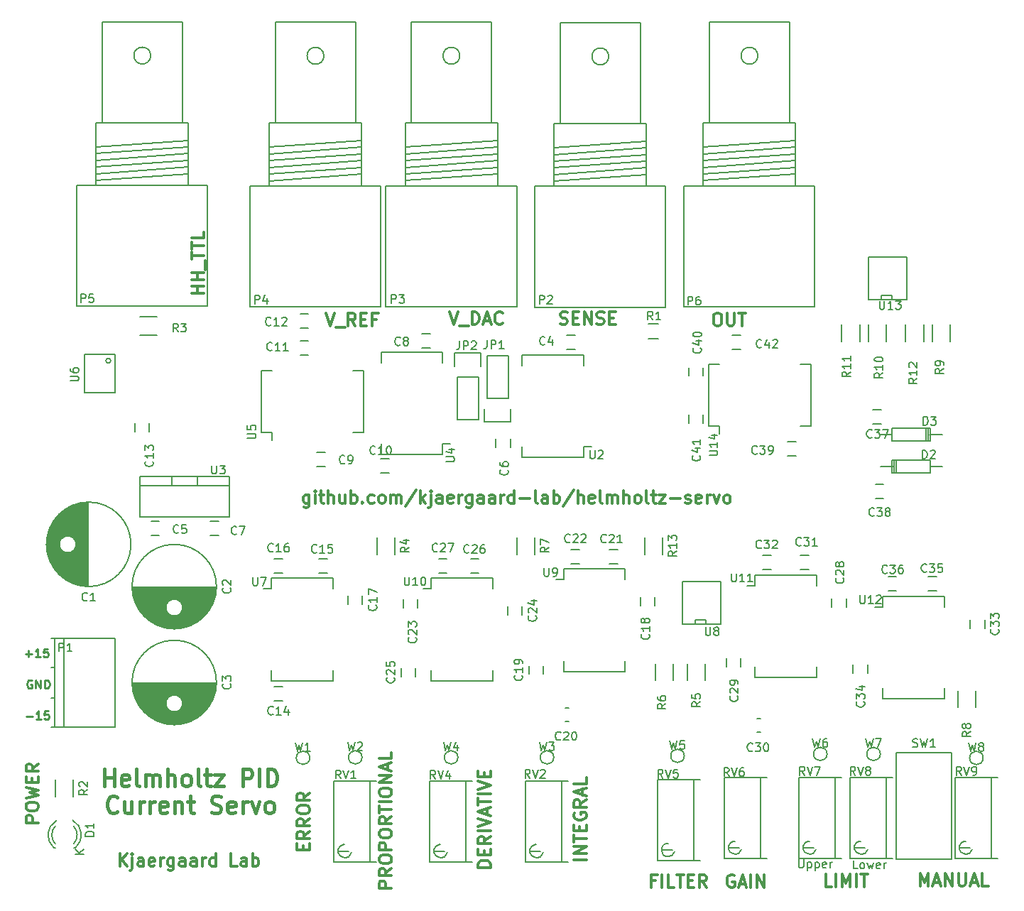
<source format=gbr>
G04 #@! TF.FileFunction,Legend,Top*
%FSLAX46Y46*%
G04 Gerber Fmt 4.6, Leading zero omitted, Abs format (unit mm)*
G04 Created by KiCad (PCBNEW 4.0.2+dfsg1-stable) date Mon 14 Nov 2016 14:02:26 NZDT*
%MOMM*%
G01*
G04 APERTURE LIST*
%ADD10C,0.100000*%
%ADD11C,0.300000*%
%ADD12C,0.200000*%
%ADD13C,0.400000*%
%ADD14C,0.250000*%
%ADD15C,0.150000*%
G04 APERTURE END LIST*
D10*
D11*
X39449999Y-36878571D02*
X39449999Y-38092857D01*
X39378570Y-38235714D01*
X39307142Y-38307143D01*
X39164285Y-38378571D01*
X38949999Y-38378571D01*
X38807142Y-38307143D01*
X39449999Y-37807143D02*
X39307142Y-37878571D01*
X39021428Y-37878571D01*
X38878570Y-37807143D01*
X38807142Y-37735714D01*
X38735713Y-37592857D01*
X38735713Y-37164286D01*
X38807142Y-37021429D01*
X38878570Y-36950000D01*
X39021428Y-36878571D01*
X39307142Y-36878571D01*
X39449999Y-36950000D01*
X40164285Y-37878571D02*
X40164285Y-36878571D01*
X40164285Y-36378571D02*
X40092856Y-36450000D01*
X40164285Y-36521429D01*
X40235713Y-36450000D01*
X40164285Y-36378571D01*
X40164285Y-36521429D01*
X40664285Y-36878571D02*
X41235714Y-36878571D01*
X40878571Y-36378571D02*
X40878571Y-37664286D01*
X40949999Y-37807143D01*
X41092857Y-37878571D01*
X41235714Y-37878571D01*
X41735714Y-37878571D02*
X41735714Y-36378571D01*
X42378571Y-37878571D02*
X42378571Y-37092857D01*
X42307142Y-36950000D01*
X42164285Y-36878571D01*
X41950000Y-36878571D01*
X41807142Y-36950000D01*
X41735714Y-37021429D01*
X43735714Y-36878571D02*
X43735714Y-37878571D01*
X43092857Y-36878571D02*
X43092857Y-37664286D01*
X43164285Y-37807143D01*
X43307143Y-37878571D01*
X43521428Y-37878571D01*
X43664285Y-37807143D01*
X43735714Y-37735714D01*
X44450000Y-37878571D02*
X44450000Y-36378571D01*
X44450000Y-36950000D02*
X44592857Y-36878571D01*
X44878571Y-36878571D01*
X45021428Y-36950000D01*
X45092857Y-37021429D01*
X45164286Y-37164286D01*
X45164286Y-37592857D01*
X45092857Y-37735714D01*
X45021428Y-37807143D01*
X44878571Y-37878571D01*
X44592857Y-37878571D01*
X44450000Y-37807143D01*
X45807143Y-37735714D02*
X45878571Y-37807143D01*
X45807143Y-37878571D01*
X45735714Y-37807143D01*
X45807143Y-37735714D01*
X45807143Y-37878571D01*
X47164286Y-37807143D02*
X47021429Y-37878571D01*
X46735715Y-37878571D01*
X46592857Y-37807143D01*
X46521429Y-37735714D01*
X46450000Y-37592857D01*
X46450000Y-37164286D01*
X46521429Y-37021429D01*
X46592857Y-36950000D01*
X46735715Y-36878571D01*
X47021429Y-36878571D01*
X47164286Y-36950000D01*
X48021429Y-37878571D02*
X47878571Y-37807143D01*
X47807143Y-37735714D01*
X47735714Y-37592857D01*
X47735714Y-37164286D01*
X47807143Y-37021429D01*
X47878571Y-36950000D01*
X48021429Y-36878571D01*
X48235714Y-36878571D01*
X48378571Y-36950000D01*
X48450000Y-37021429D01*
X48521429Y-37164286D01*
X48521429Y-37592857D01*
X48450000Y-37735714D01*
X48378571Y-37807143D01*
X48235714Y-37878571D01*
X48021429Y-37878571D01*
X49164286Y-37878571D02*
X49164286Y-36878571D01*
X49164286Y-37021429D02*
X49235714Y-36950000D01*
X49378572Y-36878571D01*
X49592857Y-36878571D01*
X49735714Y-36950000D01*
X49807143Y-37092857D01*
X49807143Y-37878571D01*
X49807143Y-37092857D02*
X49878572Y-36950000D01*
X50021429Y-36878571D01*
X50235714Y-36878571D01*
X50378572Y-36950000D01*
X50450000Y-37092857D01*
X50450000Y-37878571D01*
X52235714Y-36307143D02*
X50950000Y-38235714D01*
X52735715Y-37878571D02*
X52735715Y-36378571D01*
X52878572Y-37307143D02*
X53307143Y-37878571D01*
X53307143Y-36878571D02*
X52735715Y-37450000D01*
X53950001Y-36878571D02*
X53950001Y-38164286D01*
X53878572Y-38307143D01*
X53735715Y-38378571D01*
X53664287Y-38378571D01*
X53950001Y-36378571D02*
X53878572Y-36450000D01*
X53950001Y-36521429D01*
X54021429Y-36450000D01*
X53950001Y-36378571D01*
X53950001Y-36521429D01*
X55307144Y-37878571D02*
X55307144Y-37092857D01*
X55235715Y-36950000D01*
X55092858Y-36878571D01*
X54807144Y-36878571D01*
X54664287Y-36950000D01*
X55307144Y-37807143D02*
X55164287Y-37878571D01*
X54807144Y-37878571D01*
X54664287Y-37807143D01*
X54592858Y-37664286D01*
X54592858Y-37521429D01*
X54664287Y-37378571D01*
X54807144Y-37307143D01*
X55164287Y-37307143D01*
X55307144Y-37235714D01*
X56592858Y-37807143D02*
X56450001Y-37878571D01*
X56164287Y-37878571D01*
X56021430Y-37807143D01*
X55950001Y-37664286D01*
X55950001Y-37092857D01*
X56021430Y-36950000D01*
X56164287Y-36878571D01*
X56450001Y-36878571D01*
X56592858Y-36950000D01*
X56664287Y-37092857D01*
X56664287Y-37235714D01*
X55950001Y-37378571D01*
X57307144Y-37878571D02*
X57307144Y-36878571D01*
X57307144Y-37164286D02*
X57378572Y-37021429D01*
X57450001Y-36950000D01*
X57592858Y-36878571D01*
X57735715Y-36878571D01*
X58878572Y-36878571D02*
X58878572Y-38092857D01*
X58807143Y-38235714D01*
X58735715Y-38307143D01*
X58592858Y-38378571D01*
X58378572Y-38378571D01*
X58235715Y-38307143D01*
X58878572Y-37807143D02*
X58735715Y-37878571D01*
X58450001Y-37878571D01*
X58307143Y-37807143D01*
X58235715Y-37735714D01*
X58164286Y-37592857D01*
X58164286Y-37164286D01*
X58235715Y-37021429D01*
X58307143Y-36950000D01*
X58450001Y-36878571D01*
X58735715Y-36878571D01*
X58878572Y-36950000D01*
X60235715Y-37878571D02*
X60235715Y-37092857D01*
X60164286Y-36950000D01*
X60021429Y-36878571D01*
X59735715Y-36878571D01*
X59592858Y-36950000D01*
X60235715Y-37807143D02*
X60092858Y-37878571D01*
X59735715Y-37878571D01*
X59592858Y-37807143D01*
X59521429Y-37664286D01*
X59521429Y-37521429D01*
X59592858Y-37378571D01*
X59735715Y-37307143D01*
X60092858Y-37307143D01*
X60235715Y-37235714D01*
X61592858Y-37878571D02*
X61592858Y-37092857D01*
X61521429Y-36950000D01*
X61378572Y-36878571D01*
X61092858Y-36878571D01*
X60950001Y-36950000D01*
X61592858Y-37807143D02*
X61450001Y-37878571D01*
X61092858Y-37878571D01*
X60950001Y-37807143D01*
X60878572Y-37664286D01*
X60878572Y-37521429D01*
X60950001Y-37378571D01*
X61092858Y-37307143D01*
X61450001Y-37307143D01*
X61592858Y-37235714D01*
X62307144Y-37878571D02*
X62307144Y-36878571D01*
X62307144Y-37164286D02*
X62378572Y-37021429D01*
X62450001Y-36950000D01*
X62592858Y-36878571D01*
X62735715Y-36878571D01*
X63878572Y-37878571D02*
X63878572Y-36378571D01*
X63878572Y-37807143D02*
X63735715Y-37878571D01*
X63450001Y-37878571D01*
X63307143Y-37807143D01*
X63235715Y-37735714D01*
X63164286Y-37592857D01*
X63164286Y-37164286D01*
X63235715Y-37021429D01*
X63307143Y-36950000D01*
X63450001Y-36878571D01*
X63735715Y-36878571D01*
X63878572Y-36950000D01*
X64592858Y-37307143D02*
X65735715Y-37307143D01*
X66664287Y-37878571D02*
X66521429Y-37807143D01*
X66450001Y-37664286D01*
X66450001Y-36378571D01*
X67878572Y-37878571D02*
X67878572Y-37092857D01*
X67807143Y-36950000D01*
X67664286Y-36878571D01*
X67378572Y-36878571D01*
X67235715Y-36950000D01*
X67878572Y-37807143D02*
X67735715Y-37878571D01*
X67378572Y-37878571D01*
X67235715Y-37807143D01*
X67164286Y-37664286D01*
X67164286Y-37521429D01*
X67235715Y-37378571D01*
X67378572Y-37307143D01*
X67735715Y-37307143D01*
X67878572Y-37235714D01*
X68592858Y-37878571D02*
X68592858Y-36378571D01*
X68592858Y-36950000D02*
X68735715Y-36878571D01*
X69021429Y-36878571D01*
X69164286Y-36950000D01*
X69235715Y-37021429D01*
X69307144Y-37164286D01*
X69307144Y-37592857D01*
X69235715Y-37735714D01*
X69164286Y-37807143D01*
X69021429Y-37878571D01*
X68735715Y-37878571D01*
X68592858Y-37807143D01*
X71021429Y-36307143D02*
X69735715Y-38235714D01*
X71521430Y-37878571D02*
X71521430Y-36378571D01*
X72164287Y-37878571D02*
X72164287Y-37092857D01*
X72092858Y-36950000D01*
X71950001Y-36878571D01*
X71735716Y-36878571D01*
X71592858Y-36950000D01*
X71521430Y-37021429D01*
X73450001Y-37807143D02*
X73307144Y-37878571D01*
X73021430Y-37878571D01*
X72878573Y-37807143D01*
X72807144Y-37664286D01*
X72807144Y-37092857D01*
X72878573Y-36950000D01*
X73021430Y-36878571D01*
X73307144Y-36878571D01*
X73450001Y-36950000D01*
X73521430Y-37092857D01*
X73521430Y-37235714D01*
X72807144Y-37378571D01*
X74378573Y-37878571D02*
X74235715Y-37807143D01*
X74164287Y-37664286D01*
X74164287Y-36378571D01*
X74950001Y-37878571D02*
X74950001Y-36878571D01*
X74950001Y-37021429D02*
X75021429Y-36950000D01*
X75164287Y-36878571D01*
X75378572Y-36878571D01*
X75521429Y-36950000D01*
X75592858Y-37092857D01*
X75592858Y-37878571D01*
X75592858Y-37092857D02*
X75664287Y-36950000D01*
X75807144Y-36878571D01*
X76021429Y-36878571D01*
X76164287Y-36950000D01*
X76235715Y-37092857D01*
X76235715Y-37878571D01*
X76950001Y-37878571D02*
X76950001Y-36378571D01*
X77592858Y-37878571D02*
X77592858Y-37092857D01*
X77521429Y-36950000D01*
X77378572Y-36878571D01*
X77164287Y-36878571D01*
X77021429Y-36950000D01*
X76950001Y-37021429D01*
X78521430Y-37878571D02*
X78378572Y-37807143D01*
X78307144Y-37735714D01*
X78235715Y-37592857D01*
X78235715Y-37164286D01*
X78307144Y-37021429D01*
X78378572Y-36950000D01*
X78521430Y-36878571D01*
X78735715Y-36878571D01*
X78878572Y-36950000D01*
X78950001Y-37021429D01*
X79021430Y-37164286D01*
X79021430Y-37592857D01*
X78950001Y-37735714D01*
X78878572Y-37807143D01*
X78735715Y-37878571D01*
X78521430Y-37878571D01*
X79878573Y-37878571D02*
X79735715Y-37807143D01*
X79664287Y-37664286D01*
X79664287Y-36378571D01*
X80235715Y-36878571D02*
X80807144Y-36878571D01*
X80450001Y-36378571D02*
X80450001Y-37664286D01*
X80521429Y-37807143D01*
X80664287Y-37878571D01*
X80807144Y-37878571D01*
X81164287Y-36878571D02*
X81950001Y-36878571D01*
X81164287Y-37878571D01*
X81950001Y-37878571D01*
X82521430Y-37307143D02*
X83664287Y-37307143D01*
X84307144Y-37807143D02*
X84450001Y-37878571D01*
X84735716Y-37878571D01*
X84878573Y-37807143D01*
X84950001Y-37664286D01*
X84950001Y-37592857D01*
X84878573Y-37450000D01*
X84735716Y-37378571D01*
X84521430Y-37378571D01*
X84378573Y-37307143D01*
X84307144Y-37164286D01*
X84307144Y-37092857D01*
X84378573Y-36950000D01*
X84521430Y-36878571D01*
X84735716Y-36878571D01*
X84878573Y-36950000D01*
X86164287Y-37807143D02*
X86021430Y-37878571D01*
X85735716Y-37878571D01*
X85592859Y-37807143D01*
X85521430Y-37664286D01*
X85521430Y-37092857D01*
X85592859Y-36950000D01*
X85735716Y-36878571D01*
X86021430Y-36878571D01*
X86164287Y-36950000D01*
X86235716Y-37092857D01*
X86235716Y-37235714D01*
X85521430Y-37378571D01*
X86878573Y-37878571D02*
X86878573Y-36878571D01*
X86878573Y-37164286D02*
X86950001Y-37021429D01*
X87021430Y-36950000D01*
X87164287Y-36878571D01*
X87307144Y-36878571D01*
X87664287Y-36878571D02*
X88021430Y-37878571D01*
X88378572Y-36878571D01*
X89164287Y-37878571D02*
X89021429Y-37807143D01*
X88950001Y-37735714D01*
X88878572Y-37592857D01*
X88878572Y-37164286D01*
X88950001Y-37021429D01*
X89021429Y-36950000D01*
X89164287Y-36878571D01*
X89378572Y-36878571D01*
X89521429Y-36950000D01*
X89592858Y-37021429D01*
X89664287Y-37164286D01*
X89664287Y-37592857D01*
X89592858Y-37735714D01*
X89521429Y-37807143D01*
X89378572Y-37878571D01*
X89164287Y-37878571D01*
X26903571Y-12835714D02*
X25403571Y-12835714D01*
X26117857Y-12835714D02*
X26117857Y-11978571D01*
X26903571Y-11978571D02*
X25403571Y-11978571D01*
X26903571Y-11264285D02*
X25403571Y-11264285D01*
X26117857Y-11264285D02*
X26117857Y-10407142D01*
X26903571Y-10407142D02*
X25403571Y-10407142D01*
X27046429Y-10049999D02*
X27046429Y-8907142D01*
X25403571Y-8764285D02*
X25403571Y-7907142D01*
X26903571Y-8335713D02*
X25403571Y-8335713D01*
X25403571Y-7621428D02*
X25403571Y-6764285D01*
X26903571Y-7192856D02*
X25403571Y-7192856D01*
X26903571Y-5549999D02*
X26903571Y-6264285D01*
X25403571Y-6264285D01*
D12*
X104845238Y-81452381D02*
X104369047Y-81452381D01*
X104369047Y-80452381D01*
X105321428Y-81452381D02*
X105226190Y-81404762D01*
X105178571Y-81357143D01*
X105130952Y-81261905D01*
X105130952Y-80976190D01*
X105178571Y-80880952D01*
X105226190Y-80833333D01*
X105321428Y-80785714D01*
X105464286Y-80785714D01*
X105559524Y-80833333D01*
X105607143Y-80880952D01*
X105654762Y-80976190D01*
X105654762Y-81261905D01*
X105607143Y-81357143D01*
X105559524Y-81404762D01*
X105464286Y-81452381D01*
X105321428Y-81452381D01*
X105988095Y-80785714D02*
X106178571Y-81452381D01*
X106369048Y-80976190D01*
X106559524Y-81452381D01*
X106750000Y-80785714D01*
X107511905Y-81404762D02*
X107416667Y-81452381D01*
X107226190Y-81452381D01*
X107130952Y-81404762D01*
X107083333Y-81309524D01*
X107083333Y-80928571D01*
X107130952Y-80833333D01*
X107226190Y-80785714D01*
X107416667Y-80785714D01*
X107511905Y-80833333D01*
X107559524Y-80928571D01*
X107559524Y-81023810D01*
X107083333Y-81119048D01*
X107988095Y-81452381D02*
X107988095Y-80785714D01*
X107988095Y-80976190D02*
X108035714Y-80880952D01*
X108083333Y-80833333D01*
X108178571Y-80785714D01*
X108273810Y-80785714D01*
X97821428Y-80352381D02*
X97821428Y-81161905D01*
X97869047Y-81257143D01*
X97916666Y-81304762D01*
X98011904Y-81352381D01*
X98202381Y-81352381D01*
X98297619Y-81304762D01*
X98345238Y-81257143D01*
X98392857Y-81161905D01*
X98392857Y-80352381D01*
X98869047Y-80685714D02*
X98869047Y-81685714D01*
X98869047Y-80733333D02*
X98964285Y-80685714D01*
X99154762Y-80685714D01*
X99250000Y-80733333D01*
X99297619Y-80780952D01*
X99345238Y-80876190D01*
X99345238Y-81161905D01*
X99297619Y-81257143D01*
X99250000Y-81304762D01*
X99154762Y-81352381D01*
X98964285Y-81352381D01*
X98869047Y-81304762D01*
X99773809Y-80685714D02*
X99773809Y-81685714D01*
X99773809Y-80733333D02*
X99869047Y-80685714D01*
X100059524Y-80685714D01*
X100154762Y-80733333D01*
X100202381Y-80780952D01*
X100250000Y-80876190D01*
X100250000Y-81161905D01*
X100202381Y-81257143D01*
X100154762Y-81304762D01*
X100059524Y-81352381D01*
X99869047Y-81352381D01*
X99773809Y-81304762D01*
X101059524Y-81304762D02*
X100964286Y-81352381D01*
X100773809Y-81352381D01*
X100678571Y-81304762D01*
X100630952Y-81209524D01*
X100630952Y-80828571D01*
X100678571Y-80733333D01*
X100773809Y-80685714D01*
X100964286Y-80685714D01*
X101059524Y-80733333D01*
X101107143Y-80828571D01*
X101107143Y-80923810D01*
X100630952Y-81019048D01*
X101535714Y-81352381D02*
X101535714Y-80685714D01*
X101535714Y-80876190D02*
X101583333Y-80780952D01*
X101630952Y-80733333D01*
X101726190Y-80685714D01*
X101821429Y-80685714D01*
D11*
X88000000Y-15203571D02*
X88285714Y-15203571D01*
X88428572Y-15275000D01*
X88571429Y-15417857D01*
X88642857Y-15703571D01*
X88642857Y-16203571D01*
X88571429Y-16489286D01*
X88428572Y-16632143D01*
X88285714Y-16703571D01*
X88000000Y-16703571D01*
X87857143Y-16632143D01*
X87714286Y-16489286D01*
X87642857Y-16203571D01*
X87642857Y-15703571D01*
X87714286Y-15417857D01*
X87857143Y-15275000D01*
X88000000Y-15203571D01*
X89285715Y-15203571D02*
X89285715Y-16417857D01*
X89357143Y-16560714D01*
X89428572Y-16632143D01*
X89571429Y-16703571D01*
X89857143Y-16703571D01*
X90000001Y-16632143D01*
X90071429Y-16560714D01*
X90142858Y-16417857D01*
X90142858Y-15203571D01*
X90642858Y-15203571D02*
X91500001Y-15203571D01*
X91071430Y-16703571D02*
X91071430Y-15203571D01*
X69389286Y-16482143D02*
X69603572Y-16553571D01*
X69960715Y-16553571D01*
X70103572Y-16482143D01*
X70175001Y-16410714D01*
X70246429Y-16267857D01*
X70246429Y-16125000D01*
X70175001Y-15982143D01*
X70103572Y-15910714D01*
X69960715Y-15839286D01*
X69675001Y-15767857D01*
X69532143Y-15696429D01*
X69460715Y-15625000D01*
X69389286Y-15482143D01*
X69389286Y-15339286D01*
X69460715Y-15196429D01*
X69532143Y-15125000D01*
X69675001Y-15053571D01*
X70032143Y-15053571D01*
X70246429Y-15125000D01*
X70889286Y-15767857D02*
X71389286Y-15767857D01*
X71603572Y-16553571D02*
X70889286Y-16553571D01*
X70889286Y-15053571D01*
X71603572Y-15053571D01*
X72246429Y-16553571D02*
X72246429Y-15053571D01*
X73103572Y-16553571D01*
X73103572Y-15053571D01*
X73746429Y-16482143D02*
X73960715Y-16553571D01*
X74317858Y-16553571D01*
X74460715Y-16482143D01*
X74532144Y-16410714D01*
X74603572Y-16267857D01*
X74603572Y-16125000D01*
X74532144Y-15982143D01*
X74460715Y-15910714D01*
X74317858Y-15839286D01*
X74032144Y-15767857D01*
X73889286Y-15696429D01*
X73817858Y-15625000D01*
X73746429Y-15482143D01*
X73746429Y-15339286D01*
X73817858Y-15196429D01*
X73889286Y-15125000D01*
X74032144Y-15053571D01*
X74389286Y-15053571D01*
X74603572Y-15125000D01*
X75246429Y-15767857D02*
X75746429Y-15767857D01*
X75960715Y-16553571D02*
X75246429Y-16553571D01*
X75246429Y-15053571D01*
X75960715Y-15053571D01*
X56210715Y-15053571D02*
X56710715Y-16553571D01*
X57210715Y-15053571D01*
X57353572Y-16696429D02*
X58496429Y-16696429D01*
X58853572Y-16553571D02*
X58853572Y-15053571D01*
X59210715Y-15053571D01*
X59425000Y-15125000D01*
X59567858Y-15267857D01*
X59639286Y-15410714D01*
X59710715Y-15696429D01*
X59710715Y-15910714D01*
X59639286Y-16196429D01*
X59567858Y-16339286D01*
X59425000Y-16482143D01*
X59210715Y-16553571D01*
X58853572Y-16553571D01*
X60282143Y-16125000D02*
X60996429Y-16125000D01*
X60139286Y-16553571D02*
X60639286Y-15053571D01*
X61139286Y-16553571D01*
X62496429Y-16410714D02*
X62425000Y-16482143D01*
X62210714Y-16553571D01*
X62067857Y-16553571D01*
X61853572Y-16482143D01*
X61710714Y-16339286D01*
X61639286Y-16196429D01*
X61567857Y-15910714D01*
X61567857Y-15696429D01*
X61639286Y-15410714D01*
X61710714Y-15267857D01*
X61853572Y-15125000D01*
X62067857Y-15053571D01*
X62210714Y-15053571D01*
X62425000Y-15125000D01*
X62496429Y-15196429D01*
X41457143Y-15228571D02*
X41957143Y-16728571D01*
X42457143Y-15228571D01*
X42600000Y-16871429D02*
X43742857Y-16871429D01*
X44957143Y-16728571D02*
X44457143Y-16014286D01*
X44100000Y-16728571D02*
X44100000Y-15228571D01*
X44671428Y-15228571D01*
X44814286Y-15300000D01*
X44885714Y-15371429D01*
X44957143Y-15514286D01*
X44957143Y-15728571D01*
X44885714Y-15871429D01*
X44814286Y-15942857D01*
X44671428Y-16014286D01*
X44100000Y-16014286D01*
X45600000Y-15942857D02*
X46100000Y-15942857D01*
X46314286Y-16728571D02*
X45600000Y-16728571D01*
X45600000Y-15228571D01*
X46314286Y-15228571D01*
X47457143Y-15942857D02*
X46957143Y-15942857D01*
X46957143Y-16728571D02*
X46957143Y-15228571D01*
X47671429Y-15228571D01*
X16857143Y-81178571D02*
X16857143Y-79678571D01*
X17714286Y-81178571D02*
X17071429Y-80321429D01*
X17714286Y-79678571D02*
X16857143Y-80535714D01*
X18357143Y-80178571D02*
X18357143Y-81464286D01*
X18285714Y-81607143D01*
X18142857Y-81678571D01*
X18071429Y-81678571D01*
X18357143Y-79678571D02*
X18285714Y-79750000D01*
X18357143Y-79821429D01*
X18428571Y-79750000D01*
X18357143Y-79678571D01*
X18357143Y-79821429D01*
X19714286Y-81178571D02*
X19714286Y-80392857D01*
X19642857Y-80250000D01*
X19500000Y-80178571D01*
X19214286Y-80178571D01*
X19071429Y-80250000D01*
X19714286Y-81107143D02*
X19571429Y-81178571D01*
X19214286Y-81178571D01*
X19071429Y-81107143D01*
X19000000Y-80964286D01*
X19000000Y-80821429D01*
X19071429Y-80678571D01*
X19214286Y-80607143D01*
X19571429Y-80607143D01*
X19714286Y-80535714D01*
X21000000Y-81107143D02*
X20857143Y-81178571D01*
X20571429Y-81178571D01*
X20428572Y-81107143D01*
X20357143Y-80964286D01*
X20357143Y-80392857D01*
X20428572Y-80250000D01*
X20571429Y-80178571D01*
X20857143Y-80178571D01*
X21000000Y-80250000D01*
X21071429Y-80392857D01*
X21071429Y-80535714D01*
X20357143Y-80678571D01*
X21714286Y-81178571D02*
X21714286Y-80178571D01*
X21714286Y-80464286D02*
X21785714Y-80321429D01*
X21857143Y-80250000D01*
X22000000Y-80178571D01*
X22142857Y-80178571D01*
X23285714Y-80178571D02*
X23285714Y-81392857D01*
X23214285Y-81535714D01*
X23142857Y-81607143D01*
X23000000Y-81678571D01*
X22785714Y-81678571D01*
X22642857Y-81607143D01*
X23285714Y-81107143D02*
X23142857Y-81178571D01*
X22857143Y-81178571D01*
X22714285Y-81107143D01*
X22642857Y-81035714D01*
X22571428Y-80892857D01*
X22571428Y-80464286D01*
X22642857Y-80321429D01*
X22714285Y-80250000D01*
X22857143Y-80178571D01*
X23142857Y-80178571D01*
X23285714Y-80250000D01*
X24642857Y-81178571D02*
X24642857Y-80392857D01*
X24571428Y-80250000D01*
X24428571Y-80178571D01*
X24142857Y-80178571D01*
X24000000Y-80250000D01*
X24642857Y-81107143D02*
X24500000Y-81178571D01*
X24142857Y-81178571D01*
X24000000Y-81107143D01*
X23928571Y-80964286D01*
X23928571Y-80821429D01*
X24000000Y-80678571D01*
X24142857Y-80607143D01*
X24500000Y-80607143D01*
X24642857Y-80535714D01*
X26000000Y-81178571D02*
X26000000Y-80392857D01*
X25928571Y-80250000D01*
X25785714Y-80178571D01*
X25500000Y-80178571D01*
X25357143Y-80250000D01*
X26000000Y-81107143D02*
X25857143Y-81178571D01*
X25500000Y-81178571D01*
X25357143Y-81107143D01*
X25285714Y-80964286D01*
X25285714Y-80821429D01*
X25357143Y-80678571D01*
X25500000Y-80607143D01*
X25857143Y-80607143D01*
X26000000Y-80535714D01*
X26714286Y-81178571D02*
X26714286Y-80178571D01*
X26714286Y-80464286D02*
X26785714Y-80321429D01*
X26857143Y-80250000D01*
X27000000Y-80178571D01*
X27142857Y-80178571D01*
X28285714Y-81178571D02*
X28285714Y-79678571D01*
X28285714Y-81107143D02*
X28142857Y-81178571D01*
X27857143Y-81178571D01*
X27714285Y-81107143D01*
X27642857Y-81035714D01*
X27571428Y-80892857D01*
X27571428Y-80464286D01*
X27642857Y-80321429D01*
X27714285Y-80250000D01*
X27857143Y-80178571D01*
X28142857Y-80178571D01*
X28285714Y-80250000D01*
X30857143Y-81178571D02*
X30142857Y-81178571D01*
X30142857Y-79678571D01*
X32000000Y-81178571D02*
X32000000Y-80392857D01*
X31928571Y-80250000D01*
X31785714Y-80178571D01*
X31500000Y-80178571D01*
X31357143Y-80250000D01*
X32000000Y-81107143D02*
X31857143Y-81178571D01*
X31500000Y-81178571D01*
X31357143Y-81107143D01*
X31285714Y-80964286D01*
X31285714Y-80821429D01*
X31357143Y-80678571D01*
X31500000Y-80607143D01*
X31857143Y-80607143D01*
X32000000Y-80535714D01*
X32714286Y-81178571D02*
X32714286Y-79678571D01*
X32714286Y-80250000D02*
X32857143Y-80178571D01*
X33142857Y-80178571D01*
X33285714Y-80250000D01*
X33357143Y-80321429D01*
X33428572Y-80464286D01*
X33428572Y-80892857D01*
X33357143Y-81035714D01*
X33285714Y-81107143D01*
X33142857Y-81178571D01*
X32857143Y-81178571D01*
X32714286Y-81107143D01*
D13*
X15049904Y-71598762D02*
X15049904Y-69598762D01*
X15049904Y-70551143D02*
X16192762Y-70551143D01*
X16192762Y-71598762D02*
X16192762Y-69598762D01*
X17907047Y-71503524D02*
X17716571Y-71598762D01*
X17335619Y-71598762D01*
X17145142Y-71503524D01*
X17049904Y-71313048D01*
X17049904Y-70551143D01*
X17145142Y-70360667D01*
X17335619Y-70265429D01*
X17716571Y-70265429D01*
X17907047Y-70360667D01*
X18002285Y-70551143D01*
X18002285Y-70741619D01*
X17049904Y-70932095D01*
X19145143Y-71598762D02*
X18954667Y-71503524D01*
X18859428Y-71313048D01*
X18859428Y-69598762D01*
X19907047Y-71598762D02*
X19907047Y-70265429D01*
X19907047Y-70455905D02*
X20002286Y-70360667D01*
X20192762Y-70265429D01*
X20478476Y-70265429D01*
X20668952Y-70360667D01*
X20764190Y-70551143D01*
X20764190Y-71598762D01*
X20764190Y-70551143D02*
X20859428Y-70360667D01*
X21049905Y-70265429D01*
X21335619Y-70265429D01*
X21526095Y-70360667D01*
X21621333Y-70551143D01*
X21621333Y-71598762D01*
X22573714Y-71598762D02*
X22573714Y-69598762D01*
X23430857Y-71598762D02*
X23430857Y-70551143D01*
X23335619Y-70360667D01*
X23145143Y-70265429D01*
X22859429Y-70265429D01*
X22668953Y-70360667D01*
X22573714Y-70455905D01*
X24668953Y-71598762D02*
X24478477Y-71503524D01*
X24383238Y-71408286D01*
X24288000Y-71217810D01*
X24288000Y-70646381D01*
X24383238Y-70455905D01*
X24478477Y-70360667D01*
X24668953Y-70265429D01*
X24954667Y-70265429D01*
X25145143Y-70360667D01*
X25240381Y-70455905D01*
X25335619Y-70646381D01*
X25335619Y-71217810D01*
X25240381Y-71408286D01*
X25145143Y-71503524D01*
X24954667Y-71598762D01*
X24668953Y-71598762D01*
X26478477Y-71598762D02*
X26288001Y-71503524D01*
X26192762Y-71313048D01*
X26192762Y-69598762D01*
X26954667Y-70265429D02*
X27716572Y-70265429D01*
X27240381Y-69598762D02*
X27240381Y-71313048D01*
X27335620Y-71503524D01*
X27526096Y-71598762D01*
X27716572Y-71598762D01*
X28192762Y-70265429D02*
X29240381Y-70265429D01*
X28192762Y-71598762D01*
X29240381Y-71598762D01*
X31526096Y-71598762D02*
X31526096Y-69598762D01*
X32288001Y-69598762D01*
X32478477Y-69694000D01*
X32573716Y-69789238D01*
X32668954Y-69979714D01*
X32668954Y-70265429D01*
X32573716Y-70455905D01*
X32478477Y-70551143D01*
X32288001Y-70646381D01*
X31526096Y-70646381D01*
X33526096Y-71598762D02*
X33526096Y-69598762D01*
X34478477Y-71598762D02*
X34478477Y-69598762D01*
X34954668Y-69598762D01*
X35240382Y-69694000D01*
X35430858Y-69884476D01*
X35526097Y-70074952D01*
X35621335Y-70455905D01*
X35621335Y-70741619D01*
X35526097Y-71122571D01*
X35430858Y-71313048D01*
X35240382Y-71503524D01*
X34954668Y-71598762D01*
X34478477Y-71598762D01*
X16573714Y-74608286D02*
X16478476Y-74703524D01*
X16192761Y-74798762D01*
X16002285Y-74798762D01*
X15716571Y-74703524D01*
X15526095Y-74513048D01*
X15430856Y-74322571D01*
X15335618Y-73941619D01*
X15335618Y-73655905D01*
X15430856Y-73274952D01*
X15526095Y-73084476D01*
X15716571Y-72894000D01*
X16002285Y-72798762D01*
X16192761Y-72798762D01*
X16478476Y-72894000D01*
X16573714Y-72989238D01*
X18287999Y-73465429D02*
X18287999Y-74798762D01*
X17430856Y-73465429D02*
X17430856Y-74513048D01*
X17526095Y-74703524D01*
X17716571Y-74798762D01*
X18002285Y-74798762D01*
X18192761Y-74703524D01*
X18287999Y-74608286D01*
X19240380Y-74798762D02*
X19240380Y-73465429D01*
X19240380Y-73846381D02*
X19335619Y-73655905D01*
X19430857Y-73560667D01*
X19621333Y-73465429D01*
X19811809Y-73465429D01*
X20478475Y-74798762D02*
X20478475Y-73465429D01*
X20478475Y-73846381D02*
X20573714Y-73655905D01*
X20668952Y-73560667D01*
X20859428Y-73465429D01*
X21049904Y-73465429D01*
X22478475Y-74703524D02*
X22287999Y-74798762D01*
X21907047Y-74798762D01*
X21716570Y-74703524D01*
X21621332Y-74513048D01*
X21621332Y-73751143D01*
X21716570Y-73560667D01*
X21907047Y-73465429D01*
X22287999Y-73465429D01*
X22478475Y-73560667D01*
X22573713Y-73751143D01*
X22573713Y-73941619D01*
X21621332Y-74132095D01*
X23430856Y-73465429D02*
X23430856Y-74798762D01*
X23430856Y-73655905D02*
X23526095Y-73560667D01*
X23716571Y-73465429D01*
X24002285Y-73465429D01*
X24192761Y-73560667D01*
X24287999Y-73751143D01*
X24287999Y-74798762D01*
X24954666Y-73465429D02*
X25716571Y-73465429D01*
X25240380Y-72798762D02*
X25240380Y-74513048D01*
X25335619Y-74703524D01*
X25526095Y-74798762D01*
X25716571Y-74798762D01*
X27811809Y-74703524D02*
X28097524Y-74798762D01*
X28573714Y-74798762D01*
X28764190Y-74703524D01*
X28859428Y-74608286D01*
X28954667Y-74417810D01*
X28954667Y-74227333D01*
X28859428Y-74036857D01*
X28764190Y-73941619D01*
X28573714Y-73846381D01*
X28192762Y-73751143D01*
X28002286Y-73655905D01*
X27907047Y-73560667D01*
X27811809Y-73370190D01*
X27811809Y-73179714D01*
X27907047Y-72989238D01*
X28002286Y-72894000D01*
X28192762Y-72798762D01*
X28668952Y-72798762D01*
X28954667Y-72894000D01*
X30573714Y-74703524D02*
X30383238Y-74798762D01*
X30002286Y-74798762D01*
X29811809Y-74703524D01*
X29716571Y-74513048D01*
X29716571Y-73751143D01*
X29811809Y-73560667D01*
X30002286Y-73465429D01*
X30383238Y-73465429D01*
X30573714Y-73560667D01*
X30668952Y-73751143D01*
X30668952Y-73941619D01*
X29716571Y-74132095D01*
X31526095Y-74798762D02*
X31526095Y-73465429D01*
X31526095Y-73846381D02*
X31621334Y-73655905D01*
X31716572Y-73560667D01*
X31907048Y-73465429D01*
X32097524Y-73465429D01*
X32573714Y-73465429D02*
X33049905Y-74798762D01*
X33526095Y-73465429D01*
X34573715Y-74798762D02*
X34383239Y-74703524D01*
X34288000Y-74608286D01*
X34192762Y-74417810D01*
X34192762Y-73846381D01*
X34288000Y-73655905D01*
X34383239Y-73560667D01*
X34573715Y-73465429D01*
X34859429Y-73465429D01*
X35049905Y-73560667D01*
X35145143Y-73655905D01*
X35240381Y-73846381D01*
X35240381Y-74417810D01*
X35145143Y-74608286D01*
X35049905Y-74703524D01*
X34859429Y-74798762D01*
X34573715Y-74798762D01*
D14*
X6380096Y-58997000D02*
X6284858Y-58949381D01*
X6142001Y-58949381D01*
X5999143Y-58997000D01*
X5903905Y-59092238D01*
X5856286Y-59187476D01*
X5808667Y-59377952D01*
X5808667Y-59520810D01*
X5856286Y-59711286D01*
X5903905Y-59806524D01*
X5999143Y-59901762D01*
X6142001Y-59949381D01*
X6237239Y-59949381D01*
X6380096Y-59901762D01*
X6427715Y-59854143D01*
X6427715Y-59520810D01*
X6237239Y-59520810D01*
X6856286Y-59949381D02*
X6856286Y-58949381D01*
X7427715Y-59949381D01*
X7427715Y-58949381D01*
X7903905Y-59949381D02*
X7903905Y-58949381D01*
X8142000Y-58949381D01*
X8284858Y-58997000D01*
X8380096Y-59092238D01*
X8427715Y-59187476D01*
X8475334Y-59377952D01*
X8475334Y-59520810D01*
X8427715Y-59711286D01*
X8380096Y-59806524D01*
X8284858Y-59901762D01*
X8142000Y-59949381D01*
X7903905Y-59949381D01*
X5712667Y-63263429D02*
X6474572Y-63263429D01*
X7474572Y-63644381D02*
X6903143Y-63644381D01*
X7188857Y-63644381D02*
X7188857Y-62644381D01*
X7093619Y-62787238D01*
X6998381Y-62882476D01*
X6903143Y-62930095D01*
X8379334Y-62644381D02*
X7903143Y-62644381D01*
X7855524Y-63120571D01*
X7903143Y-63072952D01*
X7998381Y-63025333D01*
X8236477Y-63025333D01*
X8331715Y-63072952D01*
X8379334Y-63120571D01*
X8426953Y-63215810D01*
X8426953Y-63453905D01*
X8379334Y-63549143D01*
X8331715Y-63596762D01*
X8236477Y-63644381D01*
X7998381Y-63644381D01*
X7903143Y-63596762D01*
X7855524Y-63549143D01*
X5617667Y-55841429D02*
X6379572Y-55841429D01*
X5998620Y-56222381D02*
X5998620Y-55460476D01*
X7379572Y-56222381D02*
X6808143Y-56222381D01*
X7093857Y-56222381D02*
X7093857Y-55222381D01*
X6998619Y-55365238D01*
X6903381Y-55460476D01*
X6808143Y-55508095D01*
X8284334Y-55222381D02*
X7808143Y-55222381D01*
X7760524Y-55698571D01*
X7808143Y-55650952D01*
X7903381Y-55603333D01*
X8141477Y-55603333D01*
X8236715Y-55650952D01*
X8284334Y-55698571D01*
X8331953Y-55793810D01*
X8331953Y-56031905D01*
X8284334Y-56127143D01*
X8236715Y-56174762D01*
X8141477Y-56222381D01*
X7903381Y-56222381D01*
X7808143Y-56174762D01*
X7760524Y-56127143D01*
D11*
X7178571Y-75964286D02*
X5678571Y-75964286D01*
X5678571Y-75392858D01*
X5750000Y-75250000D01*
X5821429Y-75178572D01*
X5964286Y-75107143D01*
X6178571Y-75107143D01*
X6321429Y-75178572D01*
X6392857Y-75250000D01*
X6464286Y-75392858D01*
X6464286Y-75964286D01*
X5678571Y-74178572D02*
X5678571Y-73892858D01*
X5750000Y-73750000D01*
X5892857Y-73607143D01*
X6178571Y-73535715D01*
X6678571Y-73535715D01*
X6964286Y-73607143D01*
X7107143Y-73750000D01*
X7178571Y-73892858D01*
X7178571Y-74178572D01*
X7107143Y-74321429D01*
X6964286Y-74464286D01*
X6678571Y-74535715D01*
X6178571Y-74535715D01*
X5892857Y-74464286D01*
X5750000Y-74321429D01*
X5678571Y-74178572D01*
X5678571Y-73035714D02*
X7178571Y-72678571D01*
X6107143Y-72392857D01*
X7178571Y-72107143D01*
X5678571Y-71750000D01*
X6392857Y-71178571D02*
X6392857Y-70678571D01*
X7178571Y-70464285D02*
X7178571Y-71178571D01*
X5678571Y-71178571D01*
X5678571Y-70464285D01*
X7178571Y-68964285D02*
X6464286Y-69464285D01*
X7178571Y-69821428D02*
X5678571Y-69821428D01*
X5678571Y-69250000D01*
X5750000Y-69107142D01*
X5821429Y-69035714D01*
X5964286Y-68964285D01*
X6178571Y-68964285D01*
X6321429Y-69035714D01*
X6392857Y-69107142D01*
X6464286Y-69250000D01*
X6464286Y-69821428D01*
X38731857Y-79211143D02*
X38731857Y-78711143D01*
X39517571Y-78496857D02*
X39517571Y-79211143D01*
X38017571Y-79211143D01*
X38017571Y-78496857D01*
X39517571Y-76996857D02*
X38803286Y-77496857D01*
X39517571Y-77854000D02*
X38017571Y-77854000D01*
X38017571Y-77282572D01*
X38089000Y-77139714D01*
X38160429Y-77068286D01*
X38303286Y-76996857D01*
X38517571Y-76996857D01*
X38660429Y-77068286D01*
X38731857Y-77139714D01*
X38803286Y-77282572D01*
X38803286Y-77854000D01*
X39517571Y-75496857D02*
X38803286Y-75996857D01*
X39517571Y-76354000D02*
X38017571Y-76354000D01*
X38017571Y-75782572D01*
X38089000Y-75639714D01*
X38160429Y-75568286D01*
X38303286Y-75496857D01*
X38517571Y-75496857D01*
X38660429Y-75568286D01*
X38731857Y-75639714D01*
X38803286Y-75782572D01*
X38803286Y-76354000D01*
X38017571Y-74568286D02*
X38017571Y-74282572D01*
X38089000Y-74139714D01*
X38231857Y-73996857D01*
X38517571Y-73925429D01*
X39017571Y-73925429D01*
X39303286Y-73996857D01*
X39446143Y-74139714D01*
X39517571Y-74282572D01*
X39517571Y-74568286D01*
X39446143Y-74711143D01*
X39303286Y-74854000D01*
X39017571Y-74925429D01*
X38517571Y-74925429D01*
X38231857Y-74854000D01*
X38089000Y-74711143D01*
X38017571Y-74568286D01*
X39517571Y-72425428D02*
X38803286Y-72925428D01*
X39517571Y-73282571D02*
X38017571Y-73282571D01*
X38017571Y-72711143D01*
X38089000Y-72568285D01*
X38160429Y-72496857D01*
X38303286Y-72425428D01*
X38517571Y-72425428D01*
X38660429Y-72496857D01*
X38731857Y-72568285D01*
X38803286Y-72711143D01*
X38803286Y-73282571D01*
X72478571Y-80385714D02*
X70978571Y-80385714D01*
X72478571Y-79671428D02*
X70978571Y-79671428D01*
X72478571Y-78814285D01*
X70978571Y-78814285D01*
X70978571Y-78314285D02*
X70978571Y-77457142D01*
X72478571Y-77885713D02*
X70978571Y-77885713D01*
X71692857Y-76957142D02*
X71692857Y-76457142D01*
X72478571Y-76242856D02*
X72478571Y-76957142D01*
X70978571Y-76957142D01*
X70978571Y-76242856D01*
X71050000Y-74814285D02*
X70978571Y-74957142D01*
X70978571Y-75171428D01*
X71050000Y-75385713D01*
X71192857Y-75528571D01*
X71335714Y-75599999D01*
X71621429Y-75671428D01*
X71835714Y-75671428D01*
X72121429Y-75599999D01*
X72264286Y-75528571D01*
X72407143Y-75385713D01*
X72478571Y-75171428D01*
X72478571Y-75028571D01*
X72407143Y-74814285D01*
X72335714Y-74742856D01*
X71835714Y-74742856D01*
X71835714Y-75028571D01*
X72478571Y-73242856D02*
X71764286Y-73742856D01*
X72478571Y-74099999D02*
X70978571Y-74099999D01*
X70978571Y-73528571D01*
X71050000Y-73385713D01*
X71121429Y-73314285D01*
X71264286Y-73242856D01*
X71478571Y-73242856D01*
X71621429Y-73314285D01*
X71692857Y-73385713D01*
X71764286Y-73528571D01*
X71764286Y-74099999D01*
X72050000Y-72671428D02*
X72050000Y-71957142D01*
X72478571Y-72814285D02*
X70978571Y-72314285D01*
X72478571Y-71814285D01*
X72478571Y-70599999D02*
X72478571Y-71314285D01*
X70978571Y-71314285D01*
X61078571Y-81314285D02*
X59578571Y-81314285D01*
X59578571Y-80957142D01*
X59650000Y-80742857D01*
X59792857Y-80599999D01*
X59935714Y-80528571D01*
X60221429Y-80457142D01*
X60435714Y-80457142D01*
X60721429Y-80528571D01*
X60864286Y-80599999D01*
X61007143Y-80742857D01*
X61078571Y-80957142D01*
X61078571Y-81314285D01*
X60292857Y-79814285D02*
X60292857Y-79314285D01*
X61078571Y-79099999D02*
X61078571Y-79814285D01*
X59578571Y-79814285D01*
X59578571Y-79099999D01*
X61078571Y-77599999D02*
X60364286Y-78099999D01*
X61078571Y-78457142D02*
X59578571Y-78457142D01*
X59578571Y-77885714D01*
X59650000Y-77742856D01*
X59721429Y-77671428D01*
X59864286Y-77599999D01*
X60078571Y-77599999D01*
X60221429Y-77671428D01*
X60292857Y-77742856D01*
X60364286Y-77885714D01*
X60364286Y-78457142D01*
X61078571Y-76957142D02*
X59578571Y-76957142D01*
X59578571Y-76457142D02*
X61078571Y-75957142D01*
X59578571Y-75457142D01*
X60650000Y-75028571D02*
X60650000Y-74314285D01*
X61078571Y-75171428D02*
X59578571Y-74671428D01*
X61078571Y-74171428D01*
X59578571Y-73885714D02*
X59578571Y-73028571D01*
X61078571Y-73457142D02*
X59578571Y-73457142D01*
X61078571Y-72528571D02*
X59578571Y-72528571D01*
X59578571Y-72028571D02*
X61078571Y-71528571D01*
X59578571Y-71028571D01*
X60292857Y-70528571D02*
X60292857Y-70028571D01*
X61078571Y-69814285D02*
X61078571Y-70528571D01*
X59578571Y-70528571D01*
X59578571Y-69814285D01*
X49278571Y-83764286D02*
X47778571Y-83764286D01*
X47778571Y-83192858D01*
X47850000Y-83050000D01*
X47921429Y-82978572D01*
X48064286Y-82907143D01*
X48278571Y-82907143D01*
X48421429Y-82978572D01*
X48492857Y-83050000D01*
X48564286Y-83192858D01*
X48564286Y-83764286D01*
X49278571Y-81407143D02*
X48564286Y-81907143D01*
X49278571Y-82264286D02*
X47778571Y-82264286D01*
X47778571Y-81692858D01*
X47850000Y-81550000D01*
X47921429Y-81478572D01*
X48064286Y-81407143D01*
X48278571Y-81407143D01*
X48421429Y-81478572D01*
X48492857Y-81550000D01*
X48564286Y-81692858D01*
X48564286Y-82264286D01*
X47778571Y-80478572D02*
X47778571Y-80192858D01*
X47850000Y-80050000D01*
X47992857Y-79907143D01*
X48278571Y-79835715D01*
X48778571Y-79835715D01*
X49064286Y-79907143D01*
X49207143Y-80050000D01*
X49278571Y-80192858D01*
X49278571Y-80478572D01*
X49207143Y-80621429D01*
X49064286Y-80764286D01*
X48778571Y-80835715D01*
X48278571Y-80835715D01*
X47992857Y-80764286D01*
X47850000Y-80621429D01*
X47778571Y-80478572D01*
X49278571Y-79192857D02*
X47778571Y-79192857D01*
X47778571Y-78621429D01*
X47850000Y-78478571D01*
X47921429Y-78407143D01*
X48064286Y-78335714D01*
X48278571Y-78335714D01*
X48421429Y-78407143D01*
X48492857Y-78478571D01*
X48564286Y-78621429D01*
X48564286Y-79192857D01*
X47778571Y-77407143D02*
X47778571Y-77121429D01*
X47850000Y-76978571D01*
X47992857Y-76835714D01*
X48278571Y-76764286D01*
X48778571Y-76764286D01*
X49064286Y-76835714D01*
X49207143Y-76978571D01*
X49278571Y-77121429D01*
X49278571Y-77407143D01*
X49207143Y-77550000D01*
X49064286Y-77692857D01*
X48778571Y-77764286D01*
X48278571Y-77764286D01*
X47992857Y-77692857D01*
X47850000Y-77550000D01*
X47778571Y-77407143D01*
X49278571Y-75264285D02*
X48564286Y-75764285D01*
X49278571Y-76121428D02*
X47778571Y-76121428D01*
X47778571Y-75550000D01*
X47850000Y-75407142D01*
X47921429Y-75335714D01*
X48064286Y-75264285D01*
X48278571Y-75264285D01*
X48421429Y-75335714D01*
X48492857Y-75407142D01*
X48564286Y-75550000D01*
X48564286Y-76121428D01*
X47778571Y-74835714D02*
X47778571Y-73978571D01*
X49278571Y-74407142D02*
X47778571Y-74407142D01*
X49278571Y-73478571D02*
X47778571Y-73478571D01*
X47778571Y-72478571D02*
X47778571Y-72192857D01*
X47850000Y-72049999D01*
X47992857Y-71907142D01*
X48278571Y-71835714D01*
X48778571Y-71835714D01*
X49064286Y-71907142D01*
X49207143Y-72049999D01*
X49278571Y-72192857D01*
X49278571Y-72478571D01*
X49207143Y-72621428D01*
X49064286Y-72764285D01*
X48778571Y-72835714D01*
X48278571Y-72835714D01*
X47992857Y-72764285D01*
X47850000Y-72621428D01*
X47778571Y-72478571D01*
X49278571Y-71192856D02*
X47778571Y-71192856D01*
X49278571Y-70335713D01*
X47778571Y-70335713D01*
X48850000Y-69692856D02*
X48850000Y-68978570D01*
X49278571Y-69835713D02*
X47778571Y-69335713D01*
X49278571Y-68835713D01*
X49278571Y-67621427D02*
X49278571Y-68335713D01*
X47778571Y-68335713D01*
X80750000Y-82892857D02*
X80250000Y-82892857D01*
X80250000Y-83678571D02*
X80250000Y-82178571D01*
X80964286Y-82178571D01*
X81535714Y-83678571D02*
X81535714Y-82178571D01*
X82964286Y-83678571D02*
X82250000Y-83678571D01*
X82250000Y-82178571D01*
X83250000Y-82178571D02*
X84107143Y-82178571D01*
X83678572Y-83678571D02*
X83678572Y-82178571D01*
X84607143Y-82892857D02*
X85107143Y-82892857D01*
X85321429Y-83678571D02*
X84607143Y-83678571D01*
X84607143Y-82178571D01*
X85321429Y-82178571D01*
X86821429Y-83678571D02*
X86321429Y-82964286D01*
X85964286Y-83678571D02*
X85964286Y-82178571D01*
X86535714Y-82178571D01*
X86678572Y-82250000D01*
X86750000Y-82321429D01*
X86821429Y-82464286D01*
X86821429Y-82678571D01*
X86750000Y-82821429D01*
X86678572Y-82892857D01*
X86535714Y-82964286D01*
X85964286Y-82964286D01*
X90107143Y-82250000D02*
X89964286Y-82178571D01*
X89750000Y-82178571D01*
X89535715Y-82250000D01*
X89392857Y-82392857D01*
X89321429Y-82535714D01*
X89250000Y-82821429D01*
X89250000Y-83035714D01*
X89321429Y-83321429D01*
X89392857Y-83464286D01*
X89535715Y-83607143D01*
X89750000Y-83678571D01*
X89892857Y-83678571D01*
X90107143Y-83607143D01*
X90178572Y-83535714D01*
X90178572Y-83035714D01*
X89892857Y-83035714D01*
X90750000Y-83250000D02*
X91464286Y-83250000D01*
X90607143Y-83678571D02*
X91107143Y-82178571D01*
X91607143Y-83678571D01*
X92107143Y-83678571D02*
X92107143Y-82178571D01*
X92821429Y-83678571D02*
X92821429Y-82178571D01*
X93678572Y-83678571D01*
X93678572Y-82178571D01*
X101746429Y-83603571D02*
X101032143Y-83603571D01*
X101032143Y-82103571D01*
X102246429Y-83603571D02*
X102246429Y-82103571D01*
X102960715Y-83603571D02*
X102960715Y-82103571D01*
X103460715Y-83175000D01*
X103960715Y-82103571D01*
X103960715Y-83603571D01*
X104675001Y-83603571D02*
X104675001Y-82103571D01*
X105175001Y-82103571D02*
X106032144Y-82103571D01*
X105603573Y-83603571D02*
X105603573Y-82103571D01*
X112285714Y-83503571D02*
X112285714Y-82003571D01*
X112785714Y-83075000D01*
X113285714Y-82003571D01*
X113285714Y-83503571D01*
X113928571Y-83075000D02*
X114642857Y-83075000D01*
X113785714Y-83503571D02*
X114285714Y-82003571D01*
X114785714Y-83503571D01*
X115285714Y-83503571D02*
X115285714Y-82003571D01*
X116142857Y-83503571D01*
X116142857Y-82003571D01*
X116857143Y-82003571D02*
X116857143Y-83217857D01*
X116928571Y-83360714D01*
X117000000Y-83432143D01*
X117142857Y-83503571D01*
X117428571Y-83503571D01*
X117571429Y-83432143D01*
X117642857Y-83360714D01*
X117714286Y-83217857D01*
X117714286Y-82003571D01*
X118357143Y-83075000D02*
X119071429Y-83075000D01*
X118214286Y-83503571D02*
X118714286Y-82003571D01*
X119214286Y-83503571D01*
X120428572Y-83503571D02*
X119714286Y-83503571D01*
X119714286Y-82003571D01*
D15*
X98358000Y-78951000D02*
X99628000Y-78951000D01*
X99107300Y-78163600D02*
X98853300Y-78201700D01*
X98853300Y-78201700D02*
X98573900Y-78379500D01*
X98573900Y-78379500D02*
X98358000Y-78697000D01*
X98358000Y-78697000D02*
X98345300Y-79141500D01*
X98345300Y-79141500D02*
X98548500Y-79497100D01*
X98548500Y-79497100D02*
X98840600Y-79674900D01*
X98840600Y-79674900D02*
X99158100Y-79725700D01*
X99158100Y-79725700D02*
X99564500Y-79624100D01*
X99564500Y-79624100D02*
X99818500Y-79281200D01*
X99818500Y-79281200D02*
X99907400Y-79103400D01*
X102168000Y-70569000D02*
X102168000Y-80221000D01*
X99120000Y-80221000D02*
X97850000Y-80221000D01*
X97850000Y-80221000D02*
X97850000Y-70569000D01*
X97850000Y-70569000D02*
X102930000Y-70569000D01*
X102930000Y-80221000D02*
X100390000Y-80221000D01*
X100390000Y-80221000D02*
X99120000Y-80221000D01*
X63170000Y-25385000D02*
X63170000Y-20305000D01*
X63170000Y-20305000D02*
X60630000Y-20305000D01*
X60630000Y-20305000D02*
X60630000Y-25385000D01*
X60350000Y-28205000D02*
X60350000Y-26655000D01*
X60630000Y-25385000D02*
X63170000Y-25385000D01*
X63450000Y-26655000D02*
X63450000Y-28205000D01*
X63450000Y-28205000D02*
X60350000Y-28205000D01*
X72182000Y-32416000D02*
X72182000Y-31146000D01*
X64832000Y-32416000D02*
X64832000Y-31146000D01*
X64832000Y-20206000D02*
X64832000Y-21476000D01*
X72182000Y-20206000D02*
X72182000Y-21476000D01*
X72182000Y-32416000D02*
X64832000Y-32416000D01*
X72182000Y-20206000D02*
X64832000Y-20206000D01*
X72182000Y-31146000D02*
X73117000Y-31146000D01*
X106164000Y-13570000D02*
X106164000Y-8490000D01*
X106164000Y-8490000D02*
X110736000Y-8490000D01*
X110736000Y-8490000D02*
X110736000Y-13570000D01*
X110736000Y-13570000D02*
X106164000Y-13570000D01*
X107688000Y-13570000D02*
X107688000Y-13062000D01*
X107688000Y-13062000D02*
X108958000Y-13062000D01*
X108958000Y-13062000D02*
X108958000Y-13570000D01*
X70125000Y-19516000D02*
X71125000Y-19516000D01*
X71125000Y-17816000D02*
X70125000Y-17816000D01*
X20590000Y-41725000D02*
X21590000Y-41725000D01*
X21590000Y-40025000D02*
X20590000Y-40025000D01*
X61721000Y-30219000D02*
X61721000Y-31219000D01*
X63421000Y-31219000D02*
X63421000Y-30219000D01*
X28670000Y-40025000D02*
X27670000Y-40025000D01*
X27670000Y-41725000D02*
X28670000Y-41725000D01*
X53875000Y-17675000D02*
X52875000Y-17675000D01*
X52875000Y-19375000D02*
X53875000Y-19375000D01*
X41370000Y-31770000D02*
X40370000Y-31770000D01*
X40370000Y-33470000D02*
X41370000Y-33470000D01*
X49000000Y-32550000D02*
X48000000Y-32550000D01*
X48000000Y-34250000D02*
X49000000Y-34250000D01*
X38370000Y-20230000D02*
X39370000Y-20230000D01*
X39370000Y-18530000D02*
X38370000Y-18530000D01*
X38370000Y-16960000D02*
X39370000Y-16960000D01*
X39370000Y-15260000D02*
X38370000Y-15260000D01*
X20400000Y-29310000D02*
X20400000Y-28310000D01*
X18700000Y-28310000D02*
X18700000Y-29310000D01*
X35290000Y-61410000D02*
X36290000Y-61410000D01*
X36290000Y-59710000D02*
X35290000Y-59710000D01*
X40640000Y-46170000D02*
X41640000Y-46170000D01*
X41640000Y-44470000D02*
X40640000Y-44470000D01*
X36290000Y-44470000D02*
X35290000Y-44470000D01*
X35290000Y-46170000D02*
X36290000Y-46170000D01*
X45800000Y-49900000D02*
X45800000Y-48900000D01*
X44100000Y-48900000D02*
X44100000Y-49900000D01*
X80658785Y-50068415D02*
X80658785Y-49068415D01*
X78958785Y-49068415D02*
X78958785Y-50068415D01*
X65690000Y-57250000D02*
X65690000Y-58250000D01*
X67390000Y-58250000D02*
X67390000Y-57250000D01*
X75228785Y-45068415D02*
X76228785Y-45068415D01*
X76228785Y-43368415D02*
X75228785Y-43368415D01*
X71688785Y-43368415D02*
X70688785Y-43368415D01*
X70688785Y-45068415D02*
X71688785Y-45068415D01*
X50700000Y-49375000D02*
X50700000Y-50375000D01*
X52400000Y-50375000D02*
X52400000Y-49375000D01*
X64850000Y-51170000D02*
X64850000Y-50170000D01*
X63150000Y-50170000D02*
X63150000Y-51170000D01*
X50450000Y-57520000D02*
X50450000Y-58520000D01*
X52150000Y-58520000D02*
X52150000Y-57520000D01*
X58690000Y-46170000D02*
X59690000Y-46170000D01*
X59690000Y-44470000D02*
X58690000Y-44470000D01*
X55880000Y-44470000D02*
X54880000Y-44470000D01*
X54880000Y-46170000D02*
X55880000Y-46170000D01*
X103470000Y-50225000D02*
X103470000Y-49225000D01*
X101770000Y-49225000D02*
X101770000Y-50225000D01*
X90925000Y-57350000D02*
X90925000Y-56350000D01*
X89225000Y-56350000D02*
X89225000Y-57350000D01*
X98040000Y-45765000D02*
X99040000Y-45765000D01*
X99040000Y-44065000D02*
X98040000Y-44065000D01*
X94500000Y-44065000D02*
X93500000Y-44065000D01*
X93500000Y-45765000D02*
X94500000Y-45765000D01*
X119980000Y-52765000D02*
X119980000Y-51765000D01*
X118280000Y-51765000D02*
X118280000Y-52765000D01*
X106010000Y-58115000D02*
X106010000Y-57115000D01*
X104310000Y-57115000D02*
X104310000Y-58115000D01*
X113280000Y-48305000D02*
X114280000Y-48305000D01*
X114280000Y-46605000D02*
X113280000Y-46605000D01*
X109470000Y-46605000D02*
X108470000Y-46605000D01*
X108470000Y-48305000D02*
X109470000Y-48305000D01*
X106680000Y-28390000D02*
X107680000Y-28390000D01*
X107680000Y-26690000D02*
X106680000Y-26690000D01*
X106950000Y-37280000D02*
X107950000Y-37280000D01*
X107950000Y-35580000D02*
X106950000Y-35580000D01*
X97520000Y-30500000D02*
X96520000Y-30500000D01*
X96520000Y-32200000D02*
X97520000Y-32200000D01*
X86440000Y-22690000D02*
X86440000Y-21690000D01*
X84740000Y-21690000D02*
X84740000Y-22690000D01*
X84740000Y-27310000D02*
X84740000Y-28310000D01*
X86440000Y-28310000D02*
X86440000Y-27310000D01*
X90900000Y-17800000D02*
X89900000Y-17800000D01*
X89900000Y-19500000D02*
X90900000Y-19500000D01*
X11581000Y-78943000D02*
X11381000Y-78943000D01*
X8987000Y-78943000D02*
X9167000Y-78943000D01*
X9297357Y-75715256D02*
G75*
G03X8981000Y-78943000I1003643J-1727744D01*
G01*
X9167932Y-76390994D02*
G75*
G03X9167000Y-78494000I1133068J-1052006D01*
G01*
X11607726Y-78930220D02*
G75*
G03X11261000Y-75693000I-1306726J1497220D01*
G01*
X11380253Y-78456889D02*
G75*
G03X11361000Y-76409000I-1079253J1013889D01*
G01*
X113528117Y-33522817D02*
X114925117Y-33522817D01*
X109083117Y-33522817D02*
X107559117Y-33522817D01*
X109464117Y-32760817D02*
X109464117Y-34284817D01*
X109210117Y-32760817D02*
X109210117Y-34284817D01*
X108956117Y-33522817D02*
X108956117Y-34284817D01*
X108956117Y-34284817D02*
X113528117Y-34284817D01*
X113528117Y-34284817D02*
X113528117Y-32760817D01*
X113528117Y-32760817D02*
X108956117Y-32760817D01*
X108956117Y-32760817D02*
X108956117Y-33522817D01*
X108955597Y-29715357D02*
X107558597Y-29715357D01*
X113400597Y-29715357D02*
X114924597Y-29715357D01*
X113019597Y-30477357D02*
X113019597Y-28953357D01*
X113273597Y-30477357D02*
X113273597Y-28953357D01*
X113527597Y-29715357D02*
X113527597Y-28953357D01*
X113527597Y-28953357D02*
X108955597Y-28953357D01*
X108955597Y-28953357D02*
X108955597Y-30477357D01*
X108955597Y-30477357D02*
X113527597Y-30477357D01*
X113527597Y-30477357D02*
X113527597Y-29715357D01*
X9100000Y-57490000D02*
X8700000Y-57490000D01*
X9100000Y-61090000D02*
X8700000Y-61090000D01*
X10200000Y-53990000D02*
X10200000Y-64590000D01*
X9100000Y-53990000D02*
X9100000Y-64590000D01*
X16300000Y-53990000D02*
X8700000Y-53990000D01*
X8700000Y-64590000D02*
X16300000Y-64590000D01*
X16300000Y-64590000D02*
X16300000Y-53990000D01*
X68660900Y4502100D02*
X79659100Y5302200D01*
X68660900Y3702000D02*
X79659100Y4502100D01*
X68660900Y2901900D02*
X79659100Y3702000D01*
X68660900Y2101800D02*
X79659100Y2901900D01*
X68660900Y1301700D02*
X79659100Y2101800D01*
X68660900Y501600D02*
X79659100Y1301700D01*
X75160760Y15401240D02*
G75*
G03X75160760Y15401240I-1000760J0D01*
G01*
X78960600Y7400240D02*
X78960600Y19401740D01*
X78960600Y19401740D02*
X69359400Y19401740D01*
X69359400Y19401740D02*
X69359400Y7400240D01*
X79659100Y-97840D02*
X79659100Y7400240D01*
X79659100Y7400240D02*
X68660900Y7400240D01*
X68660900Y7400240D02*
X68660900Y-97840D01*
X66359660Y-14499640D02*
X81960340Y-14499640D01*
X81960340Y-14499640D02*
X81960340Y-97840D01*
X81960340Y-97840D02*
X66359660Y-97840D01*
X66359660Y-97840D02*
X66359660Y-14499640D01*
X50898680Y4580840D02*
X61896880Y5380940D01*
X50898680Y3780740D02*
X61896880Y4580840D01*
X50898680Y2980640D02*
X61896880Y3780740D01*
X50898680Y2180540D02*
X61896880Y2980640D01*
X50898680Y1380440D02*
X61896880Y2180540D01*
X50898680Y580340D02*
X61896880Y1380440D01*
X57398540Y15479980D02*
G75*
G03X57398540Y15479980I-1000760J0D01*
G01*
X61198380Y7478980D02*
X61198380Y19480480D01*
X61198380Y19480480D02*
X51597180Y19480480D01*
X51597180Y19480480D02*
X51597180Y7478980D01*
X61896880Y-19100D02*
X61896880Y7478980D01*
X61896880Y7478980D02*
X50898680Y7478980D01*
X50898680Y7478980D02*
X50898680Y-19100D01*
X48597440Y-14420900D02*
X64198120Y-14420900D01*
X64198120Y-14420900D02*
X64198120Y-19100D01*
X64198120Y-19100D02*
X48597440Y-19100D01*
X48597440Y-19100D02*
X48597440Y-14420900D01*
X34701293Y4572335D02*
X45699493Y5372435D01*
X34701293Y3772235D02*
X45699493Y4572335D01*
X34701293Y2972135D02*
X45699493Y3772235D01*
X34701293Y2172035D02*
X45699493Y2972135D01*
X34701293Y1371935D02*
X45699493Y2172035D01*
X34701293Y571835D02*
X45699493Y1371935D01*
X41201153Y15471475D02*
G75*
G03X41201153Y15471475I-1000760J0D01*
G01*
X45000993Y7470475D02*
X45000993Y19471975D01*
X45000993Y19471975D02*
X35399793Y19471975D01*
X35399793Y19471975D02*
X35399793Y7470475D01*
X45699493Y-27605D02*
X45699493Y7470475D01*
X45699493Y7470475D02*
X34701293Y7470475D01*
X34701293Y7470475D02*
X34701293Y-27605D01*
X32400053Y-14429405D02*
X48000733Y-14429405D01*
X48000733Y-14429405D02*
X48000733Y-27605D01*
X48000733Y-27605D02*
X32400053Y-27605D01*
X32400053Y-27605D02*
X32400053Y-14429405D01*
X14050900Y4600840D02*
X25049100Y5400940D01*
X14050900Y3800740D02*
X25049100Y4600840D01*
X14050900Y3000640D02*
X25049100Y3800740D01*
X14050900Y2200540D02*
X25049100Y3000640D01*
X14050900Y1400440D02*
X25049100Y2200540D01*
X14050900Y600340D02*
X25049100Y1400440D01*
X20550760Y15499980D02*
G75*
G03X20550760Y15499980I-1000760J0D01*
G01*
X24350600Y7498980D02*
X24350600Y19500480D01*
X24350600Y19500480D02*
X14749400Y19500480D01*
X14749400Y19500480D02*
X14749400Y7498980D01*
X25049100Y900D02*
X25049100Y7498980D01*
X25049100Y7498980D02*
X14050900Y7498980D01*
X14050900Y7498980D02*
X14050900Y900D01*
X11749660Y-14400900D02*
X27350340Y-14400900D01*
X27350340Y-14400900D02*
X27350340Y900D01*
X27350340Y900D02*
X11749660Y900D01*
X11749660Y900D02*
X11749660Y-14400900D01*
X86440900Y4580840D02*
X97439100Y5380940D01*
X86440900Y3780740D02*
X97439100Y4580840D01*
X86440900Y2980640D02*
X97439100Y3780740D01*
X86440900Y2180540D02*
X97439100Y2980640D01*
X86440900Y1380440D02*
X97439100Y2180540D01*
X86440900Y580340D02*
X97439100Y1380440D01*
X92940760Y15479980D02*
G75*
G03X92940760Y15479980I-1000760J0D01*
G01*
X96740600Y7478980D02*
X96740600Y19480480D01*
X96740600Y19480480D02*
X87139400Y19480480D01*
X87139400Y19480480D02*
X87139400Y7478980D01*
X97439100Y-19100D02*
X97439100Y7478980D01*
X97439100Y7478980D02*
X86440900Y7478980D01*
X86440900Y7478980D02*
X86440900Y-19100D01*
X84139660Y-14420900D02*
X99740340Y-14420900D01*
X99740340Y-14420900D02*
X99740340Y-19100D01*
X99740340Y-19100D02*
X84139660Y-19100D01*
X84139660Y-19100D02*
X84139660Y-14420900D01*
X81110000Y-18255000D02*
X79910000Y-18255000D01*
X79910000Y-16505000D02*
X81110000Y-16505000D01*
X9192000Y-72871000D02*
X9192000Y-70871000D01*
X11342000Y-70871000D02*
X11342000Y-72871000D01*
X21300000Y-17825000D02*
X19300000Y-17825000D01*
X19300000Y-15675000D02*
X21300000Y-15675000D01*
X47505000Y-43960000D02*
X47505000Y-41960000D01*
X49655000Y-41960000D02*
X49655000Y-43960000D01*
X86665000Y-57020000D02*
X86665000Y-59020000D01*
X84515000Y-59020000D02*
X84515000Y-57020000D01*
X82855000Y-57020000D02*
X82855000Y-59020000D01*
X80705000Y-59020000D02*
X80705000Y-57020000D01*
X64195000Y-43960000D02*
X64195000Y-41960000D01*
X66345000Y-41960000D02*
X66345000Y-43960000D01*
X118935000Y-60245000D02*
X118935000Y-62245000D01*
X116785000Y-62245000D02*
X116785000Y-60245000D01*
X113725000Y-18560000D02*
X113725000Y-16560000D01*
X115875000Y-16560000D02*
X115875000Y-18560000D01*
X106105000Y-18560000D02*
X106105000Y-16560000D01*
X108255000Y-16560000D02*
X108255000Y-18560000D01*
X102930000Y-18560000D02*
X102930000Y-16560000D01*
X105080000Y-16560000D02*
X105080000Y-18560000D01*
X110550000Y-18560000D02*
X110550000Y-16560000D01*
X112700000Y-16560000D02*
X112700000Y-18560000D01*
X42918000Y-79356000D02*
X44188000Y-79356000D01*
X43667300Y-78568600D02*
X43413300Y-78606700D01*
X43413300Y-78606700D02*
X43133900Y-78784500D01*
X43133900Y-78784500D02*
X42918000Y-79102000D01*
X42918000Y-79102000D02*
X42905300Y-79546500D01*
X42905300Y-79546500D02*
X43108500Y-79902100D01*
X43108500Y-79902100D02*
X43400600Y-80079900D01*
X43400600Y-80079900D02*
X43718100Y-80130700D01*
X43718100Y-80130700D02*
X44124500Y-80029100D01*
X44124500Y-80029100D02*
X44378500Y-79686200D01*
X44378500Y-79686200D02*
X44467400Y-79508400D01*
X46728000Y-70974000D02*
X46728000Y-80626000D01*
X43680000Y-80626000D02*
X42410000Y-80626000D01*
X42410000Y-80626000D02*
X42410000Y-70974000D01*
X42410000Y-70974000D02*
X47490000Y-70974000D01*
X47490000Y-80626000D02*
X44950000Y-80626000D01*
X44950000Y-80626000D02*
X43680000Y-80626000D01*
X65778000Y-79356000D02*
X67048000Y-79356000D01*
X66527300Y-78568600D02*
X66273300Y-78606700D01*
X66273300Y-78606700D02*
X65993900Y-78784500D01*
X65993900Y-78784500D02*
X65778000Y-79102000D01*
X65778000Y-79102000D02*
X65765300Y-79546500D01*
X65765300Y-79546500D02*
X65968500Y-79902100D01*
X65968500Y-79902100D02*
X66260600Y-80079900D01*
X66260600Y-80079900D02*
X66578100Y-80130700D01*
X66578100Y-80130700D02*
X66984500Y-80029100D01*
X66984500Y-80029100D02*
X67238500Y-79686200D01*
X67238500Y-79686200D02*
X67327400Y-79508400D01*
X69588000Y-70974000D02*
X69588000Y-80626000D01*
X66540000Y-80626000D02*
X65270000Y-80626000D01*
X65270000Y-80626000D02*
X65270000Y-70974000D01*
X65270000Y-70974000D02*
X70350000Y-70974000D01*
X70350000Y-80626000D02*
X67810000Y-80626000D01*
X67810000Y-80626000D02*
X66540000Y-80626000D01*
X54348000Y-79356000D02*
X55618000Y-79356000D01*
X55097300Y-78568600D02*
X54843300Y-78606700D01*
X54843300Y-78606700D02*
X54563900Y-78784500D01*
X54563900Y-78784500D02*
X54348000Y-79102000D01*
X54348000Y-79102000D02*
X54335300Y-79546500D01*
X54335300Y-79546500D02*
X54538500Y-79902100D01*
X54538500Y-79902100D02*
X54830600Y-80079900D01*
X54830600Y-80079900D02*
X55148100Y-80130700D01*
X55148100Y-80130700D02*
X55554500Y-80029100D01*
X55554500Y-80029100D02*
X55808500Y-79686200D01*
X55808500Y-79686200D02*
X55897400Y-79508400D01*
X58158000Y-70974000D02*
X58158000Y-80626000D01*
X55110000Y-80626000D02*
X53840000Y-80626000D01*
X53840000Y-80626000D02*
X53840000Y-70974000D01*
X53840000Y-70974000D02*
X58920000Y-70974000D01*
X58920000Y-80626000D02*
X56380000Y-80626000D01*
X56380000Y-80626000D02*
X55110000Y-80626000D01*
X81468000Y-79231000D02*
X82738000Y-79231000D01*
X82217300Y-78443600D02*
X81963300Y-78481700D01*
X81963300Y-78481700D02*
X81683900Y-78659500D01*
X81683900Y-78659500D02*
X81468000Y-78977000D01*
X81468000Y-78977000D02*
X81455300Y-79421500D01*
X81455300Y-79421500D02*
X81658500Y-79777100D01*
X81658500Y-79777100D02*
X81950600Y-79954900D01*
X81950600Y-79954900D02*
X82268100Y-80005700D01*
X82268100Y-80005700D02*
X82674500Y-79904100D01*
X82674500Y-79904100D02*
X82928500Y-79561200D01*
X82928500Y-79561200D02*
X83017400Y-79383400D01*
X85278000Y-70849000D02*
X85278000Y-80501000D01*
X82230000Y-80501000D02*
X80960000Y-80501000D01*
X80960000Y-80501000D02*
X80960000Y-70849000D01*
X80960000Y-70849000D02*
X86040000Y-70849000D01*
X86040000Y-80501000D02*
X83500000Y-80501000D01*
X83500000Y-80501000D02*
X82230000Y-80501000D01*
X89468000Y-78951000D02*
X90738000Y-78951000D01*
X90217300Y-78163600D02*
X89963300Y-78201700D01*
X89963300Y-78201700D02*
X89683900Y-78379500D01*
X89683900Y-78379500D02*
X89468000Y-78697000D01*
X89468000Y-78697000D02*
X89455300Y-79141500D01*
X89455300Y-79141500D02*
X89658500Y-79497100D01*
X89658500Y-79497100D02*
X89950600Y-79674900D01*
X89950600Y-79674900D02*
X90268100Y-79725700D01*
X90268100Y-79725700D02*
X90674500Y-79624100D01*
X90674500Y-79624100D02*
X90928500Y-79281200D01*
X90928500Y-79281200D02*
X91017400Y-79103400D01*
X93278000Y-70569000D02*
X93278000Y-80221000D01*
X90230000Y-80221000D02*
X88960000Y-80221000D01*
X88960000Y-80221000D02*
X88960000Y-70569000D01*
X88960000Y-70569000D02*
X94040000Y-70569000D01*
X94040000Y-80221000D02*
X91500000Y-80221000D01*
X91500000Y-80221000D02*
X90230000Y-80221000D01*
X104468000Y-78951000D02*
X105738000Y-78951000D01*
X105217300Y-78163600D02*
X104963300Y-78201700D01*
X104963300Y-78201700D02*
X104683900Y-78379500D01*
X104683900Y-78379500D02*
X104468000Y-78697000D01*
X104468000Y-78697000D02*
X104455300Y-79141500D01*
X104455300Y-79141500D02*
X104658500Y-79497100D01*
X104658500Y-79497100D02*
X104950600Y-79674900D01*
X104950600Y-79674900D02*
X105268100Y-79725700D01*
X105268100Y-79725700D02*
X105674500Y-79624100D01*
X105674500Y-79624100D02*
X105928500Y-79281200D01*
X105928500Y-79281200D02*
X106017400Y-79103400D01*
X108278000Y-70569000D02*
X108278000Y-80221000D01*
X105230000Y-80221000D02*
X103960000Y-80221000D01*
X103960000Y-80221000D02*
X103960000Y-70569000D01*
X103960000Y-70569000D02*
X109040000Y-70569000D01*
X109040000Y-80221000D02*
X106500000Y-80221000D01*
X106500000Y-80221000D02*
X105230000Y-80221000D01*
X116968000Y-78951000D02*
X118238000Y-78951000D01*
X117717300Y-78163600D02*
X117463300Y-78201700D01*
X117463300Y-78201700D02*
X117183900Y-78379500D01*
X117183900Y-78379500D02*
X116968000Y-78697000D01*
X116968000Y-78697000D02*
X116955300Y-79141500D01*
X116955300Y-79141500D02*
X117158500Y-79497100D01*
X117158500Y-79497100D02*
X117450600Y-79674900D01*
X117450600Y-79674900D02*
X117768100Y-79725700D01*
X117768100Y-79725700D02*
X118174500Y-79624100D01*
X118174500Y-79624100D02*
X118428500Y-79281200D01*
X118428500Y-79281200D02*
X118517400Y-79103400D01*
X120778000Y-70569000D02*
X120778000Y-80221000D01*
X117730000Y-80221000D02*
X116460000Y-80221000D01*
X116460000Y-80221000D02*
X116460000Y-70569000D01*
X116460000Y-70569000D02*
X121540000Y-70569000D01*
X121540000Y-80221000D02*
X119000000Y-80221000D01*
X119000000Y-80221000D02*
X117730000Y-80221000D01*
X23106000Y-34652000D02*
X23106000Y-35795000D01*
X26154000Y-34652000D02*
X26154000Y-35795000D01*
X29964000Y-35795000D02*
X29964000Y-39478000D01*
X29964000Y-39478000D02*
X19296000Y-39478000D01*
X19296000Y-39478000D02*
X19296000Y-35795000D01*
X29964000Y-34652000D02*
X29964000Y-35795000D01*
X29964000Y-35795000D02*
X19296000Y-35795000D01*
X19296000Y-35795000D02*
X19296000Y-34652000D01*
X24630000Y-34652000D02*
X19296000Y-34652000D01*
X24630000Y-34652000D02*
X29964000Y-34652000D01*
X55365000Y-32045000D02*
X55365000Y-30775000D01*
X48015000Y-32045000D02*
X48015000Y-30775000D01*
X48015000Y-19835000D02*
X48015000Y-21105000D01*
X55365000Y-19835000D02*
X55365000Y-21105000D01*
X55365000Y-32045000D02*
X48015000Y-32045000D01*
X55365000Y-19835000D02*
X48015000Y-19835000D01*
X55365000Y-30775000D02*
X56300000Y-30775000D01*
X34925000Y-46835000D02*
X34925000Y-48105000D01*
X42275000Y-46835000D02*
X42275000Y-48105000D01*
X42275000Y-59045000D02*
X42275000Y-57775000D01*
X34925000Y-59045000D02*
X34925000Y-57775000D01*
X34925000Y-46835000D02*
X42275000Y-46835000D01*
X34925000Y-59045000D02*
X42275000Y-59045000D01*
X34925000Y-48105000D02*
X33990000Y-48105000D01*
X83939000Y-52305000D02*
X83939000Y-47225000D01*
X83939000Y-47225000D02*
X88511000Y-47225000D01*
X88511000Y-47225000D02*
X88511000Y-52305000D01*
X88511000Y-52305000D02*
X83939000Y-52305000D01*
X85463000Y-52305000D02*
X85463000Y-51797000D01*
X85463000Y-51797000D02*
X86733000Y-51797000D01*
X86733000Y-51797000D02*
X86733000Y-52305000D01*
X69783785Y-45733415D02*
X69783785Y-47003415D01*
X77133785Y-45733415D02*
X77133785Y-47003415D01*
X77133785Y-57943415D02*
X77133785Y-56673415D01*
X69783785Y-57943415D02*
X69783785Y-56673415D01*
X69783785Y-45733415D02*
X77133785Y-45733415D01*
X69783785Y-57943415D02*
X77133785Y-57943415D01*
X69783785Y-47003415D02*
X68848785Y-47003415D01*
X53975000Y-46835000D02*
X53975000Y-48105000D01*
X61325000Y-46835000D02*
X61325000Y-48105000D01*
X61325000Y-59045000D02*
X61325000Y-57775000D01*
X53975000Y-59045000D02*
X53975000Y-57775000D01*
X53975000Y-46835000D02*
X61325000Y-46835000D01*
X53975000Y-59045000D02*
X61325000Y-59045000D01*
X53975000Y-48105000D02*
X53040000Y-48105000D01*
X92595000Y-46430000D02*
X92595000Y-47700000D01*
X99945000Y-46430000D02*
X99945000Y-47700000D01*
X99945000Y-58640000D02*
X99945000Y-57370000D01*
X92595000Y-58640000D02*
X92595000Y-57370000D01*
X92595000Y-46430000D02*
X99945000Y-46430000D01*
X92595000Y-58640000D02*
X99945000Y-58640000D01*
X92595000Y-47700000D02*
X91660000Y-47700000D01*
X107835000Y-48970000D02*
X107835000Y-50240000D01*
X115185000Y-48970000D02*
X115185000Y-50240000D01*
X115185000Y-61180000D02*
X115185000Y-59910000D01*
X107835000Y-61180000D02*
X107835000Y-59910000D01*
X107835000Y-48970000D02*
X115185000Y-48970000D01*
X107835000Y-61180000D02*
X115185000Y-61180000D01*
X107835000Y-50240000D02*
X106900000Y-50240000D01*
X87105000Y-28675000D02*
X88375000Y-28675000D01*
X87105000Y-21325000D02*
X88375000Y-21325000D01*
X99315000Y-21325000D02*
X98045000Y-21325000D01*
X99315000Y-28675000D02*
X98045000Y-28675000D01*
X87105000Y-28675000D02*
X87105000Y-21325000D01*
X99315000Y-28675000D02*
X99315000Y-21325000D01*
X88375000Y-28675000D02*
X88375000Y-29610000D01*
X39518219Y-68230000D02*
G75*
G03X39518219Y-68230000I-803219J0D01*
G01*
X45753219Y-68180000D02*
G75*
G03X45753219Y-68180000I-803219J0D01*
G01*
X68613219Y-68180000D02*
G75*
G03X68613219Y-68180000I-803219J0D01*
G01*
X57183219Y-68180000D02*
G75*
G03X57183219Y-68180000I-803219J0D01*
G01*
X84163219Y-68000000D02*
G75*
G03X84163219Y-68000000I-803219J0D01*
G01*
X101193219Y-67775000D02*
G75*
G03X101193219Y-67775000I-803219J0D01*
G01*
X107543219Y-67775000D02*
G75*
G03X107543219Y-67775000I-803219J0D01*
G01*
X33765000Y-29420105D02*
X35035000Y-29420105D01*
X33765000Y-22070105D02*
X35035000Y-22070105D01*
X45975000Y-22070105D02*
X44705000Y-22070105D01*
X45975000Y-29420105D02*
X44705000Y-29420105D01*
X33765000Y-29420105D02*
X33765000Y-22070105D01*
X45975000Y-29420105D02*
X45975000Y-22070105D01*
X35035000Y-29420105D02*
X35035000Y-30355105D01*
X79435000Y-43960000D02*
X79435000Y-41960000D01*
X81585000Y-41960000D02*
X81585000Y-43960000D01*
X28359000Y-47895000D02*
X18361000Y-47895000D01*
X28355000Y-48035000D02*
X18365000Y-48035000D01*
X28347000Y-48175000D02*
X18373000Y-48175000D01*
X28335000Y-48315000D02*
X18385000Y-48315000D01*
X28320000Y-48455000D02*
X18400000Y-48455000D01*
X28300000Y-48595000D02*
X18420000Y-48595000D01*
X28276000Y-48735000D02*
X18444000Y-48735000D01*
X28247000Y-48875000D02*
X18473000Y-48875000D01*
X28215000Y-49015000D02*
X18505000Y-49015000D01*
X28178000Y-49155000D02*
X18542000Y-49155000D01*
X28137000Y-49295000D02*
X18583000Y-49295000D01*
X28092000Y-49435000D02*
X23826000Y-49435000D01*
X22894000Y-49435000D02*
X18628000Y-49435000D01*
X28042000Y-49575000D02*
X24027000Y-49575000D01*
X22693000Y-49575000D02*
X18678000Y-49575000D01*
X27987000Y-49715000D02*
X24156000Y-49715000D01*
X22564000Y-49715000D02*
X18733000Y-49715000D01*
X27927000Y-49855000D02*
X24245000Y-49855000D01*
X22475000Y-49855000D02*
X18793000Y-49855000D01*
X27862000Y-49995000D02*
X24306000Y-49995000D01*
X22414000Y-49995000D02*
X18858000Y-49995000D01*
X27792000Y-50135000D02*
X24343000Y-50135000D01*
X22377000Y-50135000D02*
X18928000Y-50135000D01*
X27716000Y-50275000D02*
X24359000Y-50275000D01*
X22361000Y-50275000D02*
X19004000Y-50275000D01*
X27634000Y-50415000D02*
X24355000Y-50415000D01*
X22365000Y-50415000D02*
X19086000Y-50415000D01*
X27546000Y-50555000D02*
X24332000Y-50555000D01*
X22388000Y-50555000D02*
X19174000Y-50555000D01*
X27451000Y-50695000D02*
X24287000Y-50695000D01*
X22433000Y-50695000D02*
X19269000Y-50695000D01*
X27349000Y-50835000D02*
X24217000Y-50835000D01*
X22503000Y-50835000D02*
X19371000Y-50835000D01*
X27239000Y-50975000D02*
X24116000Y-50975000D01*
X22604000Y-50975000D02*
X19481000Y-50975000D01*
X27121000Y-51115000D02*
X23967000Y-51115000D01*
X22753000Y-51115000D02*
X19599000Y-51115000D01*
X26993000Y-51255000D02*
X23715000Y-51255000D01*
X23005000Y-51255000D02*
X19727000Y-51255000D01*
X26856000Y-51395000D02*
X19864000Y-51395000D01*
X26706000Y-51535000D02*
X20014000Y-51535000D01*
X26544000Y-51675000D02*
X20176000Y-51675000D01*
X26367000Y-51815000D02*
X20353000Y-51815000D01*
X26171000Y-51955000D02*
X20549000Y-51955000D01*
X25953000Y-52095000D02*
X20767000Y-52095000D01*
X25707000Y-52235000D02*
X21013000Y-52235000D01*
X25422000Y-52375000D02*
X21298000Y-52375000D01*
X25080000Y-52515000D02*
X21640000Y-52515000D01*
X24634000Y-52655000D02*
X22086000Y-52655000D01*
X23859000Y-52795000D02*
X22861000Y-52795000D01*
X24360000Y-50320000D02*
G75*
G03X24360000Y-50320000I-1000000J0D01*
G01*
X28397500Y-47820000D02*
G75*
G03X28397500Y-47820000I-5037500J0D01*
G01*
X28359000Y-59325000D02*
X18361000Y-59325000D01*
X28355000Y-59465000D02*
X18365000Y-59465000D01*
X28347000Y-59605000D02*
X18373000Y-59605000D01*
X28335000Y-59745000D02*
X18385000Y-59745000D01*
X28320000Y-59885000D02*
X18400000Y-59885000D01*
X28300000Y-60025000D02*
X18420000Y-60025000D01*
X28276000Y-60165000D02*
X18444000Y-60165000D01*
X28247000Y-60305000D02*
X18473000Y-60305000D01*
X28215000Y-60445000D02*
X18505000Y-60445000D01*
X28178000Y-60585000D02*
X18542000Y-60585000D01*
X28137000Y-60725000D02*
X18583000Y-60725000D01*
X28092000Y-60865000D02*
X23826000Y-60865000D01*
X22894000Y-60865000D02*
X18628000Y-60865000D01*
X28042000Y-61005000D02*
X24027000Y-61005000D01*
X22693000Y-61005000D02*
X18678000Y-61005000D01*
X27987000Y-61145000D02*
X24156000Y-61145000D01*
X22564000Y-61145000D02*
X18733000Y-61145000D01*
X27927000Y-61285000D02*
X24245000Y-61285000D01*
X22475000Y-61285000D02*
X18793000Y-61285000D01*
X27862000Y-61425000D02*
X24306000Y-61425000D01*
X22414000Y-61425000D02*
X18858000Y-61425000D01*
X27792000Y-61565000D02*
X24343000Y-61565000D01*
X22377000Y-61565000D02*
X18928000Y-61565000D01*
X27716000Y-61705000D02*
X24359000Y-61705000D01*
X22361000Y-61705000D02*
X19004000Y-61705000D01*
X27634000Y-61845000D02*
X24355000Y-61845000D01*
X22365000Y-61845000D02*
X19086000Y-61845000D01*
X27546000Y-61985000D02*
X24332000Y-61985000D01*
X22388000Y-61985000D02*
X19174000Y-61985000D01*
X27451000Y-62125000D02*
X24287000Y-62125000D01*
X22433000Y-62125000D02*
X19269000Y-62125000D01*
X27349000Y-62265000D02*
X24217000Y-62265000D01*
X22503000Y-62265000D02*
X19371000Y-62265000D01*
X27239000Y-62405000D02*
X24116000Y-62405000D01*
X22604000Y-62405000D02*
X19481000Y-62405000D01*
X27121000Y-62545000D02*
X23967000Y-62545000D01*
X22753000Y-62545000D02*
X19599000Y-62545000D01*
X26993000Y-62685000D02*
X23715000Y-62685000D01*
X23005000Y-62685000D02*
X19727000Y-62685000D01*
X26856000Y-62825000D02*
X19864000Y-62825000D01*
X26706000Y-62965000D02*
X20014000Y-62965000D01*
X26544000Y-63105000D02*
X20176000Y-63105000D01*
X26367000Y-63245000D02*
X20353000Y-63245000D01*
X26171000Y-63385000D02*
X20549000Y-63385000D01*
X25953000Y-63525000D02*
X20767000Y-63525000D01*
X25707000Y-63665000D02*
X21013000Y-63665000D01*
X25422000Y-63805000D02*
X21298000Y-63805000D01*
X25080000Y-63945000D02*
X21640000Y-63945000D01*
X24634000Y-64085000D02*
X22086000Y-64085000D01*
X23859000Y-64225000D02*
X22861000Y-64225000D01*
X24360000Y-61750000D02*
G75*
G03X24360000Y-61750000I-1000000J0D01*
G01*
X28397500Y-59250000D02*
G75*
G03X28397500Y-59250000I-5037500J0D01*
G01*
X70223000Y-62299900D02*
X70022340Y-62299900D01*
X70223000Y-62299900D02*
X70423660Y-62299900D01*
X70322060Y-63900100D02*
X70423660Y-63900100D01*
X70423660Y-63900100D02*
X70022340Y-63900100D01*
X13085000Y-47779000D02*
X13085000Y-37781000D01*
X12945000Y-47775000D02*
X12945000Y-37785000D01*
X12805000Y-47767000D02*
X12805000Y-37793000D01*
X12665000Y-47755000D02*
X12665000Y-37805000D01*
X12525000Y-47740000D02*
X12525000Y-37820000D01*
X12385000Y-47720000D02*
X12385000Y-37840000D01*
X12245000Y-47696000D02*
X12245000Y-37864000D01*
X12105000Y-47667000D02*
X12105000Y-37893000D01*
X11965000Y-47635000D02*
X11965000Y-37925000D01*
X11825000Y-47598000D02*
X11825000Y-37962000D01*
X11685000Y-47557000D02*
X11685000Y-38003000D01*
X11545000Y-47512000D02*
X11545000Y-43246000D01*
X11545000Y-42314000D02*
X11545000Y-38048000D01*
X11405000Y-47462000D02*
X11405000Y-43447000D01*
X11405000Y-42113000D02*
X11405000Y-38098000D01*
X11265000Y-47407000D02*
X11265000Y-43576000D01*
X11265000Y-41984000D02*
X11265000Y-38153000D01*
X11125000Y-47347000D02*
X11125000Y-43665000D01*
X11125000Y-41895000D02*
X11125000Y-38213000D01*
X10985000Y-47282000D02*
X10985000Y-43726000D01*
X10985000Y-41834000D02*
X10985000Y-38278000D01*
X10845000Y-47212000D02*
X10845000Y-43763000D01*
X10845000Y-41797000D02*
X10845000Y-38348000D01*
X10705000Y-47136000D02*
X10705000Y-43779000D01*
X10705000Y-41781000D02*
X10705000Y-38424000D01*
X10565000Y-47054000D02*
X10565000Y-43775000D01*
X10565000Y-41785000D02*
X10565000Y-38506000D01*
X10425000Y-46966000D02*
X10425000Y-43752000D01*
X10425000Y-41808000D02*
X10425000Y-38594000D01*
X10285000Y-46871000D02*
X10285000Y-43707000D01*
X10285000Y-41853000D02*
X10285000Y-38689000D01*
X10145000Y-46769000D02*
X10145000Y-43637000D01*
X10145000Y-41923000D02*
X10145000Y-38791000D01*
X10005000Y-46659000D02*
X10005000Y-43536000D01*
X10005000Y-42024000D02*
X10005000Y-38901000D01*
X9865000Y-46541000D02*
X9865000Y-43387000D01*
X9865000Y-42173000D02*
X9865000Y-39019000D01*
X9725000Y-46413000D02*
X9725000Y-43135000D01*
X9725000Y-42425000D02*
X9725000Y-39147000D01*
X9585000Y-46276000D02*
X9585000Y-39284000D01*
X9445000Y-46126000D02*
X9445000Y-39434000D01*
X9305000Y-45964000D02*
X9305000Y-39596000D01*
X9165000Y-45787000D02*
X9165000Y-39773000D01*
X9025000Y-45591000D02*
X9025000Y-39969000D01*
X8885000Y-45373000D02*
X8885000Y-40187000D01*
X8745000Y-45127000D02*
X8745000Y-40433000D01*
X8605000Y-44842000D02*
X8605000Y-40718000D01*
X8465000Y-44500000D02*
X8465000Y-41060000D01*
X8325000Y-44054000D02*
X8325000Y-41506000D01*
X8185000Y-43279000D02*
X8185000Y-42281000D01*
X11660000Y-42780000D02*
G75*
G03X11660000Y-42780000I-1000000J0D01*
G01*
X18197500Y-42780000D02*
G75*
G03X18197500Y-42780000I-5037500J0D01*
G01*
X93083000Y-63569900D02*
X92882340Y-63569900D01*
X93083000Y-63569900D02*
X93283660Y-63569900D01*
X93182060Y-65170100D02*
X93283660Y-65170100D01*
X93283660Y-65170100D02*
X92882340Y-65170100D01*
X57080000Y-22815000D02*
X57080000Y-27895000D01*
X57080000Y-27895000D02*
X59620000Y-27895000D01*
X59620000Y-27895000D02*
X59620000Y-22815000D01*
X59900000Y-19995000D02*
X59900000Y-21545000D01*
X59620000Y-22815000D02*
X57080000Y-22815000D01*
X56800000Y-21545000D02*
X56800000Y-19995000D01*
X56800000Y-19995000D02*
X59900000Y-19995000D01*
X119803219Y-68250000D02*
G75*
G03X119803219Y-68250000I-803219J0D01*
G01*
X116050000Y-67650000D02*
X116050000Y-74000000D01*
X109450000Y-67650000D02*
X116050000Y-67650000D01*
X109450000Y-80350000D02*
X109450000Y-67650000D01*
X116050000Y-80350000D02*
X109450000Y-80350000D01*
X116050000Y-74000000D02*
X116050000Y-80350000D01*
X15787617Y-20881260D02*
G75*
G03X15787617Y-20881260I-292617J0D01*
G01*
X12620000Y-24656260D02*
X16320000Y-24656260D01*
X16320000Y-20106260D02*
X16320000Y-24656260D01*
X12620000Y-20106260D02*
X12620000Y-24656260D01*
X12620000Y-20106260D02*
X16320000Y-20106260D01*
X98529762Y-70302381D02*
X98196428Y-69826190D01*
X97958333Y-70302381D02*
X97958333Y-69302381D01*
X98339286Y-69302381D01*
X98434524Y-69350000D01*
X98482143Y-69397619D01*
X98529762Y-69492857D01*
X98529762Y-69635714D01*
X98482143Y-69730952D01*
X98434524Y-69778571D01*
X98339286Y-69826190D01*
X97958333Y-69826190D01*
X98815476Y-69302381D02*
X99148809Y-70302381D01*
X99482143Y-69302381D01*
X99720238Y-69302381D02*
X100386905Y-69302381D01*
X99958333Y-70302381D01*
X60666667Y-18452381D02*
X60666667Y-19166667D01*
X60619047Y-19309524D01*
X60523809Y-19404762D01*
X60380952Y-19452381D01*
X60285714Y-19452381D01*
X61142857Y-19452381D02*
X61142857Y-18452381D01*
X61523810Y-18452381D01*
X61619048Y-18500000D01*
X61666667Y-18547619D01*
X61714286Y-18642857D01*
X61714286Y-18785714D01*
X61666667Y-18880952D01*
X61619048Y-18928571D01*
X61523810Y-18976190D01*
X61142857Y-18976190D01*
X62666667Y-19452381D02*
X62095238Y-19452381D01*
X62380952Y-19452381D02*
X62380952Y-18452381D01*
X62285714Y-18595238D01*
X62190476Y-18690476D01*
X62095238Y-18738095D01*
X72938095Y-31552381D02*
X72938095Y-32361905D01*
X72985714Y-32457143D01*
X73033333Y-32504762D01*
X73128571Y-32552381D01*
X73319048Y-32552381D01*
X73414286Y-32504762D01*
X73461905Y-32457143D01*
X73509524Y-32361905D01*
X73509524Y-31552381D01*
X73938095Y-31647619D02*
X73985714Y-31600000D01*
X74080952Y-31552381D01*
X74319048Y-31552381D01*
X74414286Y-31600000D01*
X74461905Y-31647619D01*
X74509524Y-31742857D01*
X74509524Y-31838095D01*
X74461905Y-31980952D01*
X73890476Y-32552381D01*
X74509524Y-32552381D01*
X107461905Y-13752381D02*
X107461905Y-14561905D01*
X107509524Y-14657143D01*
X107557143Y-14704762D01*
X107652381Y-14752381D01*
X107842858Y-14752381D01*
X107938096Y-14704762D01*
X107985715Y-14657143D01*
X108033334Y-14561905D01*
X108033334Y-13752381D01*
X109033334Y-14752381D02*
X108461905Y-14752381D01*
X108747619Y-14752381D02*
X108747619Y-13752381D01*
X108652381Y-13895238D01*
X108557143Y-13990476D01*
X108461905Y-14038095D01*
X109366667Y-13752381D02*
X109985715Y-13752381D01*
X109652381Y-14133333D01*
X109795239Y-14133333D01*
X109890477Y-14180952D01*
X109938096Y-14228571D01*
X109985715Y-14323810D01*
X109985715Y-14561905D01*
X109938096Y-14657143D01*
X109890477Y-14704762D01*
X109795239Y-14752381D01*
X109509524Y-14752381D01*
X109414286Y-14704762D01*
X109366667Y-14657143D01*
X67558334Y-18907143D02*
X67510715Y-18954762D01*
X67367858Y-19002381D01*
X67272620Y-19002381D01*
X67129762Y-18954762D01*
X67034524Y-18859524D01*
X66986905Y-18764286D01*
X66939286Y-18573810D01*
X66939286Y-18430952D01*
X66986905Y-18240476D01*
X67034524Y-18145238D01*
X67129762Y-18050000D01*
X67272620Y-18002381D01*
X67367858Y-18002381D01*
X67510715Y-18050000D01*
X67558334Y-18097619D01*
X68415477Y-18335714D02*
X68415477Y-19002381D01*
X68177381Y-17954762D02*
X67939286Y-18669048D01*
X68558334Y-18669048D01*
X23858334Y-41357143D02*
X23810715Y-41404762D01*
X23667858Y-41452381D01*
X23572620Y-41452381D01*
X23429762Y-41404762D01*
X23334524Y-41309524D01*
X23286905Y-41214286D01*
X23239286Y-41023810D01*
X23239286Y-40880952D01*
X23286905Y-40690476D01*
X23334524Y-40595238D01*
X23429762Y-40500000D01*
X23572620Y-40452381D01*
X23667858Y-40452381D01*
X23810715Y-40500000D01*
X23858334Y-40547619D01*
X24763096Y-40452381D02*
X24286905Y-40452381D01*
X24239286Y-40928571D01*
X24286905Y-40880952D01*
X24382143Y-40833333D01*
X24620239Y-40833333D01*
X24715477Y-40880952D01*
X24763096Y-40928571D01*
X24810715Y-41023810D01*
X24810715Y-41261905D01*
X24763096Y-41357143D01*
X24715477Y-41404762D01*
X24620239Y-41452381D01*
X24382143Y-41452381D01*
X24286905Y-41404762D01*
X24239286Y-41357143D01*
X63082143Y-33891666D02*
X63129762Y-33939285D01*
X63177381Y-34082142D01*
X63177381Y-34177380D01*
X63129762Y-34320238D01*
X63034524Y-34415476D01*
X62939286Y-34463095D01*
X62748810Y-34510714D01*
X62605952Y-34510714D01*
X62415476Y-34463095D01*
X62320238Y-34415476D01*
X62225000Y-34320238D01*
X62177381Y-34177380D01*
X62177381Y-34082142D01*
X62225000Y-33939285D01*
X62272619Y-33891666D01*
X62177381Y-33034523D02*
X62177381Y-33225000D01*
X62225000Y-33320238D01*
X62272619Y-33367857D01*
X62415476Y-33463095D01*
X62605952Y-33510714D01*
X62986905Y-33510714D01*
X63082143Y-33463095D01*
X63129762Y-33415476D01*
X63177381Y-33320238D01*
X63177381Y-33129761D01*
X63129762Y-33034523D01*
X63082143Y-32986904D01*
X62986905Y-32939285D01*
X62748810Y-32939285D01*
X62653571Y-32986904D01*
X62605952Y-33034523D01*
X62558333Y-33129761D01*
X62558333Y-33320238D01*
X62605952Y-33415476D01*
X62653571Y-33463095D01*
X62748810Y-33510714D01*
X30783334Y-41532143D02*
X30735715Y-41579762D01*
X30592858Y-41627381D01*
X30497620Y-41627381D01*
X30354762Y-41579762D01*
X30259524Y-41484524D01*
X30211905Y-41389286D01*
X30164286Y-41198810D01*
X30164286Y-41055952D01*
X30211905Y-40865476D01*
X30259524Y-40770238D01*
X30354762Y-40675000D01*
X30497620Y-40627381D01*
X30592858Y-40627381D01*
X30735715Y-40675000D01*
X30783334Y-40722619D01*
X31116667Y-40627381D02*
X31783334Y-40627381D01*
X31354762Y-41627381D01*
X50308334Y-18977143D02*
X50260715Y-19024762D01*
X50117858Y-19072381D01*
X50022620Y-19072381D01*
X49879762Y-19024762D01*
X49784524Y-18929524D01*
X49736905Y-18834286D01*
X49689286Y-18643810D01*
X49689286Y-18500952D01*
X49736905Y-18310476D01*
X49784524Y-18215238D01*
X49879762Y-18120000D01*
X50022620Y-18072381D01*
X50117858Y-18072381D01*
X50260715Y-18120000D01*
X50308334Y-18167619D01*
X50879762Y-18500952D02*
X50784524Y-18453333D01*
X50736905Y-18405714D01*
X50689286Y-18310476D01*
X50689286Y-18262857D01*
X50736905Y-18167619D01*
X50784524Y-18120000D01*
X50879762Y-18072381D01*
X51070239Y-18072381D01*
X51165477Y-18120000D01*
X51213096Y-18167619D01*
X51260715Y-18262857D01*
X51260715Y-18310476D01*
X51213096Y-18405714D01*
X51165477Y-18453333D01*
X51070239Y-18500952D01*
X50879762Y-18500952D01*
X50784524Y-18548571D01*
X50736905Y-18596190D01*
X50689286Y-18691429D01*
X50689286Y-18881905D01*
X50736905Y-18977143D01*
X50784524Y-19024762D01*
X50879762Y-19072381D01*
X51070239Y-19072381D01*
X51165477Y-19024762D01*
X51213096Y-18977143D01*
X51260715Y-18881905D01*
X51260715Y-18691429D01*
X51213096Y-18596190D01*
X51165477Y-18548571D01*
X51070239Y-18500952D01*
X43683334Y-33082143D02*
X43635715Y-33129762D01*
X43492858Y-33177381D01*
X43397620Y-33177381D01*
X43254762Y-33129762D01*
X43159524Y-33034524D01*
X43111905Y-32939286D01*
X43064286Y-32748810D01*
X43064286Y-32605952D01*
X43111905Y-32415476D01*
X43159524Y-32320238D01*
X43254762Y-32225000D01*
X43397620Y-32177381D01*
X43492858Y-32177381D01*
X43635715Y-32225000D01*
X43683334Y-32272619D01*
X44159524Y-33177381D02*
X44350000Y-33177381D01*
X44445239Y-33129762D01*
X44492858Y-33082143D01*
X44588096Y-32939286D01*
X44635715Y-32748810D01*
X44635715Y-32367857D01*
X44588096Y-32272619D01*
X44540477Y-32225000D01*
X44445239Y-32177381D01*
X44254762Y-32177381D01*
X44159524Y-32225000D01*
X44111905Y-32272619D01*
X44064286Y-32367857D01*
X44064286Y-32605952D01*
X44111905Y-32701190D01*
X44159524Y-32748810D01*
X44254762Y-32796429D01*
X44445239Y-32796429D01*
X44540477Y-32748810D01*
X44588096Y-32701190D01*
X44635715Y-32605952D01*
X47320143Y-31954143D02*
X47272524Y-32001762D01*
X47129667Y-32049381D01*
X47034429Y-32049381D01*
X46891571Y-32001762D01*
X46796333Y-31906524D01*
X46748714Y-31811286D01*
X46701095Y-31620810D01*
X46701095Y-31477952D01*
X46748714Y-31287476D01*
X46796333Y-31192238D01*
X46891571Y-31097000D01*
X47034429Y-31049381D01*
X47129667Y-31049381D01*
X47272524Y-31097000D01*
X47320143Y-31144619D01*
X48272524Y-32049381D02*
X47701095Y-32049381D01*
X47986809Y-32049381D02*
X47986809Y-31049381D01*
X47891571Y-31192238D01*
X47796333Y-31287476D01*
X47701095Y-31335095D01*
X48891571Y-31049381D02*
X48986810Y-31049381D01*
X49082048Y-31097000D01*
X49129667Y-31144619D01*
X49177286Y-31239857D01*
X49224905Y-31430333D01*
X49224905Y-31668429D01*
X49177286Y-31858905D01*
X49129667Y-31954143D01*
X49082048Y-32001762D01*
X48986810Y-32049381D01*
X48891571Y-32049381D01*
X48796333Y-32001762D01*
X48748714Y-31954143D01*
X48701095Y-31858905D01*
X48653476Y-31668429D01*
X48653476Y-31430333D01*
X48701095Y-31239857D01*
X48748714Y-31144619D01*
X48796333Y-31097000D01*
X48891571Y-31049381D01*
X35032143Y-19607143D02*
X34984524Y-19654762D01*
X34841667Y-19702381D01*
X34746429Y-19702381D01*
X34603571Y-19654762D01*
X34508333Y-19559524D01*
X34460714Y-19464286D01*
X34413095Y-19273810D01*
X34413095Y-19130952D01*
X34460714Y-18940476D01*
X34508333Y-18845238D01*
X34603571Y-18750000D01*
X34746429Y-18702381D01*
X34841667Y-18702381D01*
X34984524Y-18750000D01*
X35032143Y-18797619D01*
X35984524Y-19702381D02*
X35413095Y-19702381D01*
X35698809Y-19702381D02*
X35698809Y-18702381D01*
X35603571Y-18845238D01*
X35508333Y-18940476D01*
X35413095Y-18988095D01*
X36936905Y-19702381D02*
X36365476Y-19702381D01*
X36651190Y-19702381D02*
X36651190Y-18702381D01*
X36555952Y-18845238D01*
X36460714Y-18940476D01*
X36365476Y-18988095D01*
X34882143Y-16607143D02*
X34834524Y-16654762D01*
X34691667Y-16702381D01*
X34596429Y-16702381D01*
X34453571Y-16654762D01*
X34358333Y-16559524D01*
X34310714Y-16464286D01*
X34263095Y-16273810D01*
X34263095Y-16130952D01*
X34310714Y-15940476D01*
X34358333Y-15845238D01*
X34453571Y-15750000D01*
X34596429Y-15702381D01*
X34691667Y-15702381D01*
X34834524Y-15750000D01*
X34882143Y-15797619D01*
X35834524Y-16702381D02*
X35263095Y-16702381D01*
X35548809Y-16702381D02*
X35548809Y-15702381D01*
X35453571Y-15845238D01*
X35358333Y-15940476D01*
X35263095Y-15988095D01*
X36215476Y-15797619D02*
X36263095Y-15750000D01*
X36358333Y-15702381D01*
X36596429Y-15702381D01*
X36691667Y-15750000D01*
X36739286Y-15797619D01*
X36786905Y-15892857D01*
X36786905Y-15988095D01*
X36739286Y-16130952D01*
X36167857Y-16702381D01*
X36786905Y-16702381D01*
X20782143Y-32867857D02*
X20829762Y-32915476D01*
X20877381Y-33058333D01*
X20877381Y-33153571D01*
X20829762Y-33296429D01*
X20734524Y-33391667D01*
X20639286Y-33439286D01*
X20448810Y-33486905D01*
X20305952Y-33486905D01*
X20115476Y-33439286D01*
X20020238Y-33391667D01*
X19925000Y-33296429D01*
X19877381Y-33153571D01*
X19877381Y-33058333D01*
X19925000Y-32915476D01*
X19972619Y-32867857D01*
X20877381Y-31915476D02*
X20877381Y-32486905D01*
X20877381Y-32201191D02*
X19877381Y-32201191D01*
X20020238Y-32296429D01*
X20115476Y-32391667D01*
X20163095Y-32486905D01*
X19877381Y-31582143D02*
X19877381Y-30963095D01*
X20258333Y-31296429D01*
X20258333Y-31153571D01*
X20305952Y-31058333D01*
X20353571Y-31010714D01*
X20448810Y-30963095D01*
X20686905Y-30963095D01*
X20782143Y-31010714D01*
X20829762Y-31058333D01*
X20877381Y-31153571D01*
X20877381Y-31439286D01*
X20829762Y-31534524D01*
X20782143Y-31582143D01*
X35147143Y-63017143D02*
X35099524Y-63064762D01*
X34956667Y-63112381D01*
X34861429Y-63112381D01*
X34718571Y-63064762D01*
X34623333Y-62969524D01*
X34575714Y-62874286D01*
X34528095Y-62683810D01*
X34528095Y-62540952D01*
X34575714Y-62350476D01*
X34623333Y-62255238D01*
X34718571Y-62160000D01*
X34861429Y-62112381D01*
X34956667Y-62112381D01*
X35099524Y-62160000D01*
X35147143Y-62207619D01*
X36099524Y-63112381D02*
X35528095Y-63112381D01*
X35813809Y-63112381D02*
X35813809Y-62112381D01*
X35718571Y-62255238D01*
X35623333Y-62350476D01*
X35528095Y-62398095D01*
X36956667Y-62445714D02*
X36956667Y-63112381D01*
X36718571Y-62064762D02*
X36480476Y-62779048D01*
X37099524Y-62779048D01*
X40332143Y-43707143D02*
X40284524Y-43754762D01*
X40141667Y-43802381D01*
X40046429Y-43802381D01*
X39903571Y-43754762D01*
X39808333Y-43659524D01*
X39760714Y-43564286D01*
X39713095Y-43373810D01*
X39713095Y-43230952D01*
X39760714Y-43040476D01*
X39808333Y-42945238D01*
X39903571Y-42850000D01*
X40046429Y-42802381D01*
X40141667Y-42802381D01*
X40284524Y-42850000D01*
X40332143Y-42897619D01*
X41284524Y-43802381D02*
X40713095Y-43802381D01*
X40998809Y-43802381D02*
X40998809Y-42802381D01*
X40903571Y-42945238D01*
X40808333Y-43040476D01*
X40713095Y-43088095D01*
X42189286Y-42802381D02*
X41713095Y-42802381D01*
X41665476Y-43278571D01*
X41713095Y-43230952D01*
X41808333Y-43183333D01*
X42046429Y-43183333D01*
X42141667Y-43230952D01*
X42189286Y-43278571D01*
X42236905Y-43373810D01*
X42236905Y-43611905D01*
X42189286Y-43707143D01*
X42141667Y-43754762D01*
X42046429Y-43802381D01*
X41808333Y-43802381D01*
X41713095Y-43754762D01*
X41665476Y-43707143D01*
X35147143Y-43577143D02*
X35099524Y-43624762D01*
X34956667Y-43672381D01*
X34861429Y-43672381D01*
X34718571Y-43624762D01*
X34623333Y-43529524D01*
X34575714Y-43434286D01*
X34528095Y-43243810D01*
X34528095Y-43100952D01*
X34575714Y-42910476D01*
X34623333Y-42815238D01*
X34718571Y-42720000D01*
X34861429Y-42672381D01*
X34956667Y-42672381D01*
X35099524Y-42720000D01*
X35147143Y-42767619D01*
X36099524Y-43672381D02*
X35528095Y-43672381D01*
X35813809Y-43672381D02*
X35813809Y-42672381D01*
X35718571Y-42815238D01*
X35623333Y-42910476D01*
X35528095Y-42958095D01*
X36956667Y-42672381D02*
X36766190Y-42672381D01*
X36670952Y-42720000D01*
X36623333Y-42767619D01*
X36528095Y-42910476D01*
X36480476Y-43100952D01*
X36480476Y-43481905D01*
X36528095Y-43577143D01*
X36575714Y-43624762D01*
X36670952Y-43672381D01*
X36861429Y-43672381D01*
X36956667Y-43624762D01*
X37004286Y-43577143D01*
X37051905Y-43481905D01*
X37051905Y-43243810D01*
X37004286Y-43148571D01*
X36956667Y-43100952D01*
X36861429Y-43053333D01*
X36670952Y-43053333D01*
X36575714Y-43100952D01*
X36528095Y-43148571D01*
X36480476Y-43243810D01*
X47407143Y-50042857D02*
X47454762Y-50090476D01*
X47502381Y-50233333D01*
X47502381Y-50328571D01*
X47454762Y-50471429D01*
X47359524Y-50566667D01*
X47264286Y-50614286D01*
X47073810Y-50661905D01*
X46930952Y-50661905D01*
X46740476Y-50614286D01*
X46645238Y-50566667D01*
X46550000Y-50471429D01*
X46502381Y-50328571D01*
X46502381Y-50233333D01*
X46550000Y-50090476D01*
X46597619Y-50042857D01*
X47502381Y-49090476D02*
X47502381Y-49661905D01*
X47502381Y-49376191D02*
X46502381Y-49376191D01*
X46645238Y-49471429D01*
X46740476Y-49566667D01*
X46788095Y-49661905D01*
X46502381Y-48757143D02*
X46502381Y-48090476D01*
X47502381Y-48519048D01*
X79932143Y-53492857D02*
X79979762Y-53540476D01*
X80027381Y-53683333D01*
X80027381Y-53778571D01*
X79979762Y-53921429D01*
X79884524Y-54016667D01*
X79789286Y-54064286D01*
X79598810Y-54111905D01*
X79455952Y-54111905D01*
X79265476Y-54064286D01*
X79170238Y-54016667D01*
X79075000Y-53921429D01*
X79027381Y-53778571D01*
X79027381Y-53683333D01*
X79075000Y-53540476D01*
X79122619Y-53492857D01*
X80027381Y-52540476D02*
X80027381Y-53111905D01*
X80027381Y-52826191D02*
X79027381Y-52826191D01*
X79170238Y-52921429D01*
X79265476Y-53016667D01*
X79313095Y-53111905D01*
X79455952Y-51969048D02*
X79408333Y-52064286D01*
X79360714Y-52111905D01*
X79265476Y-52159524D01*
X79217857Y-52159524D01*
X79122619Y-52111905D01*
X79075000Y-52064286D01*
X79027381Y-51969048D01*
X79027381Y-51778571D01*
X79075000Y-51683333D01*
X79122619Y-51635714D01*
X79217857Y-51588095D01*
X79265476Y-51588095D01*
X79360714Y-51635714D01*
X79408333Y-51683333D01*
X79455952Y-51778571D01*
X79455952Y-51969048D01*
X79503571Y-52064286D01*
X79551190Y-52111905D01*
X79646429Y-52159524D01*
X79836905Y-52159524D01*
X79932143Y-52111905D01*
X79979762Y-52064286D01*
X80027381Y-51969048D01*
X80027381Y-51778571D01*
X79979762Y-51683333D01*
X79932143Y-51635714D01*
X79836905Y-51588095D01*
X79646429Y-51588095D01*
X79551190Y-51635714D01*
X79503571Y-51683333D01*
X79455952Y-51778571D01*
X64797143Y-58392857D02*
X64844762Y-58440476D01*
X64892381Y-58583333D01*
X64892381Y-58678571D01*
X64844762Y-58821429D01*
X64749524Y-58916667D01*
X64654286Y-58964286D01*
X64463810Y-59011905D01*
X64320952Y-59011905D01*
X64130476Y-58964286D01*
X64035238Y-58916667D01*
X63940000Y-58821429D01*
X63892381Y-58678571D01*
X63892381Y-58583333D01*
X63940000Y-58440476D01*
X63987619Y-58392857D01*
X64892381Y-57440476D02*
X64892381Y-58011905D01*
X64892381Y-57726191D02*
X63892381Y-57726191D01*
X64035238Y-57821429D01*
X64130476Y-57916667D01*
X64178095Y-58011905D01*
X64892381Y-56964286D02*
X64892381Y-56773810D01*
X64844762Y-56678571D01*
X64797143Y-56630952D01*
X64654286Y-56535714D01*
X64463810Y-56488095D01*
X64082857Y-56488095D01*
X63987619Y-56535714D01*
X63940000Y-56583333D01*
X63892381Y-56678571D01*
X63892381Y-56869048D01*
X63940000Y-56964286D01*
X63987619Y-57011905D01*
X64082857Y-57059524D01*
X64320952Y-57059524D01*
X64416190Y-57011905D01*
X64463810Y-56964286D01*
X64511429Y-56869048D01*
X64511429Y-56678571D01*
X64463810Y-56583333D01*
X64416190Y-56535714D01*
X64320952Y-56488095D01*
X74857143Y-42507143D02*
X74809524Y-42554762D01*
X74666667Y-42602381D01*
X74571429Y-42602381D01*
X74428571Y-42554762D01*
X74333333Y-42459524D01*
X74285714Y-42364286D01*
X74238095Y-42173810D01*
X74238095Y-42030952D01*
X74285714Y-41840476D01*
X74333333Y-41745238D01*
X74428571Y-41650000D01*
X74571429Y-41602381D01*
X74666667Y-41602381D01*
X74809524Y-41650000D01*
X74857143Y-41697619D01*
X75238095Y-41697619D02*
X75285714Y-41650000D01*
X75380952Y-41602381D01*
X75619048Y-41602381D01*
X75714286Y-41650000D01*
X75761905Y-41697619D01*
X75809524Y-41792857D01*
X75809524Y-41888095D01*
X75761905Y-42030952D01*
X75190476Y-42602381D01*
X75809524Y-42602381D01*
X76761905Y-42602381D02*
X76190476Y-42602381D01*
X76476190Y-42602381D02*
X76476190Y-41602381D01*
X76380952Y-41745238D01*
X76285714Y-41840476D01*
X76190476Y-41888095D01*
X70545928Y-42475558D02*
X70498309Y-42523177D01*
X70355452Y-42570796D01*
X70260214Y-42570796D01*
X70117356Y-42523177D01*
X70022118Y-42427939D01*
X69974499Y-42332701D01*
X69926880Y-42142225D01*
X69926880Y-41999367D01*
X69974499Y-41808891D01*
X70022118Y-41713653D01*
X70117356Y-41618415D01*
X70260214Y-41570796D01*
X70355452Y-41570796D01*
X70498309Y-41618415D01*
X70545928Y-41666034D01*
X70926880Y-41666034D02*
X70974499Y-41618415D01*
X71069737Y-41570796D01*
X71307833Y-41570796D01*
X71403071Y-41618415D01*
X71450690Y-41666034D01*
X71498309Y-41761272D01*
X71498309Y-41856510D01*
X71450690Y-41999367D01*
X70879261Y-42570796D01*
X71498309Y-42570796D01*
X71879261Y-41666034D02*
X71926880Y-41618415D01*
X72022118Y-41570796D01*
X72260214Y-41570796D01*
X72355452Y-41618415D01*
X72403071Y-41666034D01*
X72450690Y-41761272D01*
X72450690Y-41856510D01*
X72403071Y-41999367D01*
X71831642Y-42570796D01*
X72450690Y-42570796D01*
X52157143Y-53892857D02*
X52204762Y-53940476D01*
X52252381Y-54083333D01*
X52252381Y-54178571D01*
X52204762Y-54321429D01*
X52109524Y-54416667D01*
X52014286Y-54464286D01*
X51823810Y-54511905D01*
X51680952Y-54511905D01*
X51490476Y-54464286D01*
X51395238Y-54416667D01*
X51300000Y-54321429D01*
X51252381Y-54178571D01*
X51252381Y-54083333D01*
X51300000Y-53940476D01*
X51347619Y-53892857D01*
X51347619Y-53511905D02*
X51300000Y-53464286D01*
X51252381Y-53369048D01*
X51252381Y-53130952D01*
X51300000Y-53035714D01*
X51347619Y-52988095D01*
X51442857Y-52940476D01*
X51538095Y-52940476D01*
X51680952Y-52988095D01*
X52252381Y-53559524D01*
X52252381Y-52940476D01*
X51252381Y-52607143D02*
X51252381Y-51988095D01*
X51633333Y-52321429D01*
X51633333Y-52178571D01*
X51680952Y-52083333D01*
X51728571Y-52035714D01*
X51823810Y-51988095D01*
X52061905Y-51988095D01*
X52157143Y-52035714D01*
X52204762Y-52083333D01*
X52252381Y-52178571D01*
X52252381Y-52464286D01*
X52204762Y-52559524D01*
X52157143Y-52607143D01*
X66457143Y-51312857D02*
X66504762Y-51360476D01*
X66552381Y-51503333D01*
X66552381Y-51598571D01*
X66504762Y-51741429D01*
X66409524Y-51836667D01*
X66314286Y-51884286D01*
X66123810Y-51931905D01*
X65980952Y-51931905D01*
X65790476Y-51884286D01*
X65695238Y-51836667D01*
X65600000Y-51741429D01*
X65552381Y-51598571D01*
X65552381Y-51503333D01*
X65600000Y-51360476D01*
X65647619Y-51312857D01*
X65647619Y-50931905D02*
X65600000Y-50884286D01*
X65552381Y-50789048D01*
X65552381Y-50550952D01*
X65600000Y-50455714D01*
X65647619Y-50408095D01*
X65742857Y-50360476D01*
X65838095Y-50360476D01*
X65980952Y-50408095D01*
X66552381Y-50979524D01*
X66552381Y-50360476D01*
X65885714Y-49503333D02*
X66552381Y-49503333D01*
X65504762Y-49741429D02*
X66219048Y-49979524D01*
X66219048Y-49360476D01*
X49557143Y-58662857D02*
X49604762Y-58710476D01*
X49652381Y-58853333D01*
X49652381Y-58948571D01*
X49604762Y-59091429D01*
X49509524Y-59186667D01*
X49414286Y-59234286D01*
X49223810Y-59281905D01*
X49080952Y-59281905D01*
X48890476Y-59234286D01*
X48795238Y-59186667D01*
X48700000Y-59091429D01*
X48652381Y-58948571D01*
X48652381Y-58853333D01*
X48700000Y-58710476D01*
X48747619Y-58662857D01*
X48747619Y-58281905D02*
X48700000Y-58234286D01*
X48652381Y-58139048D01*
X48652381Y-57900952D01*
X48700000Y-57805714D01*
X48747619Y-57758095D01*
X48842857Y-57710476D01*
X48938095Y-57710476D01*
X49080952Y-57758095D01*
X49652381Y-58329524D01*
X49652381Y-57710476D01*
X48652381Y-56805714D02*
X48652381Y-57281905D01*
X49128571Y-57329524D01*
X49080952Y-57281905D01*
X49033333Y-57186667D01*
X49033333Y-56948571D01*
X49080952Y-56853333D01*
X49128571Y-56805714D01*
X49223810Y-56758095D01*
X49461905Y-56758095D01*
X49557143Y-56805714D01*
X49604762Y-56853333D01*
X49652381Y-56948571D01*
X49652381Y-57186667D01*
X49604762Y-57281905D01*
X49557143Y-57329524D01*
X58507143Y-43732143D02*
X58459524Y-43779762D01*
X58316667Y-43827381D01*
X58221429Y-43827381D01*
X58078571Y-43779762D01*
X57983333Y-43684524D01*
X57935714Y-43589286D01*
X57888095Y-43398810D01*
X57888095Y-43255952D01*
X57935714Y-43065476D01*
X57983333Y-42970238D01*
X58078571Y-42875000D01*
X58221429Y-42827381D01*
X58316667Y-42827381D01*
X58459524Y-42875000D01*
X58507143Y-42922619D01*
X58888095Y-42922619D02*
X58935714Y-42875000D01*
X59030952Y-42827381D01*
X59269048Y-42827381D01*
X59364286Y-42875000D01*
X59411905Y-42922619D01*
X59459524Y-43017857D01*
X59459524Y-43113095D01*
X59411905Y-43255952D01*
X58840476Y-43827381D01*
X59459524Y-43827381D01*
X60316667Y-42827381D02*
X60126190Y-42827381D01*
X60030952Y-42875000D01*
X59983333Y-42922619D01*
X59888095Y-43065476D01*
X59840476Y-43255952D01*
X59840476Y-43636905D01*
X59888095Y-43732143D01*
X59935714Y-43779762D01*
X60030952Y-43827381D01*
X60221429Y-43827381D01*
X60316667Y-43779762D01*
X60364286Y-43732143D01*
X60411905Y-43636905D01*
X60411905Y-43398810D01*
X60364286Y-43303571D01*
X60316667Y-43255952D01*
X60221429Y-43208333D01*
X60030952Y-43208333D01*
X59935714Y-43255952D01*
X59888095Y-43303571D01*
X59840476Y-43398810D01*
X54737143Y-43577143D02*
X54689524Y-43624762D01*
X54546667Y-43672381D01*
X54451429Y-43672381D01*
X54308571Y-43624762D01*
X54213333Y-43529524D01*
X54165714Y-43434286D01*
X54118095Y-43243810D01*
X54118095Y-43100952D01*
X54165714Y-42910476D01*
X54213333Y-42815238D01*
X54308571Y-42720000D01*
X54451429Y-42672381D01*
X54546667Y-42672381D01*
X54689524Y-42720000D01*
X54737143Y-42767619D01*
X55118095Y-42767619D02*
X55165714Y-42720000D01*
X55260952Y-42672381D01*
X55499048Y-42672381D01*
X55594286Y-42720000D01*
X55641905Y-42767619D01*
X55689524Y-42862857D01*
X55689524Y-42958095D01*
X55641905Y-43100952D01*
X55070476Y-43672381D01*
X55689524Y-43672381D01*
X56022857Y-42672381D02*
X56689524Y-42672381D01*
X56260952Y-43672381D01*
X103107143Y-46792857D02*
X103154762Y-46840476D01*
X103202381Y-46983333D01*
X103202381Y-47078571D01*
X103154762Y-47221429D01*
X103059524Y-47316667D01*
X102964286Y-47364286D01*
X102773810Y-47411905D01*
X102630952Y-47411905D01*
X102440476Y-47364286D01*
X102345238Y-47316667D01*
X102250000Y-47221429D01*
X102202381Y-47078571D01*
X102202381Y-46983333D01*
X102250000Y-46840476D01*
X102297619Y-46792857D01*
X102297619Y-46411905D02*
X102250000Y-46364286D01*
X102202381Y-46269048D01*
X102202381Y-46030952D01*
X102250000Y-45935714D01*
X102297619Y-45888095D01*
X102392857Y-45840476D01*
X102488095Y-45840476D01*
X102630952Y-45888095D01*
X103202381Y-46459524D01*
X103202381Y-45840476D01*
X102630952Y-45269048D02*
X102583333Y-45364286D01*
X102535714Y-45411905D01*
X102440476Y-45459524D01*
X102392857Y-45459524D01*
X102297619Y-45411905D01*
X102250000Y-45364286D01*
X102202381Y-45269048D01*
X102202381Y-45078571D01*
X102250000Y-44983333D01*
X102297619Y-44935714D01*
X102392857Y-44888095D01*
X102440476Y-44888095D01*
X102535714Y-44935714D01*
X102583333Y-44983333D01*
X102630952Y-45078571D01*
X102630952Y-45269048D01*
X102678571Y-45364286D01*
X102726190Y-45411905D01*
X102821429Y-45459524D01*
X103011905Y-45459524D01*
X103107143Y-45411905D01*
X103154762Y-45364286D01*
X103202381Y-45269048D01*
X103202381Y-45078571D01*
X103154762Y-44983333D01*
X103107143Y-44935714D01*
X103011905Y-44888095D01*
X102821429Y-44888095D01*
X102726190Y-44935714D01*
X102678571Y-44983333D01*
X102630952Y-45078571D01*
X90487143Y-60872857D02*
X90534762Y-60920476D01*
X90582381Y-61063333D01*
X90582381Y-61158571D01*
X90534762Y-61301429D01*
X90439524Y-61396667D01*
X90344286Y-61444286D01*
X90153810Y-61491905D01*
X90010952Y-61491905D01*
X89820476Y-61444286D01*
X89725238Y-61396667D01*
X89630000Y-61301429D01*
X89582381Y-61158571D01*
X89582381Y-61063333D01*
X89630000Y-60920476D01*
X89677619Y-60872857D01*
X89677619Y-60491905D02*
X89630000Y-60444286D01*
X89582381Y-60349048D01*
X89582381Y-60110952D01*
X89630000Y-60015714D01*
X89677619Y-59968095D01*
X89772857Y-59920476D01*
X89868095Y-59920476D01*
X90010952Y-59968095D01*
X90582381Y-60539524D01*
X90582381Y-59920476D01*
X90582381Y-59444286D02*
X90582381Y-59253810D01*
X90534762Y-59158571D01*
X90487143Y-59110952D01*
X90344286Y-59015714D01*
X90153810Y-58968095D01*
X89772857Y-58968095D01*
X89677619Y-59015714D01*
X89630000Y-59063333D01*
X89582381Y-59158571D01*
X89582381Y-59349048D01*
X89630000Y-59444286D01*
X89677619Y-59491905D01*
X89772857Y-59539524D01*
X90010952Y-59539524D01*
X90106190Y-59491905D01*
X90153810Y-59444286D01*
X90201429Y-59349048D01*
X90201429Y-59158571D01*
X90153810Y-59063333D01*
X90106190Y-59015714D01*
X90010952Y-58968095D01*
X98107143Y-42857143D02*
X98059524Y-42904762D01*
X97916667Y-42952381D01*
X97821429Y-42952381D01*
X97678571Y-42904762D01*
X97583333Y-42809524D01*
X97535714Y-42714286D01*
X97488095Y-42523810D01*
X97488095Y-42380952D01*
X97535714Y-42190476D01*
X97583333Y-42095238D01*
X97678571Y-42000000D01*
X97821429Y-41952381D01*
X97916667Y-41952381D01*
X98059524Y-42000000D01*
X98107143Y-42047619D01*
X98440476Y-41952381D02*
X99059524Y-41952381D01*
X98726190Y-42333333D01*
X98869048Y-42333333D01*
X98964286Y-42380952D01*
X99011905Y-42428571D01*
X99059524Y-42523810D01*
X99059524Y-42761905D01*
X99011905Y-42857143D01*
X98964286Y-42904762D01*
X98869048Y-42952381D01*
X98583333Y-42952381D01*
X98488095Y-42904762D01*
X98440476Y-42857143D01*
X100011905Y-42952381D02*
X99440476Y-42952381D01*
X99726190Y-42952381D02*
X99726190Y-41952381D01*
X99630952Y-42095238D01*
X99535714Y-42190476D01*
X99440476Y-42238095D01*
X93357143Y-43172143D02*
X93309524Y-43219762D01*
X93166667Y-43267381D01*
X93071429Y-43267381D01*
X92928571Y-43219762D01*
X92833333Y-43124524D01*
X92785714Y-43029286D01*
X92738095Y-42838810D01*
X92738095Y-42695952D01*
X92785714Y-42505476D01*
X92833333Y-42410238D01*
X92928571Y-42315000D01*
X93071429Y-42267381D01*
X93166667Y-42267381D01*
X93309524Y-42315000D01*
X93357143Y-42362619D01*
X93690476Y-42267381D02*
X94309524Y-42267381D01*
X93976190Y-42648333D01*
X94119048Y-42648333D01*
X94214286Y-42695952D01*
X94261905Y-42743571D01*
X94309524Y-42838810D01*
X94309524Y-43076905D01*
X94261905Y-43172143D01*
X94214286Y-43219762D01*
X94119048Y-43267381D01*
X93833333Y-43267381D01*
X93738095Y-43219762D01*
X93690476Y-43172143D01*
X94690476Y-42362619D02*
X94738095Y-42315000D01*
X94833333Y-42267381D01*
X95071429Y-42267381D01*
X95166667Y-42315000D01*
X95214286Y-42362619D01*
X95261905Y-42457857D01*
X95261905Y-42553095D01*
X95214286Y-42695952D01*
X94642857Y-43267381D01*
X95261905Y-43267381D01*
X121587143Y-52907857D02*
X121634762Y-52955476D01*
X121682381Y-53098333D01*
X121682381Y-53193571D01*
X121634762Y-53336429D01*
X121539524Y-53431667D01*
X121444286Y-53479286D01*
X121253810Y-53526905D01*
X121110952Y-53526905D01*
X120920476Y-53479286D01*
X120825238Y-53431667D01*
X120730000Y-53336429D01*
X120682381Y-53193571D01*
X120682381Y-53098333D01*
X120730000Y-52955476D01*
X120777619Y-52907857D01*
X120682381Y-52574524D02*
X120682381Y-51955476D01*
X121063333Y-52288810D01*
X121063333Y-52145952D01*
X121110952Y-52050714D01*
X121158571Y-52003095D01*
X121253810Y-51955476D01*
X121491905Y-51955476D01*
X121587143Y-52003095D01*
X121634762Y-52050714D01*
X121682381Y-52145952D01*
X121682381Y-52431667D01*
X121634762Y-52526905D01*
X121587143Y-52574524D01*
X120682381Y-51622143D02*
X120682381Y-51003095D01*
X121063333Y-51336429D01*
X121063333Y-51193571D01*
X121110952Y-51098333D01*
X121158571Y-51050714D01*
X121253810Y-51003095D01*
X121491905Y-51003095D01*
X121587143Y-51050714D01*
X121634762Y-51098333D01*
X121682381Y-51193571D01*
X121682381Y-51479286D01*
X121634762Y-51574524D01*
X121587143Y-51622143D01*
X105582143Y-61542857D02*
X105629762Y-61590476D01*
X105677381Y-61733333D01*
X105677381Y-61828571D01*
X105629762Y-61971429D01*
X105534524Y-62066667D01*
X105439286Y-62114286D01*
X105248810Y-62161905D01*
X105105952Y-62161905D01*
X104915476Y-62114286D01*
X104820238Y-62066667D01*
X104725000Y-61971429D01*
X104677381Y-61828571D01*
X104677381Y-61733333D01*
X104725000Y-61590476D01*
X104772619Y-61542857D01*
X104677381Y-61209524D02*
X104677381Y-60590476D01*
X105058333Y-60923810D01*
X105058333Y-60780952D01*
X105105952Y-60685714D01*
X105153571Y-60638095D01*
X105248810Y-60590476D01*
X105486905Y-60590476D01*
X105582143Y-60638095D01*
X105629762Y-60685714D01*
X105677381Y-60780952D01*
X105677381Y-61066667D01*
X105629762Y-61161905D01*
X105582143Y-61209524D01*
X105010714Y-59733333D02*
X105677381Y-59733333D01*
X104629762Y-59971429D02*
X105344048Y-60209524D01*
X105344048Y-59590476D01*
X113057143Y-46007143D02*
X113009524Y-46054762D01*
X112866667Y-46102381D01*
X112771429Y-46102381D01*
X112628571Y-46054762D01*
X112533333Y-45959524D01*
X112485714Y-45864286D01*
X112438095Y-45673810D01*
X112438095Y-45530952D01*
X112485714Y-45340476D01*
X112533333Y-45245238D01*
X112628571Y-45150000D01*
X112771429Y-45102381D01*
X112866667Y-45102381D01*
X113009524Y-45150000D01*
X113057143Y-45197619D01*
X113390476Y-45102381D02*
X114009524Y-45102381D01*
X113676190Y-45483333D01*
X113819048Y-45483333D01*
X113914286Y-45530952D01*
X113961905Y-45578571D01*
X114009524Y-45673810D01*
X114009524Y-45911905D01*
X113961905Y-46007143D01*
X113914286Y-46054762D01*
X113819048Y-46102381D01*
X113533333Y-46102381D01*
X113438095Y-46054762D01*
X113390476Y-46007143D01*
X114914286Y-45102381D02*
X114438095Y-45102381D01*
X114390476Y-45578571D01*
X114438095Y-45530952D01*
X114533333Y-45483333D01*
X114771429Y-45483333D01*
X114866667Y-45530952D01*
X114914286Y-45578571D01*
X114961905Y-45673810D01*
X114961905Y-45911905D01*
X114914286Y-46007143D01*
X114866667Y-46054762D01*
X114771429Y-46102381D01*
X114533333Y-46102381D01*
X114438095Y-46054762D01*
X114390476Y-46007143D01*
X108357143Y-46157143D02*
X108309524Y-46204762D01*
X108166667Y-46252381D01*
X108071429Y-46252381D01*
X107928571Y-46204762D01*
X107833333Y-46109524D01*
X107785714Y-46014286D01*
X107738095Y-45823810D01*
X107738095Y-45680952D01*
X107785714Y-45490476D01*
X107833333Y-45395238D01*
X107928571Y-45300000D01*
X108071429Y-45252381D01*
X108166667Y-45252381D01*
X108309524Y-45300000D01*
X108357143Y-45347619D01*
X108690476Y-45252381D02*
X109309524Y-45252381D01*
X108976190Y-45633333D01*
X109119048Y-45633333D01*
X109214286Y-45680952D01*
X109261905Y-45728571D01*
X109309524Y-45823810D01*
X109309524Y-46061905D01*
X109261905Y-46157143D01*
X109214286Y-46204762D01*
X109119048Y-46252381D01*
X108833333Y-46252381D01*
X108738095Y-46204762D01*
X108690476Y-46157143D01*
X110166667Y-45252381D02*
X109976190Y-45252381D01*
X109880952Y-45300000D01*
X109833333Y-45347619D01*
X109738095Y-45490476D01*
X109690476Y-45680952D01*
X109690476Y-46061905D01*
X109738095Y-46157143D01*
X109785714Y-46204762D01*
X109880952Y-46252381D01*
X110071429Y-46252381D01*
X110166667Y-46204762D01*
X110214286Y-46157143D01*
X110261905Y-46061905D01*
X110261905Y-45823810D01*
X110214286Y-45728571D01*
X110166667Y-45680952D01*
X110071429Y-45633333D01*
X109880952Y-45633333D01*
X109785714Y-45680952D01*
X109738095Y-45728571D01*
X109690476Y-45823810D01*
X106537143Y-29997143D02*
X106489524Y-30044762D01*
X106346667Y-30092381D01*
X106251429Y-30092381D01*
X106108571Y-30044762D01*
X106013333Y-29949524D01*
X105965714Y-29854286D01*
X105918095Y-29663810D01*
X105918095Y-29520952D01*
X105965714Y-29330476D01*
X106013333Y-29235238D01*
X106108571Y-29140000D01*
X106251429Y-29092381D01*
X106346667Y-29092381D01*
X106489524Y-29140000D01*
X106537143Y-29187619D01*
X106870476Y-29092381D02*
X107489524Y-29092381D01*
X107156190Y-29473333D01*
X107299048Y-29473333D01*
X107394286Y-29520952D01*
X107441905Y-29568571D01*
X107489524Y-29663810D01*
X107489524Y-29901905D01*
X107441905Y-29997143D01*
X107394286Y-30044762D01*
X107299048Y-30092381D01*
X107013333Y-30092381D01*
X106918095Y-30044762D01*
X106870476Y-29997143D01*
X107822857Y-29092381D02*
X108489524Y-29092381D01*
X108060952Y-30092381D01*
X106807143Y-39327143D02*
X106759524Y-39374762D01*
X106616667Y-39422381D01*
X106521429Y-39422381D01*
X106378571Y-39374762D01*
X106283333Y-39279524D01*
X106235714Y-39184286D01*
X106188095Y-38993810D01*
X106188095Y-38850952D01*
X106235714Y-38660476D01*
X106283333Y-38565238D01*
X106378571Y-38470000D01*
X106521429Y-38422381D01*
X106616667Y-38422381D01*
X106759524Y-38470000D01*
X106807143Y-38517619D01*
X107140476Y-38422381D02*
X107759524Y-38422381D01*
X107426190Y-38803333D01*
X107569048Y-38803333D01*
X107664286Y-38850952D01*
X107711905Y-38898571D01*
X107759524Y-38993810D01*
X107759524Y-39231905D01*
X107711905Y-39327143D01*
X107664286Y-39374762D01*
X107569048Y-39422381D01*
X107283333Y-39422381D01*
X107188095Y-39374762D01*
X107140476Y-39327143D01*
X108330952Y-38850952D02*
X108235714Y-38803333D01*
X108188095Y-38755714D01*
X108140476Y-38660476D01*
X108140476Y-38612857D01*
X108188095Y-38517619D01*
X108235714Y-38470000D01*
X108330952Y-38422381D01*
X108521429Y-38422381D01*
X108616667Y-38470000D01*
X108664286Y-38517619D01*
X108711905Y-38612857D01*
X108711905Y-38660476D01*
X108664286Y-38755714D01*
X108616667Y-38803333D01*
X108521429Y-38850952D01*
X108330952Y-38850952D01*
X108235714Y-38898571D01*
X108188095Y-38946190D01*
X108140476Y-39041429D01*
X108140476Y-39231905D01*
X108188095Y-39327143D01*
X108235714Y-39374762D01*
X108330952Y-39422381D01*
X108521429Y-39422381D01*
X108616667Y-39374762D01*
X108664286Y-39327143D01*
X108711905Y-39231905D01*
X108711905Y-39041429D01*
X108664286Y-38946190D01*
X108616667Y-38898571D01*
X108521429Y-38850952D01*
X92857143Y-31932143D02*
X92809524Y-31979762D01*
X92666667Y-32027381D01*
X92571429Y-32027381D01*
X92428571Y-31979762D01*
X92333333Y-31884524D01*
X92285714Y-31789286D01*
X92238095Y-31598810D01*
X92238095Y-31455952D01*
X92285714Y-31265476D01*
X92333333Y-31170238D01*
X92428571Y-31075000D01*
X92571429Y-31027381D01*
X92666667Y-31027381D01*
X92809524Y-31075000D01*
X92857143Y-31122619D01*
X93190476Y-31027381D02*
X93809524Y-31027381D01*
X93476190Y-31408333D01*
X93619048Y-31408333D01*
X93714286Y-31455952D01*
X93761905Y-31503571D01*
X93809524Y-31598810D01*
X93809524Y-31836905D01*
X93761905Y-31932143D01*
X93714286Y-31979762D01*
X93619048Y-32027381D01*
X93333333Y-32027381D01*
X93238095Y-31979762D01*
X93190476Y-31932143D01*
X94285714Y-32027381D02*
X94476190Y-32027381D01*
X94571429Y-31979762D01*
X94619048Y-31932143D01*
X94714286Y-31789286D01*
X94761905Y-31598810D01*
X94761905Y-31217857D01*
X94714286Y-31122619D01*
X94666667Y-31075000D01*
X94571429Y-31027381D01*
X94380952Y-31027381D01*
X94285714Y-31075000D01*
X94238095Y-31122619D01*
X94190476Y-31217857D01*
X94190476Y-31455952D01*
X94238095Y-31551190D01*
X94285714Y-31598810D01*
X94380952Y-31646429D01*
X94571429Y-31646429D01*
X94666667Y-31598810D01*
X94714286Y-31551190D01*
X94761905Y-31455952D01*
X86107143Y-19367857D02*
X86154762Y-19415476D01*
X86202381Y-19558333D01*
X86202381Y-19653571D01*
X86154762Y-19796429D01*
X86059524Y-19891667D01*
X85964286Y-19939286D01*
X85773810Y-19986905D01*
X85630952Y-19986905D01*
X85440476Y-19939286D01*
X85345238Y-19891667D01*
X85250000Y-19796429D01*
X85202381Y-19653571D01*
X85202381Y-19558333D01*
X85250000Y-19415476D01*
X85297619Y-19367857D01*
X85535714Y-18510714D02*
X86202381Y-18510714D01*
X85154762Y-18748810D02*
X85869048Y-18986905D01*
X85869048Y-18367857D01*
X85202381Y-17796429D02*
X85202381Y-17701190D01*
X85250000Y-17605952D01*
X85297619Y-17558333D01*
X85392857Y-17510714D01*
X85583333Y-17463095D01*
X85821429Y-17463095D01*
X86011905Y-17510714D01*
X86107143Y-17558333D01*
X86154762Y-17605952D01*
X86202381Y-17701190D01*
X86202381Y-17796429D01*
X86154762Y-17891667D01*
X86107143Y-17939286D01*
X86011905Y-17986905D01*
X85821429Y-18034524D01*
X85583333Y-18034524D01*
X85392857Y-17986905D01*
X85297619Y-17939286D01*
X85250000Y-17891667D01*
X85202381Y-17796429D01*
X86007143Y-32192857D02*
X86054762Y-32240476D01*
X86102381Y-32383333D01*
X86102381Y-32478571D01*
X86054762Y-32621429D01*
X85959524Y-32716667D01*
X85864286Y-32764286D01*
X85673810Y-32811905D01*
X85530952Y-32811905D01*
X85340476Y-32764286D01*
X85245238Y-32716667D01*
X85150000Y-32621429D01*
X85102381Y-32478571D01*
X85102381Y-32383333D01*
X85150000Y-32240476D01*
X85197619Y-32192857D01*
X85435714Y-31335714D02*
X86102381Y-31335714D01*
X85054762Y-31573810D02*
X85769048Y-31811905D01*
X85769048Y-31192857D01*
X86102381Y-30288095D02*
X86102381Y-30859524D01*
X86102381Y-30573810D02*
X85102381Y-30573810D01*
X85245238Y-30669048D01*
X85340476Y-30764286D01*
X85388095Y-30859524D01*
X93382143Y-19257143D02*
X93334524Y-19304762D01*
X93191667Y-19352381D01*
X93096429Y-19352381D01*
X92953571Y-19304762D01*
X92858333Y-19209524D01*
X92810714Y-19114286D01*
X92763095Y-18923810D01*
X92763095Y-18780952D01*
X92810714Y-18590476D01*
X92858333Y-18495238D01*
X92953571Y-18400000D01*
X93096429Y-18352381D01*
X93191667Y-18352381D01*
X93334524Y-18400000D01*
X93382143Y-18447619D01*
X94239286Y-18685714D02*
X94239286Y-19352381D01*
X94001190Y-18304762D02*
X93763095Y-19019048D01*
X94382143Y-19019048D01*
X94715476Y-18447619D02*
X94763095Y-18400000D01*
X94858333Y-18352381D01*
X95096429Y-18352381D01*
X95191667Y-18400000D01*
X95239286Y-18447619D01*
X95286905Y-18542857D01*
X95286905Y-18638095D01*
X95239286Y-18780952D01*
X94667857Y-19352381D01*
X95286905Y-19352381D01*
X13779381Y-77572095D02*
X12779381Y-77572095D01*
X12779381Y-77334000D01*
X12827000Y-77191142D01*
X12922238Y-77095904D01*
X13017476Y-77048285D01*
X13207952Y-77000666D01*
X13350810Y-77000666D01*
X13541286Y-77048285D01*
X13636524Y-77095904D01*
X13731762Y-77191142D01*
X13779381Y-77334000D01*
X13779381Y-77572095D01*
X13779381Y-76048285D02*
X13779381Y-76619714D01*
X13779381Y-76334000D02*
X12779381Y-76334000D01*
X12922238Y-76429238D01*
X13017476Y-76524476D01*
X13065095Y-76619714D01*
X12602381Y-79711905D02*
X11602381Y-79711905D01*
X12602381Y-79140476D02*
X12030952Y-79569048D01*
X11602381Y-79140476D02*
X12173810Y-79711905D01*
X112561905Y-32552381D02*
X112561905Y-31552381D01*
X112800000Y-31552381D01*
X112942858Y-31600000D01*
X113038096Y-31695238D01*
X113085715Y-31790476D01*
X113133334Y-31980952D01*
X113133334Y-32123810D01*
X113085715Y-32314286D01*
X113038096Y-32409524D01*
X112942858Y-32504762D01*
X112800000Y-32552381D01*
X112561905Y-32552381D01*
X113514286Y-31647619D02*
X113561905Y-31600000D01*
X113657143Y-31552381D01*
X113895239Y-31552381D01*
X113990477Y-31600000D01*
X114038096Y-31647619D01*
X114085715Y-31742857D01*
X114085715Y-31838095D01*
X114038096Y-31980952D01*
X113466667Y-32552381D01*
X114085715Y-32552381D01*
X112661905Y-28552381D02*
X112661905Y-27552381D01*
X112900000Y-27552381D01*
X113042858Y-27600000D01*
X113138096Y-27695238D01*
X113185715Y-27790476D01*
X113233334Y-27980952D01*
X113233334Y-28123810D01*
X113185715Y-28314286D01*
X113138096Y-28409524D01*
X113042858Y-28504762D01*
X112900000Y-28552381D01*
X112661905Y-28552381D01*
X113566667Y-27552381D02*
X114185715Y-27552381D01*
X113852381Y-27933333D01*
X113995239Y-27933333D01*
X114090477Y-27980952D01*
X114138096Y-28028571D01*
X114185715Y-28123810D01*
X114185715Y-28361905D01*
X114138096Y-28457143D01*
X114090477Y-28504762D01*
X113995239Y-28552381D01*
X113709524Y-28552381D01*
X113614286Y-28504762D01*
X113566667Y-28457143D01*
X9636905Y-55552381D02*
X9636905Y-54552381D01*
X10017858Y-54552381D01*
X10113096Y-54600000D01*
X10160715Y-54647619D01*
X10208334Y-54742857D01*
X10208334Y-54885714D01*
X10160715Y-54980952D01*
X10113096Y-55028571D01*
X10017858Y-55076190D01*
X9636905Y-55076190D01*
X11160715Y-55552381D02*
X10589286Y-55552381D01*
X10875000Y-55552381D02*
X10875000Y-54552381D01*
X10779762Y-54695238D01*
X10684524Y-54790476D01*
X10589286Y-54838095D01*
X66911905Y-14102381D02*
X66911905Y-13102381D01*
X67292858Y-13102381D01*
X67388096Y-13150000D01*
X67435715Y-13197619D01*
X67483334Y-13292857D01*
X67483334Y-13435714D01*
X67435715Y-13530952D01*
X67388096Y-13578571D01*
X67292858Y-13626190D01*
X66911905Y-13626190D01*
X67864286Y-13197619D02*
X67911905Y-13150000D01*
X68007143Y-13102381D01*
X68245239Y-13102381D01*
X68340477Y-13150000D01*
X68388096Y-13197619D01*
X68435715Y-13292857D01*
X68435715Y-13388095D01*
X68388096Y-13530952D01*
X67816667Y-14102381D01*
X68435715Y-14102381D01*
X49261905Y-14002381D02*
X49261905Y-13002381D01*
X49642858Y-13002381D01*
X49738096Y-13050000D01*
X49785715Y-13097619D01*
X49833334Y-13192857D01*
X49833334Y-13335714D01*
X49785715Y-13430952D01*
X49738096Y-13478571D01*
X49642858Y-13526190D01*
X49261905Y-13526190D01*
X50166667Y-13002381D02*
X50785715Y-13002381D01*
X50452381Y-13383333D01*
X50595239Y-13383333D01*
X50690477Y-13430952D01*
X50738096Y-13478571D01*
X50785715Y-13573810D01*
X50785715Y-13811905D01*
X50738096Y-13907143D01*
X50690477Y-13954762D01*
X50595239Y-14002381D01*
X50309524Y-14002381D01*
X50214286Y-13954762D01*
X50166667Y-13907143D01*
X32986905Y-14077381D02*
X32986905Y-13077381D01*
X33367858Y-13077381D01*
X33463096Y-13125000D01*
X33510715Y-13172619D01*
X33558334Y-13267857D01*
X33558334Y-13410714D01*
X33510715Y-13505952D01*
X33463096Y-13553571D01*
X33367858Y-13601190D01*
X32986905Y-13601190D01*
X34415477Y-13410714D02*
X34415477Y-14077381D01*
X34177381Y-13029762D02*
X33939286Y-13744048D01*
X34558334Y-13744048D01*
X12226905Y-13932381D02*
X12226905Y-12932381D01*
X12607858Y-12932381D01*
X12703096Y-12980000D01*
X12750715Y-13027619D01*
X12798334Y-13122857D01*
X12798334Y-13265714D01*
X12750715Y-13360952D01*
X12703096Y-13408571D01*
X12607858Y-13456190D01*
X12226905Y-13456190D01*
X13703096Y-12932381D02*
X13226905Y-12932381D01*
X13179286Y-13408571D01*
X13226905Y-13360952D01*
X13322143Y-13313333D01*
X13560239Y-13313333D01*
X13655477Y-13360952D01*
X13703096Y-13408571D01*
X13750715Y-13503810D01*
X13750715Y-13741905D01*
X13703096Y-13837143D01*
X13655477Y-13884762D01*
X13560239Y-13932381D01*
X13322143Y-13932381D01*
X13226905Y-13884762D01*
X13179286Y-13837143D01*
X84586905Y-14227381D02*
X84586905Y-13227381D01*
X84967858Y-13227381D01*
X85063096Y-13275000D01*
X85110715Y-13322619D01*
X85158334Y-13417857D01*
X85158334Y-13560714D01*
X85110715Y-13655952D01*
X85063096Y-13703571D01*
X84967858Y-13751190D01*
X84586905Y-13751190D01*
X86015477Y-13227381D02*
X85825000Y-13227381D01*
X85729762Y-13275000D01*
X85682143Y-13322619D01*
X85586905Y-13465476D01*
X85539286Y-13655952D01*
X85539286Y-14036905D01*
X85586905Y-14132143D01*
X85634524Y-14179762D01*
X85729762Y-14227381D01*
X85920239Y-14227381D01*
X86015477Y-14179762D01*
X86063096Y-14132143D01*
X86110715Y-14036905D01*
X86110715Y-13798810D01*
X86063096Y-13703571D01*
X86015477Y-13655952D01*
X85920239Y-13608333D01*
X85729762Y-13608333D01*
X85634524Y-13655952D01*
X85586905Y-13703571D01*
X85539286Y-13798810D01*
X80408334Y-16002381D02*
X80075000Y-15526190D01*
X79836905Y-16002381D02*
X79836905Y-15002381D01*
X80217858Y-15002381D01*
X80313096Y-15050000D01*
X80360715Y-15097619D01*
X80408334Y-15192857D01*
X80408334Y-15335714D01*
X80360715Y-15430952D01*
X80313096Y-15478571D01*
X80217858Y-15526190D01*
X79836905Y-15526190D01*
X81360715Y-16002381D02*
X80789286Y-16002381D01*
X81075000Y-16002381D02*
X81075000Y-15002381D01*
X80979762Y-15145238D01*
X80884524Y-15240476D01*
X80789286Y-15288095D01*
X13019381Y-72037666D02*
X12543190Y-72371000D01*
X13019381Y-72609095D02*
X12019381Y-72609095D01*
X12019381Y-72228142D01*
X12067000Y-72132904D01*
X12114619Y-72085285D01*
X12209857Y-72037666D01*
X12352714Y-72037666D01*
X12447952Y-72085285D01*
X12495571Y-72132904D01*
X12543190Y-72228142D01*
X12543190Y-72609095D01*
X12114619Y-71656714D02*
X12067000Y-71609095D01*
X12019381Y-71513857D01*
X12019381Y-71275761D01*
X12067000Y-71180523D01*
X12114619Y-71132904D01*
X12209857Y-71085285D01*
X12305095Y-71085285D01*
X12447952Y-71132904D01*
X13019381Y-71704333D01*
X13019381Y-71085285D01*
X23808334Y-17447381D02*
X23475000Y-16971190D01*
X23236905Y-17447381D02*
X23236905Y-16447381D01*
X23617858Y-16447381D01*
X23713096Y-16495000D01*
X23760715Y-16542619D01*
X23808334Y-16637857D01*
X23808334Y-16780714D01*
X23760715Y-16875952D01*
X23713096Y-16923571D01*
X23617858Y-16971190D01*
X23236905Y-16971190D01*
X24141667Y-16447381D02*
X24760715Y-16447381D01*
X24427381Y-16828333D01*
X24570239Y-16828333D01*
X24665477Y-16875952D01*
X24713096Y-16923571D01*
X24760715Y-17018810D01*
X24760715Y-17256905D01*
X24713096Y-17352143D01*
X24665477Y-17399762D01*
X24570239Y-17447381D01*
X24284524Y-17447381D01*
X24189286Y-17399762D01*
X24141667Y-17352143D01*
X51332381Y-43126666D02*
X50856190Y-43460000D01*
X51332381Y-43698095D02*
X50332381Y-43698095D01*
X50332381Y-43317142D01*
X50380000Y-43221904D01*
X50427619Y-43174285D01*
X50522857Y-43126666D01*
X50665714Y-43126666D01*
X50760952Y-43174285D01*
X50808571Y-43221904D01*
X50856190Y-43317142D01*
X50856190Y-43698095D01*
X50665714Y-42269523D02*
X51332381Y-42269523D01*
X50284762Y-42507619D02*
X50999048Y-42745714D01*
X50999048Y-42126666D01*
X86077381Y-61566666D02*
X85601190Y-61900000D01*
X86077381Y-62138095D02*
X85077381Y-62138095D01*
X85077381Y-61757142D01*
X85125000Y-61661904D01*
X85172619Y-61614285D01*
X85267857Y-61566666D01*
X85410714Y-61566666D01*
X85505952Y-61614285D01*
X85553571Y-61661904D01*
X85601190Y-61757142D01*
X85601190Y-62138095D01*
X85077381Y-60661904D02*
X85077381Y-61138095D01*
X85553571Y-61185714D01*
X85505952Y-61138095D01*
X85458333Y-61042857D01*
X85458333Y-60804761D01*
X85505952Y-60709523D01*
X85553571Y-60661904D01*
X85648810Y-60614285D01*
X85886905Y-60614285D01*
X85982143Y-60661904D01*
X86029762Y-60709523D01*
X86077381Y-60804761D01*
X86077381Y-61042857D01*
X86029762Y-61138095D01*
X85982143Y-61185714D01*
X81952381Y-61791666D02*
X81476190Y-62125000D01*
X81952381Y-62363095D02*
X80952381Y-62363095D01*
X80952381Y-61982142D01*
X81000000Y-61886904D01*
X81047619Y-61839285D01*
X81142857Y-61791666D01*
X81285714Y-61791666D01*
X81380952Y-61839285D01*
X81428571Y-61886904D01*
X81476190Y-61982142D01*
X81476190Y-62363095D01*
X80952381Y-60934523D02*
X80952381Y-61125000D01*
X81000000Y-61220238D01*
X81047619Y-61267857D01*
X81190476Y-61363095D01*
X81380952Y-61410714D01*
X81761905Y-61410714D01*
X81857143Y-61363095D01*
X81904762Y-61315476D01*
X81952381Y-61220238D01*
X81952381Y-61029761D01*
X81904762Y-60934523D01*
X81857143Y-60886904D01*
X81761905Y-60839285D01*
X81523810Y-60839285D01*
X81428571Y-60886904D01*
X81380952Y-60934523D01*
X81333333Y-61029761D01*
X81333333Y-61220238D01*
X81380952Y-61315476D01*
X81428571Y-61363095D01*
X81523810Y-61410714D01*
X68022381Y-43126666D02*
X67546190Y-43460000D01*
X68022381Y-43698095D02*
X67022381Y-43698095D01*
X67022381Y-43317142D01*
X67070000Y-43221904D01*
X67117619Y-43174285D01*
X67212857Y-43126666D01*
X67355714Y-43126666D01*
X67450952Y-43174285D01*
X67498571Y-43221904D01*
X67546190Y-43317142D01*
X67546190Y-43698095D01*
X67022381Y-42793333D02*
X67022381Y-42126666D01*
X68022381Y-42555238D01*
X118327381Y-65116666D02*
X117851190Y-65450000D01*
X118327381Y-65688095D02*
X117327381Y-65688095D01*
X117327381Y-65307142D01*
X117375000Y-65211904D01*
X117422619Y-65164285D01*
X117517857Y-65116666D01*
X117660714Y-65116666D01*
X117755952Y-65164285D01*
X117803571Y-65211904D01*
X117851190Y-65307142D01*
X117851190Y-65688095D01*
X117755952Y-64545238D02*
X117708333Y-64640476D01*
X117660714Y-64688095D01*
X117565476Y-64735714D01*
X117517857Y-64735714D01*
X117422619Y-64688095D01*
X117375000Y-64640476D01*
X117327381Y-64545238D01*
X117327381Y-64354761D01*
X117375000Y-64259523D01*
X117422619Y-64211904D01*
X117517857Y-64164285D01*
X117565476Y-64164285D01*
X117660714Y-64211904D01*
X117708333Y-64259523D01*
X117755952Y-64354761D01*
X117755952Y-64545238D01*
X117803571Y-64640476D01*
X117851190Y-64688095D01*
X117946429Y-64735714D01*
X118136905Y-64735714D01*
X118232143Y-64688095D01*
X118279762Y-64640476D01*
X118327381Y-64545238D01*
X118327381Y-64354761D01*
X118279762Y-64259523D01*
X118232143Y-64211904D01*
X118136905Y-64164285D01*
X117946429Y-64164285D01*
X117851190Y-64211904D01*
X117803571Y-64259523D01*
X117755952Y-64354761D01*
X115077381Y-21841666D02*
X114601190Y-22175000D01*
X115077381Y-22413095D02*
X114077381Y-22413095D01*
X114077381Y-22032142D01*
X114125000Y-21936904D01*
X114172619Y-21889285D01*
X114267857Y-21841666D01*
X114410714Y-21841666D01*
X114505952Y-21889285D01*
X114553571Y-21936904D01*
X114601190Y-22032142D01*
X114601190Y-22413095D01*
X115077381Y-21365476D02*
X115077381Y-21175000D01*
X115029762Y-21079761D01*
X114982143Y-21032142D01*
X114839286Y-20936904D01*
X114648810Y-20889285D01*
X114267857Y-20889285D01*
X114172619Y-20936904D01*
X114125000Y-20984523D01*
X114077381Y-21079761D01*
X114077381Y-21270238D01*
X114125000Y-21365476D01*
X114172619Y-21413095D01*
X114267857Y-21460714D01*
X114505952Y-21460714D01*
X114601190Y-21413095D01*
X114648810Y-21365476D01*
X114696429Y-21270238D01*
X114696429Y-21079761D01*
X114648810Y-20984523D01*
X114601190Y-20936904D01*
X114505952Y-20889285D01*
X107852381Y-22342857D02*
X107376190Y-22676191D01*
X107852381Y-22914286D02*
X106852381Y-22914286D01*
X106852381Y-22533333D01*
X106900000Y-22438095D01*
X106947619Y-22390476D01*
X107042857Y-22342857D01*
X107185714Y-22342857D01*
X107280952Y-22390476D01*
X107328571Y-22438095D01*
X107376190Y-22533333D01*
X107376190Y-22914286D01*
X107852381Y-21390476D02*
X107852381Y-21961905D01*
X107852381Y-21676191D02*
X106852381Y-21676191D01*
X106995238Y-21771429D01*
X107090476Y-21866667D01*
X107138095Y-21961905D01*
X106852381Y-20771429D02*
X106852381Y-20676190D01*
X106900000Y-20580952D01*
X106947619Y-20533333D01*
X107042857Y-20485714D01*
X107233333Y-20438095D01*
X107471429Y-20438095D01*
X107661905Y-20485714D01*
X107757143Y-20533333D01*
X107804762Y-20580952D01*
X107852381Y-20676190D01*
X107852381Y-20771429D01*
X107804762Y-20866667D01*
X107757143Y-20914286D01*
X107661905Y-20961905D01*
X107471429Y-21009524D01*
X107233333Y-21009524D01*
X107042857Y-20961905D01*
X106947619Y-20914286D01*
X106900000Y-20866667D01*
X106852381Y-20771429D01*
X103977381Y-22217857D02*
X103501190Y-22551191D01*
X103977381Y-22789286D02*
X102977381Y-22789286D01*
X102977381Y-22408333D01*
X103025000Y-22313095D01*
X103072619Y-22265476D01*
X103167857Y-22217857D01*
X103310714Y-22217857D01*
X103405952Y-22265476D01*
X103453571Y-22313095D01*
X103501190Y-22408333D01*
X103501190Y-22789286D01*
X103977381Y-21265476D02*
X103977381Y-21836905D01*
X103977381Y-21551191D02*
X102977381Y-21551191D01*
X103120238Y-21646429D01*
X103215476Y-21741667D01*
X103263095Y-21836905D01*
X103977381Y-20313095D02*
X103977381Y-20884524D01*
X103977381Y-20598810D02*
X102977381Y-20598810D01*
X103120238Y-20694048D01*
X103215476Y-20789286D01*
X103263095Y-20884524D01*
X111927381Y-22992857D02*
X111451190Y-23326191D01*
X111927381Y-23564286D02*
X110927381Y-23564286D01*
X110927381Y-23183333D01*
X110975000Y-23088095D01*
X111022619Y-23040476D01*
X111117857Y-22992857D01*
X111260714Y-22992857D01*
X111355952Y-23040476D01*
X111403571Y-23088095D01*
X111451190Y-23183333D01*
X111451190Y-23564286D01*
X111927381Y-22040476D02*
X111927381Y-22611905D01*
X111927381Y-22326191D02*
X110927381Y-22326191D01*
X111070238Y-22421429D01*
X111165476Y-22516667D01*
X111213095Y-22611905D01*
X111022619Y-21659524D02*
X110975000Y-21611905D01*
X110927381Y-21516667D01*
X110927381Y-21278571D01*
X110975000Y-21183333D01*
X111022619Y-21135714D01*
X111117857Y-21088095D01*
X111213095Y-21088095D01*
X111355952Y-21135714D01*
X111927381Y-21707143D01*
X111927381Y-21088095D01*
X43204762Y-70702381D02*
X42871428Y-70226190D01*
X42633333Y-70702381D02*
X42633333Y-69702381D01*
X43014286Y-69702381D01*
X43109524Y-69750000D01*
X43157143Y-69797619D01*
X43204762Y-69892857D01*
X43204762Y-70035714D01*
X43157143Y-70130952D01*
X43109524Y-70178571D01*
X43014286Y-70226190D01*
X42633333Y-70226190D01*
X43490476Y-69702381D02*
X43823809Y-70702381D01*
X44157143Y-69702381D01*
X45014286Y-70702381D02*
X44442857Y-70702381D01*
X44728571Y-70702381D02*
X44728571Y-69702381D01*
X44633333Y-69845238D01*
X44538095Y-69940476D01*
X44442857Y-69988095D01*
X65779762Y-70627381D02*
X65446428Y-70151190D01*
X65208333Y-70627381D02*
X65208333Y-69627381D01*
X65589286Y-69627381D01*
X65684524Y-69675000D01*
X65732143Y-69722619D01*
X65779762Y-69817857D01*
X65779762Y-69960714D01*
X65732143Y-70055952D01*
X65684524Y-70103571D01*
X65589286Y-70151190D01*
X65208333Y-70151190D01*
X66065476Y-69627381D02*
X66398809Y-70627381D01*
X66732143Y-69627381D01*
X67017857Y-69722619D02*
X67065476Y-69675000D01*
X67160714Y-69627381D01*
X67398810Y-69627381D01*
X67494048Y-69675000D01*
X67541667Y-69722619D01*
X67589286Y-69817857D01*
X67589286Y-69913095D01*
X67541667Y-70055952D01*
X66970238Y-70627381D01*
X67589286Y-70627381D01*
X54504762Y-70752381D02*
X54171428Y-70276190D01*
X53933333Y-70752381D02*
X53933333Y-69752381D01*
X54314286Y-69752381D01*
X54409524Y-69800000D01*
X54457143Y-69847619D01*
X54504762Y-69942857D01*
X54504762Y-70085714D01*
X54457143Y-70180952D01*
X54409524Y-70228571D01*
X54314286Y-70276190D01*
X53933333Y-70276190D01*
X54790476Y-69752381D02*
X55123809Y-70752381D01*
X55457143Y-69752381D01*
X56219048Y-70085714D02*
X56219048Y-70752381D01*
X55980952Y-69704762D02*
X55742857Y-70419048D01*
X56361905Y-70419048D01*
X81619762Y-70632381D02*
X81286428Y-70156190D01*
X81048333Y-70632381D02*
X81048333Y-69632381D01*
X81429286Y-69632381D01*
X81524524Y-69680000D01*
X81572143Y-69727619D01*
X81619762Y-69822857D01*
X81619762Y-69965714D01*
X81572143Y-70060952D01*
X81524524Y-70108571D01*
X81429286Y-70156190D01*
X81048333Y-70156190D01*
X81905476Y-69632381D02*
X82238809Y-70632381D01*
X82572143Y-69632381D01*
X83381667Y-69632381D02*
X82905476Y-69632381D01*
X82857857Y-70108571D01*
X82905476Y-70060952D01*
X83000714Y-70013333D01*
X83238810Y-70013333D01*
X83334048Y-70060952D01*
X83381667Y-70108571D01*
X83429286Y-70203810D01*
X83429286Y-70441905D01*
X83381667Y-70537143D01*
X83334048Y-70584762D01*
X83238810Y-70632381D01*
X83000714Y-70632381D01*
X82905476Y-70584762D01*
X82857857Y-70537143D01*
X89504762Y-70427381D02*
X89171428Y-69951190D01*
X88933333Y-70427381D02*
X88933333Y-69427381D01*
X89314286Y-69427381D01*
X89409524Y-69475000D01*
X89457143Y-69522619D01*
X89504762Y-69617857D01*
X89504762Y-69760714D01*
X89457143Y-69855952D01*
X89409524Y-69903571D01*
X89314286Y-69951190D01*
X88933333Y-69951190D01*
X89790476Y-69427381D02*
X90123809Y-70427381D01*
X90457143Y-69427381D01*
X91219048Y-69427381D02*
X91028571Y-69427381D01*
X90933333Y-69475000D01*
X90885714Y-69522619D01*
X90790476Y-69665476D01*
X90742857Y-69855952D01*
X90742857Y-70236905D01*
X90790476Y-70332143D01*
X90838095Y-70379762D01*
X90933333Y-70427381D01*
X91123810Y-70427381D01*
X91219048Y-70379762D01*
X91266667Y-70332143D01*
X91314286Y-70236905D01*
X91314286Y-69998810D01*
X91266667Y-69903571D01*
X91219048Y-69855952D01*
X91123810Y-69808333D01*
X90933333Y-69808333D01*
X90838095Y-69855952D01*
X90790476Y-69903571D01*
X90742857Y-69998810D01*
X104564762Y-70302381D02*
X104231428Y-69826190D01*
X103993333Y-70302381D02*
X103993333Y-69302381D01*
X104374286Y-69302381D01*
X104469524Y-69350000D01*
X104517143Y-69397619D01*
X104564762Y-69492857D01*
X104564762Y-69635714D01*
X104517143Y-69730952D01*
X104469524Y-69778571D01*
X104374286Y-69826190D01*
X103993333Y-69826190D01*
X104850476Y-69302381D02*
X105183809Y-70302381D01*
X105517143Y-69302381D01*
X105993333Y-69730952D02*
X105898095Y-69683333D01*
X105850476Y-69635714D01*
X105802857Y-69540476D01*
X105802857Y-69492857D01*
X105850476Y-69397619D01*
X105898095Y-69350000D01*
X105993333Y-69302381D01*
X106183810Y-69302381D01*
X106279048Y-69350000D01*
X106326667Y-69397619D01*
X106374286Y-69492857D01*
X106374286Y-69540476D01*
X106326667Y-69635714D01*
X106279048Y-69683333D01*
X106183810Y-69730952D01*
X105993333Y-69730952D01*
X105898095Y-69778571D01*
X105850476Y-69826190D01*
X105802857Y-69921429D01*
X105802857Y-70111905D01*
X105850476Y-70207143D01*
X105898095Y-70254762D01*
X105993333Y-70302381D01*
X106183810Y-70302381D01*
X106279048Y-70254762D01*
X106326667Y-70207143D01*
X106374286Y-70111905D01*
X106374286Y-69921429D01*
X106326667Y-69826190D01*
X106279048Y-69778571D01*
X106183810Y-69730952D01*
X117209762Y-70302381D02*
X116876428Y-69826190D01*
X116638333Y-70302381D02*
X116638333Y-69302381D01*
X117019286Y-69302381D01*
X117114524Y-69350000D01*
X117162143Y-69397619D01*
X117209762Y-69492857D01*
X117209762Y-69635714D01*
X117162143Y-69730952D01*
X117114524Y-69778571D01*
X117019286Y-69826190D01*
X116638333Y-69826190D01*
X117495476Y-69302381D02*
X117828809Y-70302381D01*
X118162143Y-69302381D01*
X118543095Y-70302381D02*
X118733571Y-70302381D01*
X118828810Y-70254762D01*
X118876429Y-70207143D01*
X118971667Y-70064286D01*
X119019286Y-69873810D01*
X119019286Y-69492857D01*
X118971667Y-69397619D01*
X118924048Y-69350000D01*
X118828810Y-69302381D01*
X118638333Y-69302381D01*
X118543095Y-69350000D01*
X118495476Y-69397619D01*
X118447857Y-69492857D01*
X118447857Y-69730952D01*
X118495476Y-69826190D01*
X118543095Y-69873810D01*
X118638333Y-69921429D01*
X118828810Y-69921429D01*
X118924048Y-69873810D01*
X118971667Y-69826190D01*
X119019286Y-69730952D01*
X27838095Y-33377381D02*
X27838095Y-34186905D01*
X27885714Y-34282143D01*
X27933333Y-34329762D01*
X28028571Y-34377381D01*
X28219048Y-34377381D01*
X28314286Y-34329762D01*
X28361905Y-34282143D01*
X28409524Y-34186905D01*
X28409524Y-33377381D01*
X28790476Y-33377381D02*
X29409524Y-33377381D01*
X29076190Y-33758333D01*
X29219048Y-33758333D01*
X29314286Y-33805952D01*
X29361905Y-33853571D01*
X29409524Y-33948810D01*
X29409524Y-34186905D01*
X29361905Y-34282143D01*
X29314286Y-34329762D01*
X29219048Y-34377381D01*
X28933333Y-34377381D01*
X28838095Y-34329762D01*
X28790476Y-34282143D01*
X55772381Y-32921905D02*
X56581905Y-32921905D01*
X56677143Y-32874286D01*
X56724762Y-32826667D01*
X56772381Y-32731429D01*
X56772381Y-32540952D01*
X56724762Y-32445714D01*
X56677143Y-32398095D01*
X56581905Y-32350476D01*
X55772381Y-32350476D01*
X56105714Y-31445714D02*
X56772381Y-31445714D01*
X55724762Y-31683810D02*
X56439048Y-31921905D01*
X56439048Y-31302857D01*
X32738095Y-46702381D02*
X32738095Y-47511905D01*
X32785714Y-47607143D01*
X32833333Y-47654762D01*
X32928571Y-47702381D01*
X33119048Y-47702381D01*
X33214286Y-47654762D01*
X33261905Y-47607143D01*
X33309524Y-47511905D01*
X33309524Y-46702381D01*
X33690476Y-46702381D02*
X34357143Y-46702381D01*
X33928571Y-47702381D01*
X86713095Y-52652381D02*
X86713095Y-53461905D01*
X86760714Y-53557143D01*
X86808333Y-53604762D01*
X86903571Y-53652381D01*
X87094048Y-53652381D01*
X87189286Y-53604762D01*
X87236905Y-53557143D01*
X87284524Y-53461905D01*
X87284524Y-52652381D01*
X87903571Y-53080952D02*
X87808333Y-53033333D01*
X87760714Y-52985714D01*
X87713095Y-52890476D01*
X87713095Y-52842857D01*
X87760714Y-52747619D01*
X87808333Y-52700000D01*
X87903571Y-52652381D01*
X88094048Y-52652381D01*
X88189286Y-52700000D01*
X88236905Y-52747619D01*
X88284524Y-52842857D01*
X88284524Y-52890476D01*
X88236905Y-52985714D01*
X88189286Y-53033333D01*
X88094048Y-53080952D01*
X87903571Y-53080952D01*
X87808333Y-53128571D01*
X87760714Y-53176190D01*
X87713095Y-53271429D01*
X87713095Y-53461905D01*
X87760714Y-53557143D01*
X87808333Y-53604762D01*
X87903571Y-53652381D01*
X88094048Y-53652381D01*
X88189286Y-53604762D01*
X88236905Y-53557143D01*
X88284524Y-53461905D01*
X88284524Y-53271429D01*
X88236905Y-53176190D01*
X88189286Y-53128571D01*
X88094048Y-53080952D01*
X67463095Y-45602381D02*
X67463095Y-46411905D01*
X67510714Y-46507143D01*
X67558333Y-46554762D01*
X67653571Y-46602381D01*
X67844048Y-46602381D01*
X67939286Y-46554762D01*
X67986905Y-46507143D01*
X68034524Y-46411905D01*
X68034524Y-45602381D01*
X68558333Y-46602381D02*
X68748809Y-46602381D01*
X68844048Y-46554762D01*
X68891667Y-46507143D01*
X68986905Y-46364286D01*
X69034524Y-46173810D01*
X69034524Y-45792857D01*
X68986905Y-45697619D01*
X68939286Y-45650000D01*
X68844048Y-45602381D01*
X68653571Y-45602381D01*
X68558333Y-45650000D01*
X68510714Y-45697619D01*
X68463095Y-45792857D01*
X68463095Y-46030952D01*
X68510714Y-46126190D01*
X68558333Y-46173810D01*
X68653571Y-46221429D01*
X68844048Y-46221429D01*
X68939286Y-46173810D01*
X68986905Y-46126190D01*
X69034524Y-46030952D01*
X50811905Y-46677381D02*
X50811905Y-47486905D01*
X50859524Y-47582143D01*
X50907143Y-47629762D01*
X51002381Y-47677381D01*
X51192858Y-47677381D01*
X51288096Y-47629762D01*
X51335715Y-47582143D01*
X51383334Y-47486905D01*
X51383334Y-46677381D01*
X52383334Y-47677381D02*
X51811905Y-47677381D01*
X52097619Y-47677381D02*
X52097619Y-46677381D01*
X52002381Y-46820238D01*
X51907143Y-46915476D01*
X51811905Y-46963095D01*
X53002381Y-46677381D02*
X53097620Y-46677381D01*
X53192858Y-46725000D01*
X53240477Y-46772619D01*
X53288096Y-46867857D01*
X53335715Y-47058333D01*
X53335715Y-47296429D01*
X53288096Y-47486905D01*
X53240477Y-47582143D01*
X53192858Y-47629762D01*
X53097620Y-47677381D01*
X53002381Y-47677381D01*
X52907143Y-47629762D01*
X52859524Y-47582143D01*
X52811905Y-47486905D01*
X52764286Y-47296429D01*
X52764286Y-47058333D01*
X52811905Y-46867857D01*
X52859524Y-46772619D01*
X52907143Y-46725000D01*
X53002381Y-46677381D01*
X89786905Y-46252381D02*
X89786905Y-47061905D01*
X89834524Y-47157143D01*
X89882143Y-47204762D01*
X89977381Y-47252381D01*
X90167858Y-47252381D01*
X90263096Y-47204762D01*
X90310715Y-47157143D01*
X90358334Y-47061905D01*
X90358334Y-46252381D01*
X91358334Y-47252381D02*
X90786905Y-47252381D01*
X91072619Y-47252381D02*
X91072619Y-46252381D01*
X90977381Y-46395238D01*
X90882143Y-46490476D01*
X90786905Y-46538095D01*
X92310715Y-47252381D02*
X91739286Y-47252381D01*
X92025000Y-47252381D02*
X92025000Y-46252381D01*
X91929762Y-46395238D01*
X91834524Y-46490476D01*
X91739286Y-46538095D01*
X105111905Y-48852381D02*
X105111905Y-49661905D01*
X105159524Y-49757143D01*
X105207143Y-49804762D01*
X105302381Y-49852381D01*
X105492858Y-49852381D01*
X105588096Y-49804762D01*
X105635715Y-49757143D01*
X105683334Y-49661905D01*
X105683334Y-48852381D01*
X106683334Y-49852381D02*
X106111905Y-49852381D01*
X106397619Y-49852381D02*
X106397619Y-48852381D01*
X106302381Y-48995238D01*
X106207143Y-49090476D01*
X106111905Y-49138095D01*
X107064286Y-48947619D02*
X107111905Y-48900000D01*
X107207143Y-48852381D01*
X107445239Y-48852381D01*
X107540477Y-48900000D01*
X107588096Y-48947619D01*
X107635715Y-49042857D01*
X107635715Y-49138095D01*
X107588096Y-49280952D01*
X107016667Y-49852381D01*
X107635715Y-49852381D01*
X87127381Y-32188095D02*
X87936905Y-32188095D01*
X88032143Y-32140476D01*
X88079762Y-32092857D01*
X88127381Y-31997619D01*
X88127381Y-31807142D01*
X88079762Y-31711904D01*
X88032143Y-31664285D01*
X87936905Y-31616666D01*
X87127381Y-31616666D01*
X88127381Y-30616666D02*
X88127381Y-31188095D01*
X88127381Y-30902381D02*
X87127381Y-30902381D01*
X87270238Y-30997619D01*
X87365476Y-31092857D01*
X87413095Y-31188095D01*
X87460714Y-29759523D02*
X88127381Y-29759523D01*
X87079762Y-29997619D02*
X87794048Y-30235714D01*
X87794048Y-29616666D01*
X37810238Y-66414921D02*
X38048333Y-67414921D01*
X38238810Y-66700635D01*
X38429286Y-67414921D01*
X38667381Y-66414921D01*
X39572143Y-67414921D02*
X39000714Y-67414921D01*
X39286428Y-67414921D02*
X39286428Y-66414921D01*
X39191190Y-66557778D01*
X39095952Y-66653016D01*
X39000714Y-66700635D01*
X44045238Y-66364921D02*
X44283333Y-67364921D01*
X44473810Y-66650635D01*
X44664286Y-67364921D01*
X44902381Y-66364921D01*
X45235714Y-66460159D02*
X45283333Y-66412540D01*
X45378571Y-66364921D01*
X45616667Y-66364921D01*
X45711905Y-66412540D01*
X45759524Y-66460159D01*
X45807143Y-66555397D01*
X45807143Y-66650635D01*
X45759524Y-66793492D01*
X45188095Y-67364921D01*
X45807143Y-67364921D01*
X66905238Y-66364921D02*
X67143333Y-67364921D01*
X67333810Y-66650635D01*
X67524286Y-67364921D01*
X67762381Y-66364921D01*
X68048095Y-66364921D02*
X68667143Y-66364921D01*
X68333809Y-66745873D01*
X68476667Y-66745873D01*
X68571905Y-66793492D01*
X68619524Y-66841111D01*
X68667143Y-66936350D01*
X68667143Y-67174445D01*
X68619524Y-67269683D01*
X68571905Y-67317302D01*
X68476667Y-67364921D01*
X68190952Y-67364921D01*
X68095714Y-67317302D01*
X68048095Y-67269683D01*
X55475238Y-66364921D02*
X55713333Y-67364921D01*
X55903810Y-66650635D01*
X56094286Y-67364921D01*
X56332381Y-66364921D01*
X57141905Y-66698254D02*
X57141905Y-67364921D01*
X56903809Y-66317302D02*
X56665714Y-67031588D01*
X57284762Y-67031588D01*
X82455238Y-66184921D02*
X82693333Y-67184921D01*
X82883810Y-66470635D01*
X83074286Y-67184921D01*
X83312381Y-66184921D01*
X84169524Y-66184921D02*
X83693333Y-66184921D01*
X83645714Y-66661111D01*
X83693333Y-66613492D01*
X83788571Y-66565873D01*
X84026667Y-66565873D01*
X84121905Y-66613492D01*
X84169524Y-66661111D01*
X84217143Y-66756350D01*
X84217143Y-66994445D01*
X84169524Y-67089683D01*
X84121905Y-67137302D01*
X84026667Y-67184921D01*
X83788571Y-67184921D01*
X83693333Y-67137302D01*
X83645714Y-67089683D01*
X99485238Y-65959921D02*
X99723333Y-66959921D01*
X99913810Y-66245635D01*
X100104286Y-66959921D01*
X100342381Y-65959921D01*
X101151905Y-65959921D02*
X100961428Y-65959921D01*
X100866190Y-66007540D01*
X100818571Y-66055159D01*
X100723333Y-66198016D01*
X100675714Y-66388492D01*
X100675714Y-66769445D01*
X100723333Y-66864683D01*
X100770952Y-66912302D01*
X100866190Y-66959921D01*
X101056667Y-66959921D01*
X101151905Y-66912302D01*
X101199524Y-66864683D01*
X101247143Y-66769445D01*
X101247143Y-66531350D01*
X101199524Y-66436111D01*
X101151905Y-66388492D01*
X101056667Y-66340873D01*
X100866190Y-66340873D01*
X100770952Y-66388492D01*
X100723333Y-66436111D01*
X100675714Y-66531350D01*
X105835238Y-65959921D02*
X106073333Y-66959921D01*
X106263810Y-66245635D01*
X106454286Y-66959921D01*
X106692381Y-65959921D01*
X106978095Y-65959921D02*
X107644762Y-65959921D01*
X107216190Y-66959921D01*
X32077381Y-30136905D02*
X32886905Y-30136905D01*
X32982143Y-30089286D01*
X33029762Y-30041667D01*
X33077381Y-29946429D01*
X33077381Y-29755952D01*
X33029762Y-29660714D01*
X32982143Y-29613095D01*
X32886905Y-29565476D01*
X32077381Y-29565476D01*
X32077381Y-28613095D02*
X32077381Y-29089286D01*
X32553571Y-29136905D01*
X32505952Y-29089286D01*
X32458333Y-28994048D01*
X32458333Y-28755952D01*
X32505952Y-28660714D01*
X32553571Y-28613095D01*
X32648810Y-28565476D01*
X32886905Y-28565476D01*
X32982143Y-28613095D01*
X33029762Y-28660714D01*
X33077381Y-28755952D01*
X33077381Y-28994048D01*
X33029762Y-29089286D01*
X32982143Y-29136905D01*
X83262381Y-43602857D02*
X82786190Y-43936191D01*
X83262381Y-44174286D02*
X82262381Y-44174286D01*
X82262381Y-43793333D01*
X82310000Y-43698095D01*
X82357619Y-43650476D01*
X82452857Y-43602857D01*
X82595714Y-43602857D01*
X82690952Y-43650476D01*
X82738571Y-43698095D01*
X82786190Y-43793333D01*
X82786190Y-44174286D01*
X83262381Y-42650476D02*
X83262381Y-43221905D01*
X83262381Y-42936191D02*
X82262381Y-42936191D01*
X82405238Y-43031429D01*
X82500476Y-43126667D01*
X82548095Y-43221905D01*
X82262381Y-42317143D02*
X82262381Y-41698095D01*
X82643333Y-42031429D01*
X82643333Y-41888571D01*
X82690952Y-41793333D01*
X82738571Y-41745714D01*
X82833810Y-41698095D01*
X83071905Y-41698095D01*
X83167143Y-41745714D01*
X83214762Y-41793333D01*
X83262381Y-41888571D01*
X83262381Y-42174286D01*
X83214762Y-42269524D01*
X83167143Y-42317143D01*
X30017143Y-47986666D02*
X30064762Y-48034285D01*
X30112381Y-48177142D01*
X30112381Y-48272380D01*
X30064762Y-48415238D01*
X29969524Y-48510476D01*
X29874286Y-48558095D01*
X29683810Y-48605714D01*
X29540952Y-48605714D01*
X29350476Y-48558095D01*
X29255238Y-48510476D01*
X29160000Y-48415238D01*
X29112381Y-48272380D01*
X29112381Y-48177142D01*
X29160000Y-48034285D01*
X29207619Y-47986666D01*
X29207619Y-47605714D02*
X29160000Y-47558095D01*
X29112381Y-47462857D01*
X29112381Y-47224761D01*
X29160000Y-47129523D01*
X29207619Y-47081904D01*
X29302857Y-47034285D01*
X29398095Y-47034285D01*
X29540952Y-47081904D01*
X30112381Y-47653333D01*
X30112381Y-47034285D01*
X30017143Y-59416666D02*
X30064762Y-59464285D01*
X30112381Y-59607142D01*
X30112381Y-59702380D01*
X30064762Y-59845238D01*
X29969524Y-59940476D01*
X29874286Y-59988095D01*
X29683810Y-60035714D01*
X29540952Y-60035714D01*
X29350476Y-59988095D01*
X29255238Y-59940476D01*
X29160000Y-59845238D01*
X29112381Y-59702380D01*
X29112381Y-59607142D01*
X29160000Y-59464285D01*
X29207619Y-59416666D01*
X29112381Y-59083333D02*
X29112381Y-58464285D01*
X29493333Y-58797619D01*
X29493333Y-58654761D01*
X29540952Y-58559523D01*
X29588571Y-58511904D01*
X29683810Y-58464285D01*
X29921905Y-58464285D01*
X30017143Y-58511904D01*
X30064762Y-58559523D01*
X30112381Y-58654761D01*
X30112381Y-58940476D01*
X30064762Y-59035714D01*
X30017143Y-59083333D01*
X69432143Y-66032143D02*
X69384524Y-66079762D01*
X69241667Y-66127381D01*
X69146429Y-66127381D01*
X69003571Y-66079762D01*
X68908333Y-65984524D01*
X68860714Y-65889286D01*
X68813095Y-65698810D01*
X68813095Y-65555952D01*
X68860714Y-65365476D01*
X68908333Y-65270238D01*
X69003571Y-65175000D01*
X69146429Y-65127381D01*
X69241667Y-65127381D01*
X69384524Y-65175000D01*
X69432143Y-65222619D01*
X69813095Y-65222619D02*
X69860714Y-65175000D01*
X69955952Y-65127381D01*
X70194048Y-65127381D01*
X70289286Y-65175000D01*
X70336905Y-65222619D01*
X70384524Y-65317857D01*
X70384524Y-65413095D01*
X70336905Y-65555952D01*
X69765476Y-66127381D01*
X70384524Y-66127381D01*
X71003571Y-65127381D02*
X71098810Y-65127381D01*
X71194048Y-65175000D01*
X71241667Y-65222619D01*
X71289286Y-65317857D01*
X71336905Y-65508333D01*
X71336905Y-65746429D01*
X71289286Y-65936905D01*
X71241667Y-66032143D01*
X71194048Y-66079762D01*
X71098810Y-66127381D01*
X71003571Y-66127381D01*
X70908333Y-66079762D01*
X70860714Y-66032143D01*
X70813095Y-65936905D01*
X70765476Y-65746429D01*
X70765476Y-65508333D01*
X70813095Y-65317857D01*
X70860714Y-65222619D01*
X70908333Y-65175000D01*
X71003571Y-65127381D01*
X12993334Y-49437143D02*
X12945715Y-49484762D01*
X12802858Y-49532381D01*
X12707620Y-49532381D01*
X12564762Y-49484762D01*
X12469524Y-49389524D01*
X12421905Y-49294286D01*
X12374286Y-49103810D01*
X12374286Y-48960952D01*
X12421905Y-48770476D01*
X12469524Y-48675238D01*
X12564762Y-48580000D01*
X12707620Y-48532381D01*
X12802858Y-48532381D01*
X12945715Y-48580000D01*
X12993334Y-48627619D01*
X13945715Y-49532381D02*
X13374286Y-49532381D01*
X13660000Y-49532381D02*
X13660000Y-48532381D01*
X13564762Y-48675238D01*
X13469524Y-48770476D01*
X13374286Y-48818095D01*
X92307143Y-67382143D02*
X92259524Y-67429762D01*
X92116667Y-67477381D01*
X92021429Y-67477381D01*
X91878571Y-67429762D01*
X91783333Y-67334524D01*
X91735714Y-67239286D01*
X91688095Y-67048810D01*
X91688095Y-66905952D01*
X91735714Y-66715476D01*
X91783333Y-66620238D01*
X91878571Y-66525000D01*
X92021429Y-66477381D01*
X92116667Y-66477381D01*
X92259524Y-66525000D01*
X92307143Y-66572619D01*
X92640476Y-66477381D02*
X93259524Y-66477381D01*
X92926190Y-66858333D01*
X93069048Y-66858333D01*
X93164286Y-66905952D01*
X93211905Y-66953571D01*
X93259524Y-67048810D01*
X93259524Y-67286905D01*
X93211905Y-67382143D01*
X93164286Y-67429762D01*
X93069048Y-67477381D01*
X92783333Y-67477381D01*
X92688095Y-67429762D01*
X92640476Y-67382143D01*
X93878571Y-66477381D02*
X93973810Y-66477381D01*
X94069048Y-66525000D01*
X94116667Y-66572619D01*
X94164286Y-66667857D01*
X94211905Y-66858333D01*
X94211905Y-67096429D01*
X94164286Y-67286905D01*
X94116667Y-67382143D01*
X94069048Y-67429762D01*
X93973810Y-67477381D01*
X93878571Y-67477381D01*
X93783333Y-67429762D01*
X93735714Y-67382143D01*
X93688095Y-67286905D01*
X93640476Y-67096429D01*
X93640476Y-66858333D01*
X93688095Y-66667857D01*
X93735714Y-66572619D01*
X93783333Y-66525000D01*
X93878571Y-66477381D01*
X57366667Y-18552381D02*
X57366667Y-19266667D01*
X57319047Y-19409524D01*
X57223809Y-19504762D01*
X57080952Y-19552381D01*
X56985714Y-19552381D01*
X57842857Y-19552381D02*
X57842857Y-18552381D01*
X58223810Y-18552381D01*
X58319048Y-18600000D01*
X58366667Y-18647619D01*
X58414286Y-18742857D01*
X58414286Y-18885714D01*
X58366667Y-18980952D01*
X58319048Y-19028571D01*
X58223810Y-19076190D01*
X57842857Y-19076190D01*
X58795238Y-18647619D02*
X58842857Y-18600000D01*
X58938095Y-18552381D01*
X59176191Y-18552381D01*
X59271429Y-18600000D01*
X59319048Y-18647619D01*
X59366667Y-18742857D01*
X59366667Y-18838095D01*
X59319048Y-18980952D01*
X58747619Y-19552381D01*
X59366667Y-19552381D01*
X118095238Y-66434921D02*
X118333333Y-67434921D01*
X118523810Y-66720635D01*
X118714286Y-67434921D01*
X118952381Y-66434921D01*
X119476190Y-66863492D02*
X119380952Y-66815873D01*
X119333333Y-66768254D01*
X119285714Y-66673016D01*
X119285714Y-66625397D01*
X119333333Y-66530159D01*
X119380952Y-66482540D01*
X119476190Y-66434921D01*
X119666667Y-66434921D01*
X119761905Y-66482540D01*
X119809524Y-66530159D01*
X119857143Y-66625397D01*
X119857143Y-66673016D01*
X119809524Y-66768254D01*
X119761905Y-66815873D01*
X119666667Y-66863492D01*
X119476190Y-66863492D01*
X119380952Y-66911111D01*
X119333333Y-66958730D01*
X119285714Y-67053969D01*
X119285714Y-67244445D01*
X119333333Y-67339683D01*
X119380952Y-67387302D01*
X119476190Y-67434921D01*
X119666667Y-67434921D01*
X119761905Y-67387302D01*
X119809524Y-67339683D01*
X119857143Y-67244445D01*
X119857143Y-67053969D01*
X119809524Y-66958730D01*
X119761905Y-66911111D01*
X119666667Y-66863492D01*
X111416667Y-66904762D02*
X111559524Y-66952381D01*
X111797620Y-66952381D01*
X111892858Y-66904762D01*
X111940477Y-66857143D01*
X111988096Y-66761905D01*
X111988096Y-66666667D01*
X111940477Y-66571429D01*
X111892858Y-66523810D01*
X111797620Y-66476190D01*
X111607143Y-66428571D01*
X111511905Y-66380952D01*
X111464286Y-66333333D01*
X111416667Y-66238095D01*
X111416667Y-66142857D01*
X111464286Y-66047619D01*
X111511905Y-66000000D01*
X111607143Y-65952381D01*
X111845239Y-65952381D01*
X111988096Y-66000000D01*
X112321429Y-65952381D02*
X112559524Y-66952381D01*
X112750001Y-66238095D01*
X112940477Y-66952381D01*
X113178572Y-65952381D01*
X114083334Y-66952381D02*
X113511905Y-66952381D01*
X113797619Y-66952381D02*
X113797619Y-65952381D01*
X113702381Y-66095238D01*
X113607143Y-66190476D01*
X113511905Y-66238095D01*
X10952381Y-23293165D02*
X11761905Y-23293165D01*
X11857143Y-23245546D01*
X11904762Y-23197927D01*
X11952381Y-23102689D01*
X11952381Y-22912212D01*
X11904762Y-22816974D01*
X11857143Y-22769355D01*
X11761905Y-22721736D01*
X10952381Y-22721736D01*
X10952381Y-21816974D02*
X10952381Y-22007451D01*
X11000000Y-22102689D01*
X11047619Y-22150308D01*
X11190476Y-22245546D01*
X11380952Y-22293165D01*
X11761905Y-22293165D01*
X11857143Y-22245546D01*
X11904762Y-22197927D01*
X11952381Y-22102689D01*
X11952381Y-21912212D01*
X11904762Y-21816974D01*
X11857143Y-21769355D01*
X11761905Y-21721736D01*
X11523810Y-21721736D01*
X11428571Y-21769355D01*
X11380952Y-21816974D01*
X11333333Y-21912212D01*
X11333333Y-22102689D01*
X11380952Y-22197927D01*
X11428571Y-22245546D01*
X11523810Y-22293165D01*
M02*

</source>
